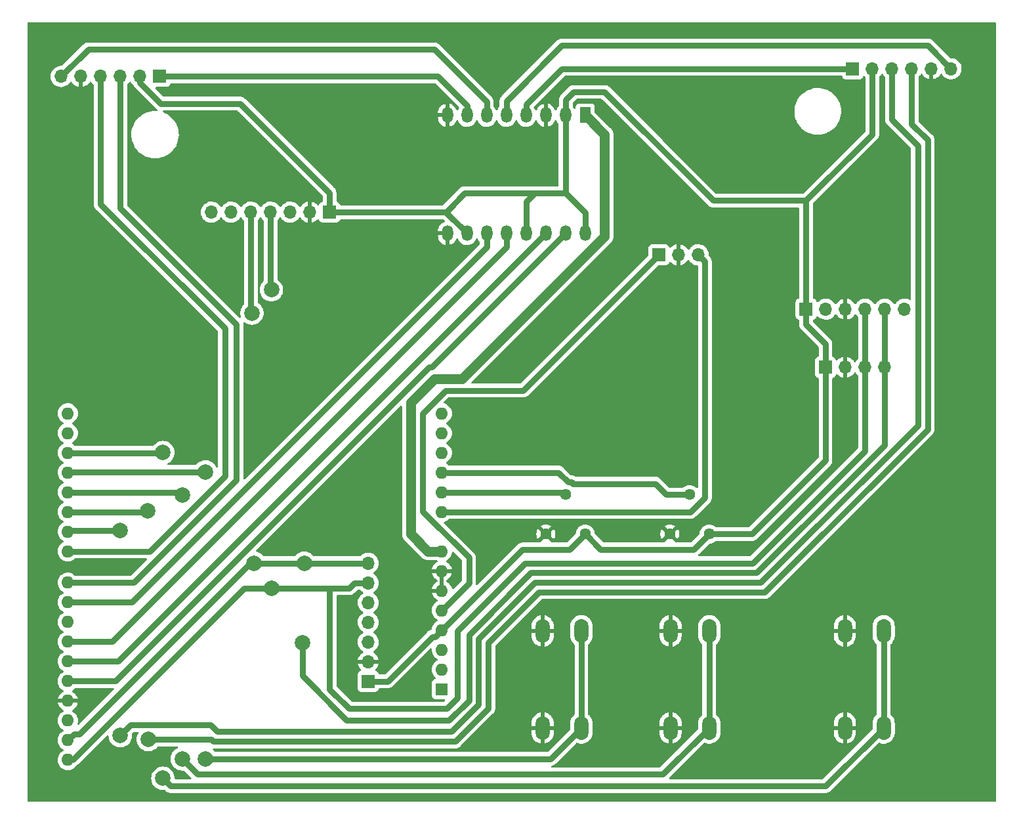
<source format=gbr>
%TF.GenerationSoftware,KiCad,Pcbnew,(6.0.7)*%
%TF.CreationDate,2022-09-15T13:57:49+00:00*%
%TF.ProjectId,Current board,43757272-656e-4742-9062-6f6172642e6b,rev?*%
%TF.SameCoordinates,Original*%
%TF.FileFunction,Copper,L2,Bot*%
%TF.FilePolarity,Positive*%
%FSLAX46Y46*%
G04 Gerber Fmt 4.6, Leading zero omitted, Abs format (unit mm)*
G04 Created by KiCad (PCBNEW (6.0.7)) date 2022-09-15 13:57:49*
%MOMM*%
%LPD*%
G01*
G04 APERTURE LIST*
%TA.AperFunction,ComponentPad*%
%ADD10O,1.440000X2.000000*%
%TD*%
%TA.AperFunction,ComponentPad*%
%ADD11R,1.440000X2.000000*%
%TD*%
%TA.AperFunction,ComponentPad*%
%ADD12O,1.700000X1.700000*%
%TD*%
%TA.AperFunction,ComponentPad*%
%ADD13R,1.700000X1.700000*%
%TD*%
%TA.AperFunction,ComponentPad*%
%ADD14C,1.440000*%
%TD*%
%TA.AperFunction,ComponentPad*%
%ADD15O,1.850000X3.048000*%
%TD*%
%TA.AperFunction,ComponentPad*%
%ADD16O,1.600000X1.600000*%
%TD*%
%TA.AperFunction,ComponentPad*%
%ADD17R,1.600000X1.600000*%
%TD*%
%TA.AperFunction,ViaPad*%
%ADD18C,2.000000*%
%TD*%
%TA.AperFunction,Conductor*%
%ADD19C,0.750000*%
%TD*%
%TA.AperFunction,Conductor*%
%ADD20C,1.250000*%
%TD*%
G04 APERTURE END LIST*
D10*
%TO.P,U5,9,GND*%
%TO.N,GND*%
X168720000Y-58240000D03*
%TO.P,U5,8,GND*%
X168720000Y-43000000D03*
%TO.P,U5,10,PWMB*%
%TO.N,+3V3*%
X171260000Y-58240000D03*
%TO.P,U5,7,BO1*%
%TO.N,Net-(M2-Pad1)*%
X171260000Y-43000000D03*
%TO.P,U5,11,BIN2*%
%TO.N,Net-(U5-Pad11)*%
X173800000Y-58240000D03*
%TO.P,U5,6,AO2*%
%TO.N,Net-(M1-Pad6)*%
X173800000Y-43000000D03*
%TO.P,U5,12,BIN1*%
%TO.N,Net-(A1-Pad26)*%
X176340000Y-58240000D03*
%TO.P,U5,5,AO2*%
%TO.N,Net-(M1-Pad6)*%
X176340000Y-43000000D03*
%TO.P,U5,13,STBY*%
%TO.N,+3V3*%
X178880000Y-58240000D03*
%TO.P,U5,4,AO1*%
%TO.N,Net-(M1-Pad1)*%
X178880000Y-43000000D03*
%TO.P,U5,14,AIN1*%
%TO.N,Net-(A1-Pad27)*%
X181420000Y-58240000D03*
%TO.P,U5,3,GND*%
%TO.N,GND*%
X181420000Y-43000000D03*
%TO.P,U5,15,AIN2*%
%TO.N,Net-(A1-Pad28)*%
X183960000Y-58240000D03*
%TO.P,U5,2,VCC*%
%TO.N,+3V3*%
X183960000Y-43000000D03*
%TO.P,U5,16,PWMA*%
X186500000Y-58240000D03*
D11*
%TO.P,U5,1,VM1*%
%TO.N,+BATT*%
X186500000Y-43000000D03*
%TD*%
D12*
%TO.P,U6,6,RST*%
%TO.N,unconnected-(U6-Pad6)*%
X227700000Y-68000000D03*
%TO.P,U6,5,SDA*%
%TO.N,Net-(A1-Pad31)*%
X225160000Y-68000000D03*
%TO.P,U6,4,SCL*%
%TO.N,Net-(A1-Pad32)*%
X222620000Y-68000000D03*
%TO.P,U6,3,GND*%
%TO.N,GND*%
X220080000Y-68000000D03*
%TO.P,U6,2,3Vo*%
%TO.N,unconnected-(U6-Pad2)*%
X217540000Y-68000000D03*
D13*
%TO.P,U6,1,Vin*%
%TO.N,+3V3*%
X215000000Y-68000000D03*
%TD*%
D14*
%TO.P,RV2,1,1*%
%TO.N,+3V3*%
X202500000Y-97000000D03*
%TO.P,RV2,2,2*%
%TO.N,Net-(A1-Pad11)*%
X199960000Y-91920000D03*
%TO.P,RV2,3,3*%
%TO.N,GND*%
X197420000Y-97000000D03*
%TD*%
%TO.P,RV1,1,1*%
%TO.N,+3V3*%
X186500000Y-97000000D03*
%TO.P,RV1,2,2*%
%TO.N,Net-(A1-Pad10)*%
X183960000Y-91920000D03*
%TO.P,RV1,3,3*%
%TO.N,GND*%
X181420000Y-97000000D03*
%TD*%
D15*
%TO.P,SW3-SELECT1,4,A*%
%TO.N,Net-(A1-Pad19)*%
X202500000Y-122000000D03*
%TO.P,SW3-SELECT1,2,2*%
%TO.N,GND*%
X197500000Y-122000000D03*
%TO.P,SW3-SELECT1,3,K*%
%TO.N,Net-(A1-Pad19)*%
X202500000Y-109500000D03*
%TO.P,SW3-SELECT1,1,1*%
%TO.N,GND*%
X197500000Y-109500000D03*
%TD*%
%TO.P,SW2-MODE1,4,A*%
%TO.N,Net-(A1-Pad18)*%
X186000000Y-122000000D03*
%TO.P,SW2-MODE1,2,2*%
%TO.N,GND*%
X181000000Y-122000000D03*
%TO.P,SW2-MODE1,3,K*%
%TO.N,Net-(A1-Pad18)*%
X186000000Y-109500000D03*
%TO.P,SW2-MODE1,1,1*%
%TO.N,GND*%
X181000000Y-109500000D03*
%TD*%
%TO.P,SW1-EMG1,4,A*%
%TO.N,Net-(A1-Pad17)*%
X225000000Y-122000000D03*
%TO.P,SW1-EMG1,2,2*%
%TO.N,GND*%
X220000000Y-122000000D03*
%TO.P,SW1-EMG1,3,K*%
%TO.N,Net-(A1-Pad17)*%
X225000000Y-109500000D03*
%TO.P,SW1-EMG1,1,1*%
%TO.N,GND*%
X220000000Y-109500000D03*
%TD*%
D12*
%TO.P,M1,6,M2*%
%TO.N,Net-(M1-Pad6)*%
X233700000Y-37000000D03*
%TO.P,M1,5,GND_encoder*%
%TO.N,GND*%
X231160000Y-37000000D03*
%TO.P,M1,4,Phase_B*%
%TO.N,Net-(A1-Pad20)*%
X228620000Y-37000000D03*
%TO.P,M1,3,Phase_A*%
%TO.N,Net-(A1-Pad21)*%
X226080000Y-37000000D03*
%TO.P,M1,2,+3v3_encoder*%
%TO.N,+3V3*%
X223540000Y-37000000D03*
D13*
%TO.P,M1,1,M1*%
%TO.N,Net-(M1-Pad1)*%
X221000000Y-37000000D03*
%TD*%
D12*
%TO.P,U4,3,SIG_out*%
%TO.N,Net-(A1-Pad9)*%
X201080000Y-61000000D03*
%TO.P,U4,2,GND*%
%TO.N,GND*%
X198540000Y-61000000D03*
D13*
%TO.P,U4,1,Vcc*%
%TO.N,+5V*%
X196000000Y-61000000D03*
%TD*%
D12*
%TO.P,U3,7,LED*%
%TO.N,unconnected-(U3-Pad7)*%
X138260000Y-55500000D03*
%TO.P,U3,6,INT*%
%TO.N,unconnected-(U3-Pad6)*%
X140800000Y-55500000D03*
%TO.P,U3,5,SDA*%
%TO.N,Net-(A1-Pad31)*%
X143340000Y-55500000D03*
%TO.P,U3,4,SCL*%
%TO.N,Net-(A1-Pad32)*%
X145880000Y-55500000D03*
%TO.P,U3,3,3v3*%
%TO.N,unconnected-(U3-Pad3)*%
X148420000Y-55500000D03*
%TO.P,U3,2,GND*%
%TO.N,GND*%
X150960000Y-55500000D03*
D13*
%TO.P,U3,1,Vin*%
%TO.N,+3V3*%
X153500000Y-55500000D03*
%TD*%
D12*
%TO.P,U2,4,SDA*%
%TO.N,Net-(A1-Pad31)*%
X225120000Y-75500000D03*
%TO.P,U2,3,SCL*%
%TO.N,Net-(A1-Pad32)*%
X222580000Y-75500000D03*
%TO.P,U2,2,GND*%
%TO.N,GND*%
X220040000Y-75500000D03*
D13*
%TO.P,U2,1,VCC*%
%TO.N,+3V3*%
X217500000Y-75500000D03*
%TD*%
D12*
%TO.P,U1,7,SDA*%
%TO.N,Net-(A1-Pad31)*%
X158500000Y-100760000D03*
%TO.P,U1,6,SCL*%
%TO.N,Net-(A1-Pad32)*%
X158500000Y-103300000D03*
%TO.P,U1,5,INT1*%
%TO.N,unconnected-(U1-Pad5)*%
X158500000Y-105840000D03*
%TO.P,U1,4,INT2*%
%TO.N,unconnected-(U1-Pad4)*%
X158500000Y-108380000D03*
%TO.P,U1,3,3vo*%
%TO.N,unconnected-(U1-Pad3)*%
X158500000Y-110920000D03*
%TO.P,U1,2,GND*%
%TO.N,GND*%
X158500000Y-113460000D03*
D13*
%TO.P,U1,1,Vin*%
%TO.N,+3V3*%
X158500000Y-116000000D03*
%TD*%
D12*
%TO.P,M2,6,M2*%
%TO.N,Net-(M2-Pad6)*%
X118880000Y-38000000D03*
%TO.P,M2,5,GND_encoder*%
%TO.N,GND*%
X121420000Y-38000000D03*
%TO.P,M2,4,Phase_B*%
%TO.N,Net-(M2-Pad4)*%
X123960000Y-38000000D03*
%TO.P,M2,3,Phase_A*%
%TO.N,Net-(M2-Pad3)*%
X126500000Y-38000000D03*
%TO.P,M2,2,+3v3_encoder*%
%TO.N,+3V3*%
X129040000Y-38000000D03*
D13*
%TO.P,M2,1,M1*%
%TO.N,Net-(M2-Pad1)*%
X131580000Y-38000000D03*
%TD*%
D16*
%TO.P,A1,16,D1/TX*%
%TO.N,unconnected-(A1-Pad16)*%
X119740000Y-83980000D03*
%TO.P,A1,15,D0/RX*%
%TO.N,unconnected-(A1-Pad15)*%
X119740000Y-81440000D03*
%TO.P,A1,30,AREF*%
%TO.N,unconnected-(A1-Pad30)*%
X119740000Y-121060000D03*
%TO.P,A1,14,A5*%
%TO.N,unconnected-(A1-Pad14)*%
X168000000Y-81440000D03*
%TO.P,A1,29,GND*%
%TO.N,GND*%
X119740000Y-118520000D03*
%TO.P,A1,13,A4*%
%TO.N,unconnected-(A1-Pad13)*%
X168000000Y-83980000D03*
%TO.P,A1,28,D13*%
%TO.N,Net-(A1-Pad28)*%
X119740000Y-115980000D03*
%TO.P,A1,12,A3*%
%TO.N,unconnected-(A1-Pad12)*%
X168000000Y-86520000D03*
%TO.P,A1,27,D12*%
%TO.N,Net-(A1-Pad27)*%
X119740000Y-113440000D03*
%TO.P,A1,11,A2*%
%TO.N,Net-(A1-Pad11)*%
X168000000Y-89060000D03*
%TO.P,A1,26,D11*%
%TO.N,Net-(A1-Pad26)*%
X119740000Y-110900000D03*
%TO.P,A1,10,A1*%
%TO.N,Net-(A1-Pad10)*%
X168000000Y-91600000D03*
%TO.P,A1,25,D10*%
%TO.N,unconnected-(A1-Pad25)*%
X119740000Y-108360000D03*
%TO.P,A1,9,A0*%
%TO.N,Net-(A1-Pad9)*%
X168000000Y-94140000D03*
%TO.P,A1,24,D9*%
%TO.N,Net-(U5-Pad11)*%
X119740000Y-105820000D03*
%TO.P,A1,8,VIN*%
%TO.N,+BATT*%
X168000000Y-99220000D03*
%TO.P,A1,23,D8*%
%TO.N,Net-(M2-Pad3)*%
X119740000Y-103280000D03*
%TO.P,A1,7,GND*%
%TO.N,GND*%
X168000000Y-101760000D03*
%TO.P,A1,22,D7*%
%TO.N,Net-(M2-Pad4)*%
X119740000Y-99220000D03*
%TO.P,A1,6,GND*%
%TO.N,GND*%
X168000000Y-104300000D03*
%TO.P,A1,21,D6*%
%TO.N,Net-(A1-Pad21)*%
X119740000Y-96680000D03*
%TO.P,A1,5,+5V*%
%TO.N,+5V*%
X168000000Y-106840000D03*
%TO.P,A1,20,D5*%
%TO.N,Net-(A1-Pad20)*%
X119740000Y-94140000D03*
%TO.P,A1,4,3V3*%
%TO.N,+3V3*%
X168000000Y-109380000D03*
%TO.P,A1,19,D4*%
%TO.N,Net-(A1-Pad19)*%
X119740000Y-91600000D03*
%TO.P,A1,3,~{RESET}*%
%TO.N,unconnected-(A1-Pad3)*%
X168000000Y-111920000D03*
%TO.P,A1,18,D3*%
%TO.N,Net-(A1-Pad18)*%
X119740000Y-89060000D03*
%TO.P,A1,2,IOREF*%
%TO.N,unconnected-(A1-Pad2)*%
X168000000Y-114460000D03*
%TO.P,A1,17,D2*%
%TO.N,Net-(A1-Pad17)*%
X119740000Y-86520000D03*
D17*
%TO.P,A1,1,NC*%
%TO.N,unconnected-(A1-Pad1)*%
X168000000Y-117000000D03*
D16*
%TO.P,A1,31,SDA*%
%TO.N,Net-(A1-Pad31)*%
X119740000Y-123600000D03*
%TO.P,A1,32,SCL*%
%TO.N,Net-(A1-Pad32)*%
X119740000Y-126140000D03*
%TD*%
D18*
%TO.N,GND*%
X161500000Y-59500000D03*
X161500000Y-51500000D03*
X211500000Y-62000000D03*
X218500000Y-62000000D03*
X149500000Y-96500000D03*
X149000000Y-80500000D03*
%TO.N,Net-(A1-Pad21)*%
X126500000Y-123000000D03*
X126500000Y-96520000D03*
%TO.N,Net-(A1-Pad20)*%
X130000000Y-93980000D03*
X130124990Y-123500000D03*
%TO.N,Net-(A1-Pad19)*%
X134500000Y-126000000D03*
X134500000Y-92000006D03*
%TO.N,Net-(A1-Pad18)*%
X137499996Y-126000000D03*
X137500000Y-89000000D03*
%TO.N,Net-(A1-Pad17)*%
X132000008Y-128500000D03*
X132000002Y-86500000D03*
%TO.N,Net-(A1-Pad31)*%
X143500000Y-68500000D03*
X143765159Y-100765159D03*
X150000000Y-111000000D03*
X150260000Y-100760000D03*
%TO.N,Net-(A1-Pad32)*%
X146000000Y-65500000D03*
X146000000Y-104000000D03*
%TD*%
D19*
%TO.N,Net-(A1-Pad20)*%
X129840000Y-94140000D02*
X119740000Y-94140000D01*
X130000000Y-93980000D02*
X129840000Y-94140000D01*
%TO.N,Net-(A1-Pad21)*%
X119900000Y-96520000D02*
X119740000Y-96680000D01*
X126500000Y-96520000D02*
X119900000Y-96520000D01*
%TO.N,Net-(M2-Pad4)*%
X130280000Y-99220000D02*
X119740000Y-99220000D01*
X140000000Y-89500000D02*
X130280000Y-99220000D01*
%TO.N,Net-(M2-Pad3)*%
X128220000Y-103280000D02*
X119740000Y-103280000D01*
X141500000Y-90000000D02*
X128220000Y-103280000D01*
%TO.N,Net-(U5-Pad11)*%
X127970000Y-105820000D02*
X119740000Y-105820000D01*
X173800000Y-59990000D02*
X127970000Y-105820000D01*
%TO.N,GND*%
X220040000Y-68040000D02*
X220080000Y-68000000D01*
%TO.N,Net-(A1-Pad28)*%
X125898666Y-115980000D02*
X119740000Y-115980000D01*
X166378675Y-75499991D02*
X125898666Y-115980000D01*
X166700009Y-75499991D02*
X166378675Y-75499991D01*
X183960000Y-58240000D02*
X166700009Y-75499991D01*
%TO.N,Net-(A1-Pad27)*%
X126220000Y-113440000D02*
X119740000Y-113440000D01*
X181420000Y-58240000D02*
X126220000Y-113440000D01*
%TO.N,Net-(A1-Pad11)*%
X183060000Y-89060000D02*
X168000000Y-89060000D01*
X184324999Y-90324999D02*
X183060000Y-89060000D01*
X184725601Y-90324999D02*
X184324999Y-90324999D01*
X195540000Y-90500000D02*
X184900602Y-90500000D01*
X196960000Y-91920000D02*
X195540000Y-90500000D01*
X184900602Y-90500000D02*
X184725601Y-90324999D01*
X199960000Y-91920000D02*
X196960000Y-91920000D01*
%TO.N,Net-(A1-Pad26)*%
X125430000Y-110900000D02*
X119740000Y-110900000D01*
X176340000Y-59990000D02*
X125430000Y-110900000D01*
X176340000Y-58240000D02*
X176340000Y-59990000D01*
%TO.N,Net-(A1-Pad10)*%
X171100000Y-91600000D02*
X168000000Y-91600000D01*
X183640000Y-91600000D02*
X171100000Y-91600000D01*
X183960000Y-91920000D02*
X183640000Y-91600000D01*
%TO.N,Net-(U5-Pad11)*%
X173800000Y-58240000D02*
X173800000Y-59990000D01*
%TO.N,Net-(A1-Pad9)*%
X200100602Y-94140000D02*
X168000000Y-94140000D01*
X201929999Y-92310603D02*
X200100602Y-94140000D01*
X201929999Y-61849999D02*
X201929999Y-92310603D01*
X201080000Y-61000000D02*
X201929999Y-61849999D01*
%TO.N,Net-(M2-Pad3)*%
X126500000Y-55000000D02*
X126500000Y-38000000D01*
X141500000Y-70000000D02*
X126500000Y-55000000D01*
X141500000Y-90000000D02*
X141500000Y-70000000D01*
D20*
%TO.N,+BATT*%
X166220000Y-99220000D02*
X168000000Y-99220000D01*
X164000000Y-97000000D02*
X166220000Y-99220000D01*
X167000000Y-77000000D02*
X164000000Y-80000000D01*
X170629238Y-77000000D02*
X167000000Y-77000000D01*
X164000000Y-80000000D02*
X164000000Y-97000000D01*
X189000000Y-58629238D02*
X170629238Y-77000000D01*
X189000000Y-45500000D02*
X189000000Y-58629238D01*
X186500000Y-43000000D02*
X189000000Y-45500000D01*
D19*
%TO.N,Net-(M2-Pad4)*%
X123960000Y-54460000D02*
X123960000Y-38000000D01*
X140000000Y-70500000D02*
X123960000Y-54460000D01*
X140000000Y-89500000D02*
X140000000Y-70500000D01*
X120020000Y-99500000D02*
X119740000Y-99220000D01*
%TO.N,Net-(A1-Pad21)*%
X180017788Y-103249990D02*
X172750009Y-110517769D01*
X229425000Y-82965962D02*
X209140973Y-103249989D01*
X169210564Y-122499999D02*
X139042785Y-122499999D01*
X226080000Y-37000000D02*
X226080000Y-43580000D01*
X127875001Y-121624999D02*
X126500000Y-123000000D01*
X138167785Y-121624999D02*
X127875001Y-121624999D01*
X172750009Y-110517769D02*
X172750009Y-118960554D01*
X209140973Y-103249989D02*
X180017788Y-103249990D01*
X229425000Y-46925000D02*
X229425000Y-82965962D01*
X226080000Y-43580000D02*
X229425000Y-46925000D01*
X139042785Y-122499999D02*
X138167785Y-121624999D01*
X172750009Y-118960554D02*
X169210564Y-122499999D01*
%TO.N,Net-(A1-Pad20)*%
X138275004Y-123500000D02*
X130124990Y-123500000D01*
X138525014Y-123750010D02*
X138275004Y-123500000D01*
X180535560Y-104500000D02*
X174000020Y-111035540D01*
X209658744Y-104500000D02*
X180535560Y-104500000D01*
X230675011Y-46175011D02*
X230675011Y-83483733D01*
X228620000Y-44120000D02*
X230675011Y-46175011D01*
X230675011Y-83483733D02*
X209658744Y-104500000D01*
X228620000Y-37000000D02*
X228620000Y-44120000D01*
X174000020Y-111035540D02*
X174000020Y-119478325D01*
X169728335Y-123750010D02*
X138525014Y-123750010D01*
X174000020Y-119478325D02*
X169728335Y-123750010D01*
%TO.N,+5V*%
X168460988Y-78500010D02*
X178499990Y-78500010D01*
X165500000Y-81460998D02*
X168460988Y-78500010D01*
X165500000Y-94059501D02*
X165500000Y-81460998D01*
X178499990Y-78500010D02*
X196000000Y-61000000D01*
X171500000Y-100059501D02*
X165500000Y-94059501D01*
X171500000Y-103340000D02*
X171500000Y-100059501D01*
X168000000Y-106840000D02*
X171500000Y-103340000D01*
%TO.N,+3V3*%
X181540000Y-53040000D02*
X183960000Y-53040000D01*
X168720000Y-55280000D02*
X170960000Y-53040000D01*
X217500000Y-75500000D02*
X217500000Y-72500000D01*
X215000000Y-70000000D02*
X215000000Y-68000000D01*
X217500000Y-72500000D02*
X215000000Y-70000000D01*
X215000000Y-68000000D02*
X215000000Y-54000000D01*
X223540000Y-45460000D02*
X223540000Y-37000000D01*
X215000000Y-54000000D02*
X223540000Y-45460000D01*
X168500000Y-55500000D02*
X168720000Y-55280000D01*
X153500000Y-55500000D02*
X168500000Y-55500000D01*
X186500000Y-55580000D02*
X183960000Y-53040000D01*
X186500000Y-58240000D02*
X186500000Y-55580000D01*
X178880000Y-54120000D02*
X179960000Y-53040000D01*
X178880000Y-58240000D02*
X178880000Y-54120000D01*
X179960000Y-53040000D02*
X181540000Y-53040000D01*
X170960000Y-53040000D02*
X179960000Y-53040000D01*
X171255684Y-58240000D02*
X171260000Y-58240000D01*
X168515684Y-55500000D02*
X171255684Y-58240000D01*
X168500000Y-55500000D02*
X168515684Y-55500000D01*
X183960000Y-43000000D02*
X183960000Y-53040000D01*
X153500000Y-55500000D02*
X153500000Y-53000000D01*
X153500000Y-53000000D02*
X142000000Y-41500000D01*
X142000000Y-41500000D02*
X131767782Y-41500000D01*
X131767782Y-41500000D02*
X129040000Y-38772218D01*
X129040000Y-38772218D02*
X129040000Y-38000000D01*
X215000000Y-54000000D02*
X203000000Y-54000000D01*
X203000000Y-54000000D02*
X189000000Y-40000000D01*
X185000000Y-40000000D02*
X184000000Y-41000000D01*
X189000000Y-40000000D02*
X185000000Y-40000000D01*
X184000000Y-42960000D02*
X183960000Y-43000000D01*
X184000000Y-41000000D02*
X184000000Y-42960000D01*
X167135001Y-110244999D02*
X168000000Y-109380000D01*
X166755001Y-110244999D02*
X167135001Y-110244999D01*
X161000000Y-116000000D02*
X166755001Y-110244999D01*
X158500000Y-116000000D02*
X161000000Y-116000000D01*
X208000000Y-97000000D02*
X202500000Y-97000000D01*
X217500000Y-87500000D02*
X208000000Y-97000000D01*
X217500000Y-75500000D02*
X217500000Y-87500000D01*
X188500000Y-99000000D02*
X186500000Y-97000000D01*
X200500000Y-99000000D02*
X188500000Y-99000000D01*
X202500000Y-97000000D02*
X200500000Y-99000000D01*
X178380000Y-99000000D02*
X168000000Y-109380000D01*
X184500000Y-99000000D02*
X178380000Y-99000000D01*
X186500000Y-97000000D02*
X184500000Y-99000000D01*
%TO.N,Net-(A1-Pad19)*%
X202500000Y-122000000D02*
X202500000Y-109500000D01*
X136500000Y-128000000D02*
X134500000Y-126000000D01*
X196500000Y-128000000D02*
X136500000Y-128000000D01*
X202500000Y-122000000D02*
X196500000Y-128000000D01*
X134099994Y-91600000D02*
X134500000Y-92000006D01*
X119740000Y-91600000D02*
X134099994Y-91600000D01*
%TO.N,Net-(A1-Pad18)*%
X186000000Y-122000000D02*
X186000000Y-109500000D01*
X182000000Y-126000000D02*
X137499996Y-126000000D01*
X186000000Y-122000000D02*
X182000000Y-126000000D01*
X119800000Y-89000000D02*
X119740000Y-89060000D01*
X137500000Y-89000000D02*
X119800000Y-89000000D01*
%TO.N,Net-(A1-Pad17)*%
X225000000Y-122000000D02*
X225000000Y-109500000D01*
X217500001Y-129499999D02*
X133000007Y-129499999D01*
X225000000Y-122000000D02*
X217500001Y-129499999D01*
X133000007Y-129499999D02*
X132000008Y-128500000D01*
X119740000Y-86520000D02*
X131980002Y-86520000D01*
X131980002Y-86520000D02*
X132000002Y-86500000D01*
%TO.N,Net-(A1-Pad31)*%
X225120000Y-68040000D02*
X225160000Y-68000000D01*
X225120000Y-75500000D02*
X225120000Y-68040000D01*
X143240000Y-100760000D02*
X121199999Y-122800001D01*
X121199999Y-122800001D02*
X120539999Y-122800001D01*
X120539999Y-122800001D02*
X119740000Y-123600000D01*
X143340000Y-55500000D02*
X143340000Y-68340000D01*
X143340000Y-68340000D02*
X143500000Y-68500000D01*
X150260000Y-100760000D02*
X143240000Y-100760000D01*
X158500000Y-100760000D02*
X150260000Y-100760000D01*
X179500016Y-101999980D02*
X171499998Y-109999998D01*
X171499998Y-109999998D02*
X171499998Y-118442783D01*
X168942781Y-121000000D02*
X155732219Y-121000000D01*
X150000000Y-115267781D02*
X150000000Y-111000000D01*
X225120000Y-85503180D02*
X208623200Y-101999980D01*
X208623200Y-101999980D02*
X179500016Y-101999980D01*
X171499998Y-118442783D02*
X168942781Y-121000000D01*
X225120000Y-75500000D02*
X225120000Y-85503180D01*
X155732219Y-121000000D02*
X150000000Y-115267781D01*
%TO.N,Net-(A1-Pad32)*%
X222580000Y-68040000D02*
X222620000Y-68000000D01*
X222580000Y-75500000D02*
X222580000Y-68040000D01*
X120360000Y-126140000D02*
X119740000Y-126140000D01*
X142500000Y-104000000D02*
X120360000Y-126140000D01*
X156700000Y-103300000D02*
X156000000Y-104000000D01*
X158500000Y-103300000D02*
X156700000Y-103300000D01*
X145500000Y-104000000D02*
X142500000Y-104000000D01*
X145880000Y-65380000D02*
X146000000Y-65500000D01*
X145880000Y-55500000D02*
X145880000Y-65380000D01*
X146000000Y-104000000D02*
X145500000Y-104000000D01*
X153500000Y-104000000D02*
X146000000Y-104000000D01*
X156000000Y-104000000D02*
X153500000Y-104000000D01*
X156000001Y-119500000D02*
X153500000Y-116999999D01*
X168674999Y-119500000D02*
X156000001Y-119500000D01*
X222580000Y-86275398D02*
X208105429Y-100749969D01*
X178750031Y-100749969D02*
X170000000Y-109500000D01*
X170000000Y-118174999D02*
X168674999Y-119500000D01*
X170000000Y-109500000D02*
X170000000Y-118174999D01*
X222580000Y-75500000D02*
X222580000Y-86275398D01*
X153500000Y-116999999D02*
X153500000Y-104000000D01*
X208105429Y-100749969D02*
X178750031Y-100749969D01*
%TO.N,Net-(M1-Pad6)*%
X176340000Y-41160000D02*
X176340000Y-43000000D01*
X183500000Y-34000000D02*
X176340000Y-41160000D01*
X230700000Y-34000000D02*
X183500000Y-34000000D01*
X233700000Y-37000000D02*
X230700000Y-34000000D01*
%TO.N,Net-(M1-Pad1)*%
X178880000Y-41620000D02*
X178880000Y-43000000D01*
X183500000Y-37000000D02*
X178880000Y-41620000D01*
X221000000Y-37000000D02*
X183500000Y-37000000D01*
%TO.N,Net-(M1-Pad6)*%
X167000000Y-34500000D02*
X173800000Y-41300000D01*
X122380000Y-34500000D02*
X167000000Y-34500000D01*
X173800000Y-41300000D02*
X173800000Y-43000000D01*
X118880000Y-38000000D02*
X122380000Y-34500000D01*
%TO.N,Net-(M2-Pad1)*%
X171260000Y-41760000D02*
X171260000Y-43000000D01*
X167500000Y-38000000D02*
X171260000Y-41760000D01*
X131580000Y-38000000D02*
X167500000Y-38000000D01*
%TD*%
%TA.AperFunction,Conductor*%
%TO.N,GND*%
G36*
X239433621Y-31028502D02*
G01*
X239480114Y-31082158D01*
X239491500Y-31134500D01*
X239491500Y-131365500D01*
X239471498Y-131433621D01*
X239417842Y-131480114D01*
X239365500Y-131491500D01*
X114634500Y-131491500D01*
X114566379Y-131471498D01*
X114519886Y-131417842D01*
X114508500Y-131365500D01*
X114508500Y-37966695D01*
X117517251Y-37966695D01*
X117517548Y-37971848D01*
X117517548Y-37971851D01*
X117525896Y-38116632D01*
X117530110Y-38189715D01*
X117531247Y-38194761D01*
X117531248Y-38194767D01*
X117548017Y-38269174D01*
X117579222Y-38407639D01*
X117663266Y-38614616D01*
X117700685Y-38675678D01*
X117777291Y-38800688D01*
X117779987Y-38805088D01*
X117926250Y-38973938D01*
X118021936Y-39053378D01*
X118093571Y-39112850D01*
X118098126Y-39116632D01*
X118291000Y-39229338D01*
X118295825Y-39231180D01*
X118295826Y-39231181D01*
X118350228Y-39251955D01*
X118499692Y-39309030D01*
X118504760Y-39310061D01*
X118504763Y-39310062D01*
X118605741Y-39330606D01*
X118718597Y-39353567D01*
X118723772Y-39353757D01*
X118723774Y-39353757D01*
X118936673Y-39361564D01*
X118936677Y-39361564D01*
X118941837Y-39361753D01*
X118946957Y-39361097D01*
X118946959Y-39361097D01*
X119158288Y-39334025D01*
X119158289Y-39334025D01*
X119163416Y-39333368D01*
X119168366Y-39331883D01*
X119372429Y-39270661D01*
X119372434Y-39270659D01*
X119377384Y-39269174D01*
X119577994Y-39170896D01*
X119759860Y-39041173D01*
X119806722Y-38994475D01*
X119914435Y-38887137D01*
X119918096Y-38883489D01*
X119977594Y-38800689D01*
X120048453Y-38702077D01*
X120049640Y-38702930D01*
X120096960Y-38659362D01*
X120166897Y-38647145D01*
X120232338Y-38674678D01*
X120260166Y-38706511D01*
X120317694Y-38800388D01*
X120323777Y-38808699D01*
X120463213Y-38969667D01*
X120470580Y-38976883D01*
X120634434Y-39112916D01*
X120642881Y-39118831D01*
X120826756Y-39226279D01*
X120836042Y-39230729D01*
X121035001Y-39306703D01*
X121044899Y-39309579D01*
X121148250Y-39330606D01*
X121162299Y-39329410D01*
X121166000Y-39319065D01*
X121166000Y-37872000D01*
X121186002Y-37803879D01*
X121239658Y-37757386D01*
X121292000Y-37746000D01*
X121548000Y-37746000D01*
X121616121Y-37766002D01*
X121662614Y-37819658D01*
X121674000Y-37872000D01*
X121674000Y-39318517D01*
X121678064Y-39332359D01*
X121691478Y-39334393D01*
X121698184Y-39333534D01*
X121708262Y-39331392D01*
X121912255Y-39270191D01*
X121921842Y-39266433D01*
X122113095Y-39172739D01*
X122121945Y-39167464D01*
X122295328Y-39043792D01*
X122303200Y-39037139D01*
X122454052Y-38886812D01*
X122460730Y-38878965D01*
X122588022Y-38701819D01*
X122589279Y-38702722D01*
X122636373Y-38659362D01*
X122706311Y-38647145D01*
X122771751Y-38674678D01*
X122799579Y-38706511D01*
X122859987Y-38805088D01*
X123006250Y-38973938D01*
X123010230Y-38977242D01*
X123030986Y-38994475D01*
X123070621Y-39053378D01*
X123076500Y-39091418D01*
X123076500Y-54380543D01*
X123074949Y-54400255D01*
X123072850Y-54413507D01*
X123073195Y-54420094D01*
X123073195Y-54420098D01*
X123076327Y-54479850D01*
X123076500Y-54486445D01*
X123076500Y-54506306D01*
X123076844Y-54509577D01*
X123078576Y-54526059D01*
X123079093Y-54532628D01*
X123079628Y-54542842D01*
X123082052Y-54589084D01*
X123082570Y-54598971D01*
X123086042Y-54611929D01*
X123089645Y-54631372D01*
X123091046Y-54644702D01*
X123111578Y-54707894D01*
X123113444Y-54714196D01*
X123130638Y-54778363D01*
X123133634Y-54784242D01*
X123133637Y-54784251D01*
X123136728Y-54790317D01*
X123144292Y-54808579D01*
X123146392Y-54815043D01*
X123146395Y-54815051D01*
X123148436Y-54821331D01*
X123151738Y-54827050D01*
X123151740Y-54827055D01*
X123181654Y-54878867D01*
X123184787Y-54884637D01*
X123214953Y-54943839D01*
X123219109Y-54948971D01*
X123223391Y-54954259D01*
X123234589Y-54970552D01*
X123241296Y-54982169D01*
X123245713Y-54987075D01*
X123245717Y-54987080D01*
X123285747Y-55031538D01*
X123290031Y-55036554D01*
X123300441Y-55049409D01*
X123302528Y-55051986D01*
X123316573Y-55066031D01*
X123321114Y-55070816D01*
X123365566Y-55120185D01*
X123376426Y-55128075D01*
X123391454Y-55140912D01*
X139079595Y-70829052D01*
X139113621Y-70891364D01*
X139116500Y-70918147D01*
X139116500Y-88327229D01*
X139096498Y-88395350D01*
X139042842Y-88441843D01*
X138972568Y-88451947D01*
X138907988Y-88422453D01*
X138874091Y-88375447D01*
X138850135Y-88317611D01*
X138850133Y-88317607D01*
X138848240Y-88313037D01*
X138845654Y-88308817D01*
X138726759Y-88114798D01*
X138726755Y-88114792D01*
X138724176Y-88110584D01*
X138569969Y-87930031D01*
X138389416Y-87775824D01*
X138385208Y-87773245D01*
X138385202Y-87773241D01*
X138191183Y-87654346D01*
X138186963Y-87651760D01*
X138182393Y-87649867D01*
X138182389Y-87649865D01*
X137972167Y-87562789D01*
X137972165Y-87562788D01*
X137967594Y-87560895D01*
X137836229Y-87529357D01*
X137741524Y-87506620D01*
X137741518Y-87506619D01*
X137736711Y-87505465D01*
X137500000Y-87486835D01*
X137263289Y-87505465D01*
X137258482Y-87506619D01*
X137258476Y-87506620D01*
X137163771Y-87529357D01*
X137032406Y-87560895D01*
X137027835Y-87562788D01*
X137027833Y-87562789D01*
X136817611Y-87649865D01*
X136817607Y-87649867D01*
X136813037Y-87651760D01*
X136808817Y-87654346D01*
X136614798Y-87773241D01*
X136614792Y-87773245D01*
X136610584Y-87775824D01*
X136430031Y-87930031D01*
X136426823Y-87933787D01*
X136308495Y-88072331D01*
X136249044Y-88111140D01*
X136212684Y-88116500D01*
X132672773Y-88116500D01*
X132604652Y-88096498D01*
X132558159Y-88042842D01*
X132548055Y-87972568D01*
X132577549Y-87907988D01*
X132624555Y-87874091D01*
X132682391Y-87850135D01*
X132682395Y-87850133D01*
X132686965Y-87848240D01*
X132723721Y-87825716D01*
X132885204Y-87726759D01*
X132885210Y-87726755D01*
X132889418Y-87724176D01*
X133069971Y-87569969D01*
X133073311Y-87566059D01*
X133174424Y-87447670D01*
X133224178Y-87389416D01*
X133226757Y-87385208D01*
X133226761Y-87385202D01*
X133345656Y-87191183D01*
X133348242Y-87186963D01*
X133350606Y-87181257D01*
X133437213Y-86972167D01*
X133437214Y-86972165D01*
X133439107Y-86967594D01*
X133491806Y-86748087D01*
X133493382Y-86741524D01*
X133493383Y-86741518D01*
X133494537Y-86736711D01*
X133513167Y-86500000D01*
X133494537Y-86263289D01*
X133439107Y-86032406D01*
X133403460Y-85946346D01*
X133350137Y-85817611D01*
X133350135Y-85817607D01*
X133348242Y-85813037D01*
X133293734Y-85724088D01*
X133226761Y-85614798D01*
X133226757Y-85614792D01*
X133224178Y-85610584D01*
X133069971Y-85430031D01*
X132889418Y-85275824D01*
X132885210Y-85273245D01*
X132885204Y-85273241D01*
X132691185Y-85154346D01*
X132686965Y-85151760D01*
X132682395Y-85149867D01*
X132682391Y-85149865D01*
X132472169Y-85062789D01*
X132472167Y-85062788D01*
X132467596Y-85060895D01*
X132387393Y-85041640D01*
X132241526Y-85006620D01*
X132241520Y-85006619D01*
X132236713Y-85005465D01*
X132000002Y-84986835D01*
X131763291Y-85005465D01*
X131758484Y-85006619D01*
X131758478Y-85006620D01*
X131612611Y-85041640D01*
X131532408Y-85060895D01*
X131527837Y-85062788D01*
X131527835Y-85062789D01*
X131317613Y-85149865D01*
X131317609Y-85149867D01*
X131313039Y-85151760D01*
X131308819Y-85154346D01*
X131114800Y-85273241D01*
X131114794Y-85273245D01*
X131110586Y-85275824D01*
X130930033Y-85430031D01*
X130926825Y-85433787D01*
X130926820Y-85433792D01*
X130791416Y-85592330D01*
X130731966Y-85631140D01*
X130695605Y-85636500D01*
X120759188Y-85636500D01*
X120691067Y-85616498D01*
X120670093Y-85599595D01*
X120584300Y-85513802D01*
X120579792Y-85510645D01*
X120579789Y-85510643D01*
X120460081Y-85426823D01*
X120396749Y-85382477D01*
X120391767Y-85380154D01*
X120391762Y-85380151D01*
X120357543Y-85364195D01*
X120304258Y-85317278D01*
X120284797Y-85249001D01*
X120305339Y-85181041D01*
X120357543Y-85135805D01*
X120391762Y-85119849D01*
X120391767Y-85119846D01*
X120396749Y-85117523D01*
X120501611Y-85044098D01*
X120579789Y-84989357D01*
X120579792Y-84989355D01*
X120584300Y-84986198D01*
X120746198Y-84824300D01*
X120877523Y-84636749D01*
X120879846Y-84631767D01*
X120879849Y-84631762D01*
X120971961Y-84434225D01*
X120971961Y-84434224D01*
X120974284Y-84429243D01*
X121033543Y-84208087D01*
X121053498Y-83980000D01*
X121033543Y-83751913D01*
X120998921Y-83622704D01*
X120975707Y-83536067D01*
X120975706Y-83536065D01*
X120974284Y-83530757D01*
X120915306Y-83404277D01*
X120879849Y-83328238D01*
X120879846Y-83328233D01*
X120877523Y-83323251D01*
X120746198Y-83135700D01*
X120584300Y-82973802D01*
X120579792Y-82970645D01*
X120579789Y-82970643D01*
X120501611Y-82915902D01*
X120396749Y-82842477D01*
X120391767Y-82840154D01*
X120391762Y-82840151D01*
X120357543Y-82824195D01*
X120304258Y-82777278D01*
X120284797Y-82709001D01*
X120305339Y-82641041D01*
X120357543Y-82595805D01*
X120391762Y-82579849D01*
X120391767Y-82579846D01*
X120396749Y-82577523D01*
X120501611Y-82504098D01*
X120579789Y-82449357D01*
X120579792Y-82449355D01*
X120584300Y-82446198D01*
X120746198Y-82284300D01*
X120877523Y-82096749D01*
X120879846Y-82091767D01*
X120879849Y-82091762D01*
X120971961Y-81894225D01*
X120971961Y-81894224D01*
X120974284Y-81889243D01*
X121026870Y-81692993D01*
X121032119Y-81673402D01*
X121032119Y-81673400D01*
X121033543Y-81668087D01*
X121053498Y-81440000D01*
X121033543Y-81211913D01*
X120974284Y-80990757D01*
X120971961Y-80985775D01*
X120879849Y-80788238D01*
X120879846Y-80788233D01*
X120877523Y-80783251D01*
X120746198Y-80595700D01*
X120584300Y-80433802D01*
X120579792Y-80430645D01*
X120579789Y-80430643D01*
X120501611Y-80375902D01*
X120396749Y-80302477D01*
X120391767Y-80300154D01*
X120391762Y-80300151D01*
X120194225Y-80208039D01*
X120194224Y-80208039D01*
X120189243Y-80205716D01*
X120183935Y-80204294D01*
X120183933Y-80204293D01*
X119973402Y-80147881D01*
X119973400Y-80147881D01*
X119968087Y-80146457D01*
X119740000Y-80126502D01*
X119511913Y-80146457D01*
X119506600Y-80147881D01*
X119506598Y-80147881D01*
X119296067Y-80204293D01*
X119296065Y-80204294D01*
X119290757Y-80205716D01*
X119285776Y-80208039D01*
X119285775Y-80208039D01*
X119088238Y-80300151D01*
X119088233Y-80300154D01*
X119083251Y-80302477D01*
X118978389Y-80375902D01*
X118900211Y-80430643D01*
X118900208Y-80430645D01*
X118895700Y-80433802D01*
X118733802Y-80595700D01*
X118602477Y-80783251D01*
X118600154Y-80788233D01*
X118600151Y-80788238D01*
X118508039Y-80985775D01*
X118505716Y-80990757D01*
X118446457Y-81211913D01*
X118426502Y-81440000D01*
X118446457Y-81668087D01*
X118447881Y-81673400D01*
X118447881Y-81673402D01*
X118453131Y-81692993D01*
X118505716Y-81889243D01*
X118508039Y-81894224D01*
X118508039Y-81894225D01*
X118600151Y-82091762D01*
X118600154Y-82091767D01*
X118602477Y-82096749D01*
X118733802Y-82284300D01*
X118895700Y-82446198D01*
X118900208Y-82449355D01*
X118900211Y-82449357D01*
X118978389Y-82504098D01*
X119083251Y-82577523D01*
X119088233Y-82579846D01*
X119088238Y-82579849D01*
X119122457Y-82595805D01*
X119175742Y-82642722D01*
X119195203Y-82710999D01*
X119174661Y-82778959D01*
X119122457Y-82824195D01*
X119088238Y-82840151D01*
X119088233Y-82840154D01*
X119083251Y-82842477D01*
X118978389Y-82915902D01*
X118900211Y-82970643D01*
X118900208Y-82970645D01*
X118895700Y-82973802D01*
X118733802Y-83135700D01*
X118602477Y-83323251D01*
X118600154Y-83328233D01*
X118600151Y-83328238D01*
X118564694Y-83404277D01*
X118505716Y-83530757D01*
X118504294Y-83536065D01*
X118504293Y-83536067D01*
X118481079Y-83622704D01*
X118446457Y-83751913D01*
X118426502Y-83980000D01*
X118446457Y-84208087D01*
X118505716Y-84429243D01*
X118508039Y-84434224D01*
X118508039Y-84434225D01*
X118600151Y-84631762D01*
X118600154Y-84631767D01*
X118602477Y-84636749D01*
X118733802Y-84824300D01*
X118895700Y-84986198D01*
X118900208Y-84989355D01*
X118900211Y-84989357D01*
X118978389Y-85044098D01*
X119083251Y-85117523D01*
X119088233Y-85119846D01*
X119088238Y-85119849D01*
X119122457Y-85135805D01*
X119175742Y-85182722D01*
X119195203Y-85250999D01*
X119174661Y-85318959D01*
X119122457Y-85364195D01*
X119088238Y-85380151D01*
X119088233Y-85380154D01*
X119083251Y-85382477D01*
X119019919Y-85426823D01*
X118900211Y-85510643D01*
X118900208Y-85510645D01*
X118895700Y-85513802D01*
X118733802Y-85675700D01*
X118602477Y-85863251D01*
X118600154Y-85868233D01*
X118600151Y-85868238D01*
X118523599Y-86032406D01*
X118505716Y-86070757D01*
X118446457Y-86291913D01*
X118426502Y-86520000D01*
X118446457Y-86748087D01*
X118505716Y-86969243D01*
X118508039Y-86974224D01*
X118508039Y-86974225D01*
X118600151Y-87171762D01*
X118600154Y-87171767D01*
X118602477Y-87176749D01*
X118733802Y-87364300D01*
X118895700Y-87526198D01*
X118900208Y-87529355D01*
X118900211Y-87529357D01*
X118943603Y-87559740D01*
X119083251Y-87657523D01*
X119088233Y-87659846D01*
X119088238Y-87659849D01*
X119122457Y-87675805D01*
X119175742Y-87722722D01*
X119195203Y-87790999D01*
X119174661Y-87858959D01*
X119122457Y-87904195D01*
X119088238Y-87920151D01*
X119088233Y-87920154D01*
X119083251Y-87922477D01*
X118995617Y-87983839D01*
X118900211Y-88050643D01*
X118900208Y-88050645D01*
X118895700Y-88053802D01*
X118733802Y-88215700D01*
X118730645Y-88220208D01*
X118730643Y-88220211D01*
X118712311Y-88246392D01*
X118602477Y-88403251D01*
X118600154Y-88408233D01*
X118600151Y-88408238D01*
X118542251Y-88532406D01*
X118505716Y-88610757D01*
X118446457Y-88831913D01*
X118426502Y-89060000D01*
X118446457Y-89288087D01*
X118447881Y-89293400D01*
X118447881Y-89293402D01*
X118497235Y-89477590D01*
X118505716Y-89509243D01*
X118508039Y-89514224D01*
X118508039Y-89514225D01*
X118600151Y-89711762D01*
X118600154Y-89711767D01*
X118602477Y-89716749D01*
X118650769Y-89785717D01*
X118721254Y-89886379D01*
X118733802Y-89904300D01*
X118895700Y-90066198D01*
X118900208Y-90069355D01*
X118900211Y-90069357D01*
X118905667Y-90073177D01*
X119083251Y-90197523D01*
X119088233Y-90199846D01*
X119088238Y-90199849D01*
X119122457Y-90215805D01*
X119175742Y-90262722D01*
X119195203Y-90330999D01*
X119174661Y-90398959D01*
X119122457Y-90444195D01*
X119088238Y-90460151D01*
X119088233Y-90460154D01*
X119083251Y-90462477D01*
X119010861Y-90513165D01*
X118900211Y-90590643D01*
X118900208Y-90590645D01*
X118895700Y-90593802D01*
X118733802Y-90755700D01*
X118730645Y-90760208D01*
X118730643Y-90760211D01*
X118717458Y-90779041D01*
X118602477Y-90943251D01*
X118600154Y-90948233D01*
X118600151Y-90948238D01*
X118538915Y-91079561D01*
X118505716Y-91150757D01*
X118446457Y-91371913D01*
X118426502Y-91600000D01*
X118446457Y-91828087D01*
X118447881Y-91833400D01*
X118447881Y-91833402D01*
X118499702Y-92026797D01*
X118505716Y-92049243D01*
X118508039Y-92054224D01*
X118508039Y-92054225D01*
X118600151Y-92251762D01*
X118600154Y-92251767D01*
X118602477Y-92256749D01*
X118733802Y-92444300D01*
X118895700Y-92606198D01*
X118900208Y-92609355D01*
X118900211Y-92609357D01*
X118958781Y-92650368D01*
X119083251Y-92737523D01*
X119088233Y-92739846D01*
X119088238Y-92739849D01*
X119122457Y-92755805D01*
X119175742Y-92802722D01*
X119195203Y-92870999D01*
X119174661Y-92938959D01*
X119122457Y-92984195D01*
X119088238Y-93000151D01*
X119088233Y-93000154D01*
X119083251Y-93002477D01*
X118992218Y-93066219D01*
X118900211Y-93130643D01*
X118900208Y-93130645D01*
X118895700Y-93133802D01*
X118733802Y-93295700D01*
X118730645Y-93300208D01*
X118730643Y-93300211D01*
X118697009Y-93348246D01*
X118602477Y-93483251D01*
X118600154Y-93488233D01*
X118600151Y-93488238D01*
X118552015Y-93591468D01*
X118505716Y-93690757D01*
X118504294Y-93696065D01*
X118504293Y-93696067D01*
X118456283Y-93875241D01*
X118446457Y-93911913D01*
X118426502Y-94140000D01*
X118446457Y-94368087D01*
X118447881Y-94373400D01*
X118447881Y-94373402D01*
X118466472Y-94442782D01*
X118505716Y-94589243D01*
X118508039Y-94594224D01*
X118508039Y-94594225D01*
X118600151Y-94791762D01*
X118600154Y-94791767D01*
X118602477Y-94796749D01*
X118650555Y-94865411D01*
X118713782Y-94955708D01*
X118733802Y-94984300D01*
X118895700Y-95146198D01*
X118900208Y-95149355D01*
X118900211Y-95149357D01*
X118911918Y-95157554D01*
X119083251Y-95277523D01*
X119088233Y-95279846D01*
X119088238Y-95279849D01*
X119122457Y-95295805D01*
X119175742Y-95342722D01*
X119195203Y-95410999D01*
X119174661Y-95478959D01*
X119122457Y-95524195D01*
X119088238Y-95540151D01*
X119088233Y-95540154D01*
X119083251Y-95542477D01*
X118986873Y-95609962D01*
X118900211Y-95670643D01*
X118900208Y-95670645D01*
X118895700Y-95673802D01*
X118733802Y-95835700D01*
X118730645Y-95840208D01*
X118730643Y-95840211D01*
X118728010Y-95843972D01*
X118602477Y-96023251D01*
X118600154Y-96028233D01*
X118600151Y-96028238D01*
X118516645Y-96207319D01*
X118505716Y-96230757D01*
X118504294Y-96236065D01*
X118504293Y-96236067D01*
X118491640Y-96283289D01*
X118446457Y-96451913D01*
X118426502Y-96680000D01*
X118446457Y-96908087D01*
X118447881Y-96913400D01*
X118447881Y-96913402D01*
X118490085Y-97070906D01*
X118505716Y-97129243D01*
X118508039Y-97134224D01*
X118508039Y-97134225D01*
X118600151Y-97331762D01*
X118600154Y-97331767D01*
X118602477Y-97336749D01*
X118733802Y-97524300D01*
X118895700Y-97686198D01*
X118900208Y-97689355D01*
X118900211Y-97689357D01*
X118926249Y-97707589D01*
X119083251Y-97817523D01*
X119088233Y-97819846D01*
X119088238Y-97819849D01*
X119122457Y-97835805D01*
X119175742Y-97882722D01*
X119195203Y-97950999D01*
X119174661Y-98018959D01*
X119122457Y-98064195D01*
X119088238Y-98080151D01*
X119088233Y-98080154D01*
X119083251Y-98082477D01*
X118984573Y-98151572D01*
X118900211Y-98210643D01*
X118900208Y-98210645D01*
X118895700Y-98213802D01*
X118733802Y-98375700D01*
X118730645Y-98380208D01*
X118730643Y-98380211D01*
X118709145Y-98410914D01*
X118602477Y-98563251D01*
X118600154Y-98568233D01*
X118600151Y-98568238D01*
X118508039Y-98765775D01*
X118505716Y-98770757D01*
X118446457Y-98991913D01*
X118426502Y-99220000D01*
X118446457Y-99448087D01*
X118447881Y-99453400D01*
X118447881Y-99453402D01*
X118498799Y-99643427D01*
X118505716Y-99669243D01*
X118508039Y-99674224D01*
X118508039Y-99674225D01*
X118600151Y-99871762D01*
X118600154Y-99871767D01*
X118602477Y-99876749D01*
X118657112Y-99954776D01*
X118730594Y-100059718D01*
X118733802Y-100064300D01*
X118895700Y-100226198D01*
X118900208Y-100229355D01*
X118900211Y-100229357D01*
X118953370Y-100266579D01*
X119083251Y-100357523D01*
X119088233Y-100359846D01*
X119088238Y-100359849D01*
X119228941Y-100425459D01*
X119290757Y-100454284D01*
X119296065Y-100455706D01*
X119296067Y-100455707D01*
X119506598Y-100512119D01*
X119506600Y-100512119D01*
X119511913Y-100513543D01*
X119740000Y-100533498D01*
X119968087Y-100513543D01*
X119973400Y-100512119D01*
X119973402Y-100512119D01*
X120183933Y-100455707D01*
X120183935Y-100455706D01*
X120189243Y-100454284D01*
X120251059Y-100425459D01*
X120391762Y-100359849D01*
X120391767Y-100359846D01*
X120396749Y-100357523D01*
X120526630Y-100266579D01*
X120579789Y-100229357D01*
X120579792Y-100229355D01*
X120584300Y-100226198D01*
X120670093Y-100140405D01*
X120732405Y-100106379D01*
X120759188Y-100103500D01*
X129842852Y-100103500D01*
X129910973Y-100123502D01*
X129957466Y-100177158D01*
X129967570Y-100247432D01*
X129938076Y-100312012D01*
X129931947Y-100318595D01*
X127890947Y-102359595D01*
X127828635Y-102393621D01*
X127801852Y-102396500D01*
X120759188Y-102396500D01*
X120691067Y-102376498D01*
X120670093Y-102359595D01*
X120584300Y-102273802D01*
X120579792Y-102270645D01*
X120579789Y-102270643D01*
X120464446Y-102189879D01*
X120396749Y-102142477D01*
X120391767Y-102140154D01*
X120391762Y-102140151D01*
X120194225Y-102048039D01*
X120194224Y-102048039D01*
X120189243Y-102045716D01*
X120183935Y-102044294D01*
X120183933Y-102044293D01*
X119973402Y-101987881D01*
X119973400Y-101987881D01*
X119968087Y-101986457D01*
X119740000Y-101966502D01*
X119511913Y-101986457D01*
X119506600Y-101987881D01*
X119506598Y-101987881D01*
X119296067Y-102044293D01*
X119296065Y-102044294D01*
X119290757Y-102045716D01*
X119285776Y-102048039D01*
X119285775Y-102048039D01*
X119088238Y-102140151D01*
X119088233Y-102140154D01*
X119083251Y-102142477D01*
X119015554Y-102189879D01*
X118900211Y-102270643D01*
X118900208Y-102270645D01*
X118895700Y-102273802D01*
X118733802Y-102435700D01*
X118730645Y-102440208D01*
X118730643Y-102440211D01*
X118713666Y-102464457D01*
X118602477Y-102623251D01*
X118600154Y-102628233D01*
X118600151Y-102628238D01*
X118529834Y-102779035D01*
X118505716Y-102830757D01*
X118504294Y-102836065D01*
X118504293Y-102836067D01*
X118463882Y-102986882D01*
X118446457Y-103051913D01*
X118426502Y-103280000D01*
X118446457Y-103508087D01*
X118447881Y-103513400D01*
X118447881Y-103513402D01*
X118486724Y-103658363D01*
X118505716Y-103729243D01*
X118508039Y-103734224D01*
X118508039Y-103734225D01*
X118600151Y-103931762D01*
X118600154Y-103931767D01*
X118602477Y-103936749D01*
X118733802Y-104124300D01*
X118895700Y-104286198D01*
X118900208Y-104289355D01*
X118900211Y-104289357D01*
X118926025Y-104307432D01*
X119083251Y-104417523D01*
X119088233Y-104419846D01*
X119088238Y-104419849D01*
X119122457Y-104435805D01*
X119175742Y-104482722D01*
X119195203Y-104550999D01*
X119174661Y-104618959D01*
X119122457Y-104664195D01*
X119088238Y-104680151D01*
X119088233Y-104680154D01*
X119083251Y-104682477D01*
X118995729Y-104743761D01*
X118900211Y-104810643D01*
X118900208Y-104810645D01*
X118895700Y-104813802D01*
X118733802Y-104975700D01*
X118602477Y-105163251D01*
X118600154Y-105168233D01*
X118600151Y-105168238D01*
X118517001Y-105346556D01*
X118505716Y-105370757D01*
X118504294Y-105376065D01*
X118504293Y-105376067D01*
X118447881Y-105586598D01*
X118446457Y-105591913D01*
X118426502Y-105820000D01*
X118446457Y-106048087D01*
X118447881Y-106053400D01*
X118447881Y-106053402D01*
X118501210Y-106252425D01*
X118505716Y-106269243D01*
X118508039Y-106274224D01*
X118508039Y-106274225D01*
X118600151Y-106471762D01*
X118600154Y-106471767D01*
X118602477Y-106476749D01*
X118648220Y-106542077D01*
X118723082Y-106648990D01*
X118733802Y-106664300D01*
X118895700Y-106826198D01*
X118900208Y-106829355D01*
X118900211Y-106829357D01*
X118915411Y-106840000D01*
X119083251Y-106957523D01*
X119088233Y-106959846D01*
X119088238Y-106959849D01*
X119122457Y-106975805D01*
X119175742Y-107022722D01*
X119195203Y-107090999D01*
X119174661Y-107158959D01*
X119122457Y-107204195D01*
X119088238Y-107220151D01*
X119088233Y-107220154D01*
X119083251Y-107222477D01*
X118995483Y-107283933D01*
X118900211Y-107350643D01*
X118900208Y-107350645D01*
X118895700Y-107353802D01*
X118733802Y-107515700D01*
X118730645Y-107520208D01*
X118730643Y-107520211D01*
X118690620Y-107577370D01*
X118602477Y-107703251D01*
X118600154Y-107708233D01*
X118600151Y-107708238D01*
X118546986Y-107822253D01*
X118505716Y-107910757D01*
X118504294Y-107916065D01*
X118504293Y-107916067D01*
X118447881Y-108126598D01*
X118446457Y-108131913D01*
X118426502Y-108360000D01*
X118446457Y-108588087D01*
X118447881Y-108593400D01*
X118447881Y-108593402D01*
X118501210Y-108792425D01*
X118505716Y-108809243D01*
X118508039Y-108814224D01*
X118508039Y-108814225D01*
X118600151Y-109011762D01*
X118600154Y-109011767D01*
X118602477Y-109016749D01*
X118605634Y-109021257D01*
X118723082Y-109188990D01*
X118733802Y-109204300D01*
X118895700Y-109366198D01*
X118900208Y-109369355D01*
X118900211Y-109369357D01*
X118940535Y-109397592D01*
X119083251Y-109497523D01*
X119088233Y-109499846D01*
X119088238Y-109499849D01*
X119122457Y-109515805D01*
X119175742Y-109562722D01*
X119195203Y-109630999D01*
X119174661Y-109698959D01*
X119122457Y-109744195D01*
X119088238Y-109760151D01*
X119088233Y-109760154D01*
X119083251Y-109762477D01*
X118978389Y-109835902D01*
X118900211Y-109890643D01*
X118900208Y-109890645D01*
X118895700Y-109893802D01*
X118733802Y-110055700D01*
X118730645Y-110060208D01*
X118730643Y-110060211D01*
X118713666Y-110084457D01*
X118602477Y-110243251D01*
X118600154Y-110248233D01*
X118600151Y-110248238D01*
X118520903Y-110418188D01*
X118505716Y-110450757D01*
X118504294Y-110456065D01*
X118504293Y-110456067D01*
X118447881Y-110666598D01*
X118446457Y-110671913D01*
X118426502Y-110900000D01*
X118446457Y-111128087D01*
X118447881Y-111133400D01*
X118447881Y-111133402D01*
X118501210Y-111332425D01*
X118505716Y-111349243D01*
X118508039Y-111354224D01*
X118508039Y-111354225D01*
X118600151Y-111551762D01*
X118600154Y-111551767D01*
X118602477Y-111556749D01*
X118648169Y-111622004D01*
X118723082Y-111728990D01*
X118733802Y-111744300D01*
X118895700Y-111906198D01*
X118900208Y-111909355D01*
X118900211Y-111909357D01*
X118915411Y-111920000D01*
X119083251Y-112037523D01*
X119088233Y-112039846D01*
X119088238Y-112039849D01*
X119122457Y-112055805D01*
X119175742Y-112102722D01*
X119195203Y-112170999D01*
X119174661Y-112238959D01*
X119122457Y-112284195D01*
X119088238Y-112300151D01*
X119088233Y-112300154D01*
X119083251Y-112302477D01*
X118995483Y-112363933D01*
X118900211Y-112430643D01*
X118900208Y-112430645D01*
X118895700Y-112433802D01*
X118733802Y-112595700D01*
X118730645Y-112600208D01*
X118730643Y-112600211D01*
X118713456Y-112624757D01*
X118602477Y-112783251D01*
X118600154Y-112788233D01*
X118600151Y-112788238D01*
X118520903Y-112958188D01*
X118505716Y-112990757D01*
X118504294Y-112996065D01*
X118504293Y-112996067D01*
X118448041Y-113206000D01*
X118446457Y-113211913D01*
X118426502Y-113440000D01*
X118446457Y-113668087D01*
X118447881Y-113673400D01*
X118447881Y-113673402D01*
X118484011Y-113808238D01*
X118505716Y-113889243D01*
X118508039Y-113894224D01*
X118508039Y-113894225D01*
X118600151Y-114091762D01*
X118600154Y-114091767D01*
X118602477Y-114096749D01*
X118650981Y-114166020D01*
X118717059Y-114260388D01*
X118733802Y-114284300D01*
X118895700Y-114446198D01*
X118900208Y-114449355D01*
X118900211Y-114449357D01*
X118972378Y-114499889D01*
X119083251Y-114577523D01*
X119088233Y-114579846D01*
X119088238Y-114579849D01*
X119122457Y-114595805D01*
X119175742Y-114642722D01*
X119195203Y-114710999D01*
X119174661Y-114778959D01*
X119122457Y-114824195D01*
X119088238Y-114840151D01*
X119088233Y-114840154D01*
X119083251Y-114842477D01*
X118996394Y-114903295D01*
X118900211Y-114970643D01*
X118900208Y-114970645D01*
X118895700Y-114973802D01*
X118733802Y-115135700D01*
X118730645Y-115140208D01*
X118730643Y-115140211D01*
X118696954Y-115188324D01*
X118602477Y-115323251D01*
X118600154Y-115328233D01*
X118600151Y-115328238D01*
X118532170Y-115474026D01*
X118505716Y-115530757D01*
X118504294Y-115536065D01*
X118504293Y-115536067D01*
X118447979Y-115746233D01*
X118446457Y-115751913D01*
X118426502Y-115980000D01*
X118446457Y-116208087D01*
X118505716Y-116429243D01*
X118508039Y-116434224D01*
X118508039Y-116434225D01*
X118600151Y-116631762D01*
X118600154Y-116631767D01*
X118602477Y-116636749D01*
X118628738Y-116674253D01*
X118727786Y-116815708D01*
X118733802Y-116824300D01*
X118895700Y-116986198D01*
X118900208Y-116989355D01*
X118900211Y-116989357D01*
X118926025Y-117007432D01*
X119083251Y-117117523D01*
X119088233Y-117119846D01*
X119088238Y-117119849D01*
X119123049Y-117136081D01*
X119176334Y-117182998D01*
X119195795Y-117251275D01*
X119175253Y-117319235D01*
X119123049Y-117364471D01*
X119088489Y-117380586D01*
X119078993Y-117386069D01*
X118900533Y-117511028D01*
X118892125Y-117518084D01*
X118738084Y-117672125D01*
X118731028Y-117680533D01*
X118606069Y-117858993D01*
X118600586Y-117868489D01*
X118508510Y-118065947D01*
X118504764Y-118076239D01*
X118458606Y-118248503D01*
X118458942Y-118262599D01*
X118466884Y-118266000D01*
X121007967Y-118266000D01*
X121021498Y-118262027D01*
X121022727Y-118253478D01*
X120975236Y-118076239D01*
X120971490Y-118065947D01*
X120879414Y-117868489D01*
X120873931Y-117858993D01*
X120748972Y-117680533D01*
X120741916Y-117672125D01*
X120587875Y-117518084D01*
X120579467Y-117511028D01*
X120401007Y-117386069D01*
X120391511Y-117380586D01*
X120356951Y-117364471D01*
X120303666Y-117317554D01*
X120284205Y-117249277D01*
X120304747Y-117181317D01*
X120356951Y-117136081D01*
X120391762Y-117119849D01*
X120391767Y-117119846D01*
X120396749Y-117117523D01*
X120553975Y-117007432D01*
X120579789Y-116989357D01*
X120579792Y-116989355D01*
X120584300Y-116986198D01*
X120670093Y-116900405D01*
X120732405Y-116866379D01*
X120759188Y-116863500D01*
X125582852Y-116863500D01*
X125650973Y-116883502D01*
X125697466Y-116937158D01*
X125707570Y-117007432D01*
X125678076Y-117072012D01*
X125671947Y-117078595D01*
X121209058Y-121541484D01*
X121146746Y-121575510D01*
X121075931Y-121570445D01*
X121019095Y-121527898D01*
X120994284Y-121461378D01*
X120998256Y-121419780D01*
X121033543Y-121288087D01*
X121053498Y-121060000D01*
X121033543Y-120831913D01*
X121028044Y-120811391D01*
X120975707Y-120616067D01*
X120975706Y-120616065D01*
X120974284Y-120610757D01*
X120931746Y-120519533D01*
X120879849Y-120408238D01*
X120879846Y-120408233D01*
X120877523Y-120403251D01*
X120785392Y-120271674D01*
X120749357Y-120220211D01*
X120749355Y-120220208D01*
X120746198Y-120215700D01*
X120584300Y-120053802D01*
X120579792Y-120050645D01*
X120579789Y-120050643D01*
X120479314Y-119980290D01*
X120396749Y-119922477D01*
X120391767Y-119920154D01*
X120391762Y-119920151D01*
X120356951Y-119903919D01*
X120303666Y-119857002D01*
X120284205Y-119788725D01*
X120304747Y-119720765D01*
X120356951Y-119675529D01*
X120391511Y-119659414D01*
X120401007Y-119653931D01*
X120579467Y-119528972D01*
X120587875Y-119521916D01*
X120741916Y-119367875D01*
X120748972Y-119359467D01*
X120873931Y-119181007D01*
X120879414Y-119171511D01*
X120971490Y-118974053D01*
X120975236Y-118963761D01*
X121021394Y-118791497D01*
X121021058Y-118777401D01*
X121013116Y-118774000D01*
X118472033Y-118774000D01*
X118458502Y-118777973D01*
X118457273Y-118786522D01*
X118504764Y-118963761D01*
X118508510Y-118974053D01*
X118600586Y-119171511D01*
X118606069Y-119181007D01*
X118731028Y-119359467D01*
X118738084Y-119367875D01*
X118892125Y-119521916D01*
X118900533Y-119528972D01*
X119078993Y-119653931D01*
X119088489Y-119659414D01*
X119123049Y-119675529D01*
X119176334Y-119722446D01*
X119195795Y-119790723D01*
X119175253Y-119858683D01*
X119123049Y-119903919D01*
X119088238Y-119920151D01*
X119088233Y-119920154D01*
X119083251Y-119922477D01*
X119000686Y-119980290D01*
X118900211Y-120050643D01*
X118900208Y-120050645D01*
X118895700Y-120053802D01*
X118733802Y-120215700D01*
X118730645Y-120220208D01*
X118730643Y-120220211D01*
X118694608Y-120271674D01*
X118602477Y-120403251D01*
X118600154Y-120408233D01*
X118600151Y-120408238D01*
X118548254Y-120519533D01*
X118505716Y-120610757D01*
X118504294Y-120616065D01*
X118504293Y-120616067D01*
X118451956Y-120811391D01*
X118446457Y-120831913D01*
X118426502Y-121060000D01*
X118446457Y-121288087D01*
X118447880Y-121293399D01*
X118447881Y-121293402D01*
X118502979Y-121499027D01*
X118505716Y-121509243D01*
X118508039Y-121514224D01*
X118508039Y-121514225D01*
X118600151Y-121711762D01*
X118600154Y-121711767D01*
X118602477Y-121716749D01*
X118733802Y-121904300D01*
X118895700Y-122066198D01*
X118900208Y-122069355D01*
X118900211Y-122069357D01*
X118978389Y-122124098D01*
X119083251Y-122197523D01*
X119088233Y-122199846D01*
X119088238Y-122199849D01*
X119122457Y-122215805D01*
X119175742Y-122262722D01*
X119195203Y-122330999D01*
X119174661Y-122398959D01*
X119122457Y-122444195D01*
X119088238Y-122460151D01*
X119088233Y-122460154D01*
X119083251Y-122462477D01*
X118988959Y-122528501D01*
X118900211Y-122590643D01*
X118900208Y-122590645D01*
X118895700Y-122593802D01*
X118733802Y-122755700D01*
X118602477Y-122943251D01*
X118600154Y-122948233D01*
X118600151Y-122948238D01*
X118533802Y-123090525D01*
X118505716Y-123150757D01*
X118504294Y-123156065D01*
X118504293Y-123156067D01*
X118463183Y-123309492D01*
X118446457Y-123371913D01*
X118426502Y-123600000D01*
X118446457Y-123828087D01*
X118447881Y-123833400D01*
X118447881Y-123833402D01*
X118500836Y-124031029D01*
X118505716Y-124049243D01*
X118508039Y-124054224D01*
X118508039Y-124054225D01*
X118600151Y-124251762D01*
X118600154Y-124251767D01*
X118602477Y-124256749D01*
X118605634Y-124261257D01*
X118718229Y-124422059D01*
X118733802Y-124444300D01*
X118895700Y-124606198D01*
X118900208Y-124609355D01*
X118900211Y-124609357D01*
X118938443Y-124636127D01*
X119083251Y-124737523D01*
X119088233Y-124739846D01*
X119088238Y-124739849D01*
X119122457Y-124755805D01*
X119175742Y-124802722D01*
X119195203Y-124870999D01*
X119174661Y-124938959D01*
X119122457Y-124984195D01*
X119088238Y-125000151D01*
X119088233Y-125000154D01*
X119083251Y-125002477D01*
X118983489Y-125072331D01*
X118900211Y-125130643D01*
X118900208Y-125130645D01*
X118895700Y-125133802D01*
X118733802Y-125295700D01*
X118730645Y-125300208D01*
X118730643Y-125300211D01*
X118675902Y-125378389D01*
X118602477Y-125483251D01*
X118600154Y-125488233D01*
X118600151Y-125488238D01*
X118577312Y-125537218D01*
X118505716Y-125690757D01*
X118504294Y-125696065D01*
X118504293Y-125696067D01*
X118486281Y-125763289D01*
X118446457Y-125911913D01*
X118426502Y-126140000D01*
X118446457Y-126368087D01*
X118447881Y-126373400D01*
X118447881Y-126373402D01*
X118471831Y-126462782D01*
X118505716Y-126589243D01*
X118508039Y-126594224D01*
X118508039Y-126594225D01*
X118600151Y-126791762D01*
X118600154Y-126791767D01*
X118602477Y-126796749D01*
X118733802Y-126984300D01*
X118895700Y-127146198D01*
X118900208Y-127149355D01*
X118900211Y-127149357D01*
X118978389Y-127204098D01*
X119083251Y-127277523D01*
X119088233Y-127279846D01*
X119088238Y-127279849D01*
X119285775Y-127371961D01*
X119290757Y-127374284D01*
X119296065Y-127375706D01*
X119296067Y-127375707D01*
X119506598Y-127432119D01*
X119506600Y-127432119D01*
X119511913Y-127433543D01*
X119740000Y-127453498D01*
X119968087Y-127433543D01*
X119973400Y-127432119D01*
X119973402Y-127432119D01*
X120183933Y-127375707D01*
X120183935Y-127375706D01*
X120189243Y-127374284D01*
X120194225Y-127371961D01*
X120391762Y-127279849D01*
X120391767Y-127279846D01*
X120396749Y-127277523D01*
X120501611Y-127204098D01*
X120579789Y-127149357D01*
X120579792Y-127149355D01*
X120584300Y-127146198D01*
X120746198Y-126984300D01*
X120754413Y-126972568D01*
X120782069Y-126933073D01*
X120828073Y-126893081D01*
X120837952Y-126888047D01*
X120837954Y-126888045D01*
X120843839Y-126885047D01*
X120854259Y-126876609D01*
X120870552Y-126865411D01*
X120870903Y-126865209D01*
X120882169Y-126858704D01*
X120887075Y-126854287D01*
X120887080Y-126854283D01*
X120931538Y-126814253D01*
X120936554Y-126809969D01*
X120949409Y-126799559D01*
X120949412Y-126799556D01*
X120951986Y-126797472D01*
X120966031Y-126783427D01*
X120970816Y-126778886D01*
X121015274Y-126738856D01*
X121015275Y-126738855D01*
X121020185Y-126734434D01*
X121028075Y-126723574D01*
X121040912Y-126708546D01*
X124776253Y-122973205D01*
X124838565Y-122939179D01*
X124909380Y-122944244D01*
X124966216Y-122986791D01*
X124990960Y-123052414D01*
X125005465Y-123236711D01*
X125006619Y-123241518D01*
X125006620Y-123241524D01*
X125021753Y-123304556D01*
X125060895Y-123467594D01*
X125062788Y-123472165D01*
X125062789Y-123472167D01*
X125149324Y-123681081D01*
X125151760Y-123686963D01*
X125154346Y-123691183D01*
X125273241Y-123885202D01*
X125273245Y-123885208D01*
X125275824Y-123889416D01*
X125430031Y-124069969D01*
X125610584Y-124224176D01*
X125614792Y-124226755D01*
X125614798Y-124226759D01*
X125808817Y-124345654D01*
X125813037Y-124348240D01*
X125817607Y-124350133D01*
X125817611Y-124350135D01*
X126027833Y-124437211D01*
X126032406Y-124439105D01*
X126107602Y-124457158D01*
X126258476Y-124493380D01*
X126258482Y-124493381D01*
X126263289Y-124494535D01*
X126500000Y-124513165D01*
X126736711Y-124494535D01*
X126741518Y-124493381D01*
X126741524Y-124493380D01*
X126892398Y-124457158D01*
X126967594Y-124439105D01*
X126972167Y-124437211D01*
X127182389Y-124350135D01*
X127182393Y-124350133D01*
X127186963Y-124348240D01*
X127191183Y-124345654D01*
X127385202Y-124226759D01*
X127385208Y-124226755D01*
X127389416Y-124224176D01*
X127569969Y-124069969D01*
X127724176Y-123889416D01*
X127726755Y-123885208D01*
X127726759Y-123885202D01*
X127845654Y-123691183D01*
X127848240Y-123686963D01*
X127850677Y-123681081D01*
X127937211Y-123472167D01*
X127937212Y-123472165D01*
X127939105Y-123467594D01*
X127978247Y-123304556D01*
X127993380Y-123241524D01*
X127993381Y-123241518D01*
X127994535Y-123236711D01*
X128013165Y-123000000D01*
X127998482Y-122813440D01*
X128013078Y-122743960D01*
X128034999Y-122714459D01*
X128204054Y-122545404D01*
X128266366Y-122511378D01*
X128293149Y-122508499D01*
X128738382Y-122508499D01*
X128806503Y-122528501D01*
X128852996Y-122582157D01*
X128863100Y-122652431D01*
X128845814Y-122700334D01*
X128779341Y-122808807D01*
X128779335Y-122808818D01*
X128776750Y-122813037D01*
X128774857Y-122817607D01*
X128774855Y-122817611D01*
X128704779Y-122986791D01*
X128685885Y-123032406D01*
X128684730Y-123037218D01*
X128636836Y-123236711D01*
X128630455Y-123263289D01*
X128611825Y-123500000D01*
X128630455Y-123736711D01*
X128631609Y-123741518D01*
X128631610Y-123741524D01*
X128651077Y-123822607D01*
X128685885Y-123967594D01*
X128687778Y-123972165D01*
X128687779Y-123972167D01*
X128729619Y-124073177D01*
X128776750Y-124186963D01*
X128779336Y-124191183D01*
X128898231Y-124385202D01*
X128898235Y-124385208D01*
X128900814Y-124389416D01*
X129055021Y-124569969D01*
X129235574Y-124724176D01*
X129239782Y-124726755D01*
X129239788Y-124726759D01*
X129415253Y-124834284D01*
X129438027Y-124848240D01*
X129442597Y-124850133D01*
X129442601Y-124850135D01*
X129492972Y-124870999D01*
X129657396Y-124939105D01*
X129737599Y-124958360D01*
X129883466Y-124993380D01*
X129883472Y-124993381D01*
X129888279Y-124994535D01*
X130124990Y-125013165D01*
X130361701Y-124994535D01*
X130366508Y-124993381D01*
X130366514Y-124993380D01*
X130512381Y-124958360D01*
X130592584Y-124939105D01*
X130757008Y-124870999D01*
X130807379Y-124850135D01*
X130807383Y-124850133D01*
X130811953Y-124848240D01*
X130834727Y-124834284D01*
X131010192Y-124726759D01*
X131010198Y-124726755D01*
X131014406Y-124724176D01*
X131194959Y-124569969D01*
X131258940Y-124495057D01*
X131316495Y-124427669D01*
X131375946Y-124388860D01*
X131412306Y-124383500D01*
X133827229Y-124383500D01*
X133895350Y-124403502D01*
X133941843Y-124457158D01*
X133951947Y-124527432D01*
X133922453Y-124592012D01*
X133875447Y-124625909D01*
X133817611Y-124649865D01*
X133817607Y-124649867D01*
X133813037Y-124651760D01*
X133808817Y-124654346D01*
X133614798Y-124773241D01*
X133614792Y-124773245D01*
X133610584Y-124775824D01*
X133430031Y-124930031D01*
X133275824Y-125110584D01*
X133273245Y-125114792D01*
X133273241Y-125114798D01*
X133164772Y-125291803D01*
X133151760Y-125313037D01*
X133149867Y-125317607D01*
X133149865Y-125317611D01*
X133079190Y-125488238D01*
X133060895Y-125532406D01*
X133059740Y-125537218D01*
X133021604Y-125696067D01*
X133005465Y-125763289D01*
X132986835Y-126000000D01*
X133005465Y-126236711D01*
X133006619Y-126241518D01*
X133006620Y-126241524D01*
X133041640Y-126387391D01*
X133060895Y-126467594D01*
X133062788Y-126472165D01*
X133062789Y-126472167D01*
X133139545Y-126657472D01*
X133151760Y-126686963D01*
X133154346Y-126691183D01*
X133273241Y-126885202D01*
X133273245Y-126885208D01*
X133275824Y-126889416D01*
X133430031Y-127069969D01*
X133610584Y-127224176D01*
X133614792Y-127226755D01*
X133614798Y-127226759D01*
X133808817Y-127345654D01*
X133813037Y-127348240D01*
X133817607Y-127350133D01*
X133817611Y-127350135D01*
X134002754Y-127426823D01*
X134032406Y-127439105D01*
X134112609Y-127458360D01*
X134258476Y-127493380D01*
X134258482Y-127493381D01*
X134263289Y-127494535D01*
X134500000Y-127513165D01*
X134686560Y-127498482D01*
X134756040Y-127513078D01*
X134785541Y-127534999D01*
X135651946Y-128401404D01*
X135685972Y-128463716D01*
X135680907Y-128534531D01*
X135638360Y-128591367D01*
X135571840Y-128616178D01*
X135562851Y-128616499D01*
X133638785Y-128616499D01*
X133570664Y-128596497D01*
X133524171Y-128542841D01*
X133514824Y-128499870D01*
X133513173Y-128500000D01*
X133494931Y-128268223D01*
X133494543Y-128263289D01*
X133439113Y-128032406D01*
X133348248Y-127813037D01*
X133345662Y-127808817D01*
X133226767Y-127614798D01*
X133226763Y-127614792D01*
X133224184Y-127610584D01*
X133069977Y-127430031D01*
X132889424Y-127275824D01*
X132885216Y-127273245D01*
X132885210Y-127273241D01*
X132691191Y-127154346D01*
X132686971Y-127151760D01*
X132682401Y-127149867D01*
X132682397Y-127149865D01*
X132472175Y-127062789D01*
X132472173Y-127062788D01*
X132467602Y-127060895D01*
X132387399Y-127041640D01*
X132241532Y-127006620D01*
X132241526Y-127006619D01*
X132236719Y-127005465D01*
X132000008Y-126986835D01*
X131763297Y-127005465D01*
X131758490Y-127006619D01*
X131758484Y-127006620D01*
X131612617Y-127041640D01*
X131532414Y-127060895D01*
X131527843Y-127062788D01*
X131527841Y-127062789D01*
X131317619Y-127149865D01*
X131317615Y-127149867D01*
X131313045Y-127151760D01*
X131308825Y-127154346D01*
X131114806Y-127273241D01*
X131114800Y-127273245D01*
X131110592Y-127275824D01*
X130930039Y-127430031D01*
X130775832Y-127610584D01*
X130773253Y-127614792D01*
X130773249Y-127614798D01*
X130654354Y-127808817D01*
X130651768Y-127813037D01*
X130560903Y-128032406D01*
X130505473Y-128263289D01*
X130486843Y-128500000D01*
X130505473Y-128736711D01*
X130560903Y-128967594D01*
X130651768Y-129186963D01*
X130654354Y-129191183D01*
X130773249Y-129385202D01*
X130773253Y-129385208D01*
X130775832Y-129389416D01*
X130930039Y-129569969D01*
X131110592Y-129724176D01*
X131114800Y-129726755D01*
X131114806Y-129726759D01*
X131308825Y-129845654D01*
X131313045Y-129848240D01*
X131317615Y-129850133D01*
X131317619Y-129850135D01*
X131527841Y-129937211D01*
X131532414Y-129939105D01*
X131612617Y-129958360D01*
X131758484Y-129993380D01*
X131758490Y-129993381D01*
X131763297Y-129994535D01*
X132000008Y-130013165D01*
X132186568Y-129998482D01*
X132256048Y-130013078D01*
X132285549Y-130034999D01*
X132319095Y-130068545D01*
X132331932Y-130083573D01*
X132339822Y-130094433D01*
X132344732Y-130098854D01*
X132344733Y-130098855D01*
X132389191Y-130138885D01*
X132393976Y-130143426D01*
X132408021Y-130157471D01*
X132410595Y-130159555D01*
X132410598Y-130159558D01*
X132423453Y-130169968D01*
X132428469Y-130174252D01*
X132472927Y-130214282D01*
X132472932Y-130214286D01*
X132477838Y-130218703D01*
X132489104Y-130225208D01*
X132489455Y-130225410D01*
X132505748Y-130236608D01*
X132516168Y-130245046D01*
X132575370Y-130275212D01*
X132581140Y-130278345D01*
X132632952Y-130308259D01*
X132632957Y-130308261D01*
X132638676Y-130311563D01*
X132644956Y-130313604D01*
X132644964Y-130313607D01*
X132651428Y-130315707D01*
X132669690Y-130323271D01*
X132675756Y-130326362D01*
X132675765Y-130326365D01*
X132681644Y-130329361D01*
X132688022Y-130331070D01*
X132745811Y-130346555D01*
X132752113Y-130348421D01*
X132815305Y-130368953D01*
X132828212Y-130370310D01*
X132828635Y-130370354D01*
X132848078Y-130373957D01*
X132861036Y-130377429D01*
X132867627Y-130377774D01*
X132867631Y-130377775D01*
X132927361Y-130380905D01*
X132933936Y-130381422D01*
X132949133Y-130383019D01*
X132953701Y-130383499D01*
X132973575Y-130383499D01*
X132980169Y-130383672D01*
X133039908Y-130386803D01*
X133039912Y-130386803D01*
X133046500Y-130387148D01*
X133053015Y-130386116D01*
X133053018Y-130386116D01*
X133059747Y-130385050D01*
X133079457Y-130383499D01*
X217420544Y-130383499D01*
X217440256Y-130385050D01*
X217453508Y-130387149D01*
X217460095Y-130386804D01*
X217460099Y-130386804D01*
X217519851Y-130383672D01*
X217526446Y-130383499D01*
X217546307Y-130383499D01*
X217566070Y-130381422D01*
X217572629Y-130380906D01*
X217588428Y-130380078D01*
X217632378Y-130377775D01*
X217632382Y-130377774D01*
X217638972Y-130377429D01*
X217651930Y-130373957D01*
X217671373Y-130370354D01*
X217671796Y-130370310D01*
X217684703Y-130368953D01*
X217747895Y-130348421D01*
X217754197Y-130346555D01*
X217811986Y-130331070D01*
X217818364Y-130329361D01*
X217824243Y-130326365D01*
X217824252Y-130326362D01*
X217830318Y-130323271D01*
X217848580Y-130315707D01*
X217855044Y-130313607D01*
X217855052Y-130313604D01*
X217861332Y-130311563D01*
X217867051Y-130308261D01*
X217867056Y-130308259D01*
X217918868Y-130278345D01*
X217924638Y-130275212D01*
X217983840Y-130245046D01*
X217994260Y-130236608D01*
X218010553Y-130225410D01*
X218010904Y-130225208D01*
X218022170Y-130218703D01*
X218027076Y-130214286D01*
X218027081Y-130214282D01*
X218071539Y-130174252D01*
X218076555Y-130169968D01*
X218089410Y-130159558D01*
X218089413Y-130159555D01*
X218091987Y-130157471D01*
X218106032Y-130143426D01*
X218110817Y-130138885D01*
X218155275Y-130098855D01*
X218155276Y-130098854D01*
X218160186Y-130094433D01*
X218168076Y-130083573D01*
X218180913Y-130068545D01*
X224301042Y-123948416D01*
X224363354Y-123914390D01*
X224432196Y-123918738D01*
X224627685Y-123987964D01*
X224627693Y-123987966D01*
X224632564Y-123989691D01*
X224637657Y-123990598D01*
X224637660Y-123990599D01*
X224859544Y-124030123D01*
X224859550Y-124030124D01*
X224864633Y-124031029D01*
X224955477Y-124032139D01*
X225095170Y-124033846D01*
X225095172Y-124033846D01*
X225100339Y-124033909D01*
X225333349Y-123998253D01*
X225557407Y-123925020D01*
X225766496Y-123816175D01*
X225770629Y-123813072D01*
X225770632Y-123813070D01*
X225950865Y-123677747D01*
X225950868Y-123677745D01*
X225955000Y-123674642D01*
X226117857Y-123504223D01*
X226250693Y-123309492D01*
X226252869Y-123304805D01*
X226347764Y-123100372D01*
X226347766Y-123100367D01*
X226349941Y-123095681D01*
X226412935Y-122868532D01*
X226419318Y-122808807D01*
X226433144Y-122679437D01*
X226433144Y-122679429D01*
X226433500Y-122676102D01*
X226433500Y-121341243D01*
X226432074Y-121323898D01*
X226419522Y-121171221D01*
X226419521Y-121171215D01*
X226419098Y-121166070D01*
X226361673Y-120937449D01*
X226267678Y-120721277D01*
X226139640Y-120523359D01*
X226118715Y-120500362D01*
X225984473Y-120352833D01*
X225984471Y-120352832D01*
X225980995Y-120349011D01*
X225931407Y-120309849D01*
X225890345Y-120251934D01*
X225883500Y-120210968D01*
X225883500Y-111291284D01*
X225903502Y-111223163D01*
X225933843Y-111190527D01*
X225955000Y-111174642D01*
X226117857Y-111004223D01*
X226250693Y-110809492D01*
X226252869Y-110804805D01*
X226347764Y-110600372D01*
X226347766Y-110600367D01*
X226349941Y-110595681D01*
X226412935Y-110368532D01*
X226420786Y-110295067D01*
X226433144Y-110179437D01*
X226433144Y-110179429D01*
X226433500Y-110176102D01*
X226433500Y-108841243D01*
X226432074Y-108823898D01*
X226419522Y-108671221D01*
X226419521Y-108671215D01*
X226419098Y-108666070D01*
X226361673Y-108437449D01*
X226267678Y-108221277D01*
X226139640Y-108023359D01*
X226118715Y-108000362D01*
X225984473Y-107852833D01*
X225984471Y-107852832D01*
X225980995Y-107849011D01*
X225976944Y-107845812D01*
X225976940Y-107845808D01*
X225800061Y-107706117D01*
X225800057Y-107706115D01*
X225796006Y-107702915D01*
X225788449Y-107698743D01*
X225740312Y-107672171D01*
X225589639Y-107588995D01*
X225584770Y-107587271D01*
X225584766Y-107587269D01*
X225372311Y-107512035D01*
X225372307Y-107512034D01*
X225367436Y-107510309D01*
X225362343Y-107509402D01*
X225362340Y-107509401D01*
X225140456Y-107469877D01*
X225140450Y-107469876D01*
X225135367Y-107468971D01*
X225044523Y-107467861D01*
X224904830Y-107466154D01*
X224904828Y-107466154D01*
X224899661Y-107466091D01*
X224666651Y-107501747D01*
X224442593Y-107574980D01*
X224233504Y-107683825D01*
X224229371Y-107686928D01*
X224229368Y-107686930D01*
X224157900Y-107740590D01*
X224045000Y-107825358D01*
X223882143Y-107995777D01*
X223749307Y-108190508D01*
X223747133Y-108195192D01*
X223747131Y-108195195D01*
X223659786Y-108383365D01*
X223650059Y-108404319D01*
X223587065Y-108631468D01*
X223586516Y-108636605D01*
X223567534Y-108814225D01*
X223566500Y-108823898D01*
X223566500Y-110158757D01*
X223566711Y-110161318D01*
X223566712Y-110161341D01*
X223580478Y-110328779D01*
X223580479Y-110328785D01*
X223580902Y-110333930D01*
X223638327Y-110562551D01*
X223732322Y-110778723D01*
X223860360Y-110976641D01*
X223863839Y-110980464D01*
X223863841Y-110980467D01*
X224003002Y-111133402D01*
X224019005Y-111150989D01*
X224068593Y-111190151D01*
X224109655Y-111248066D01*
X224116500Y-111289032D01*
X224116500Y-120208716D01*
X224096498Y-120276837D01*
X224066157Y-120309473D01*
X224045000Y-120325358D01*
X223882143Y-120495777D01*
X223749307Y-120690508D01*
X223747133Y-120695192D01*
X223747131Y-120695195D01*
X223659441Y-120884108D01*
X223650059Y-120904319D01*
X223587065Y-121131468D01*
X223586516Y-121136605D01*
X223570913Y-121282607D01*
X223566500Y-121323898D01*
X223566500Y-122131852D01*
X223546498Y-122199973D01*
X223529595Y-122220947D01*
X217170948Y-128579594D01*
X217108636Y-128613620D01*
X217081853Y-128616499D01*
X197437149Y-128616499D01*
X197369028Y-128596497D01*
X197322535Y-128542841D01*
X197312431Y-128472567D01*
X197341925Y-128407987D01*
X197348054Y-128401404D01*
X201801042Y-123948416D01*
X201863354Y-123914390D01*
X201932196Y-123918738D01*
X202127685Y-123987964D01*
X202127693Y-123987966D01*
X202132564Y-123989691D01*
X202137657Y-123990598D01*
X202137660Y-123990599D01*
X202359544Y-124030123D01*
X202359550Y-124030124D01*
X202364633Y-124031029D01*
X202455477Y-124032139D01*
X202595170Y-124033846D01*
X202595172Y-124033846D01*
X202600339Y-124033909D01*
X202833349Y-123998253D01*
X203057407Y-123925020D01*
X203266496Y-123816175D01*
X203270629Y-123813072D01*
X203270632Y-123813070D01*
X203450865Y-123677747D01*
X203450868Y-123677745D01*
X203455000Y-123674642D01*
X203617857Y-123504223D01*
X203750693Y-123309492D01*
X203752869Y-123304805D01*
X203847764Y-123100372D01*
X203847766Y-123100367D01*
X203849941Y-123095681D01*
X203912935Y-122868532D01*
X203919318Y-122808807D01*
X203933144Y-122679437D01*
X203933144Y-122679429D01*
X203933500Y-122676102D01*
X203933500Y-122656145D01*
X218567000Y-122656145D01*
X218567212Y-122661318D01*
X218580973Y-122828687D01*
X218582658Y-122838867D01*
X218637544Y-123057377D01*
X218640864Y-123067128D01*
X218730704Y-123273749D01*
X218735570Y-123282824D01*
X218857948Y-123471990D01*
X218864240Y-123480161D01*
X219015869Y-123646800D01*
X219023402Y-123653825D01*
X219200218Y-123793466D01*
X219208791Y-123799162D01*
X219406045Y-123908052D01*
X219415440Y-123912273D01*
X219627820Y-123987481D01*
X219637783Y-123990113D01*
X219728163Y-124006212D01*
X219741460Y-124004752D01*
X219745508Y-123991774D01*
X220254000Y-123991774D01*
X220257918Y-124005118D01*
X220272194Y-124007105D01*
X220328121Y-123998547D01*
X220338146Y-123996159D01*
X220552295Y-123926164D01*
X220561804Y-123922167D01*
X220761640Y-123818139D01*
X220770365Y-123812645D01*
X220950532Y-123677372D01*
X220958239Y-123670529D01*
X221113896Y-123507644D01*
X221120379Y-123499638D01*
X221247343Y-123313515D01*
X221252432Y-123304556D01*
X221347294Y-123100193D01*
X221350851Y-123090525D01*
X221411060Y-122873420D01*
X221412991Y-122863301D01*
X221432644Y-122679405D01*
X221433000Y-122672713D01*
X221433000Y-122272115D01*
X221428525Y-122256876D01*
X221427135Y-122255671D01*
X221419452Y-122254000D01*
X220272115Y-122254000D01*
X220256876Y-122258475D01*
X220255671Y-122259865D01*
X220254000Y-122267548D01*
X220254000Y-123991774D01*
X219745508Y-123991774D01*
X219746000Y-123990197D01*
X219746000Y-122272115D01*
X219741525Y-122256876D01*
X219740135Y-122255671D01*
X219732452Y-122254000D01*
X218585115Y-122254000D01*
X218569876Y-122258475D01*
X218568671Y-122259865D01*
X218567000Y-122267548D01*
X218567000Y-122656145D01*
X203933500Y-122656145D01*
X203933500Y-121727885D01*
X218567000Y-121727885D01*
X218571475Y-121743124D01*
X218572865Y-121744329D01*
X218580548Y-121746000D01*
X219727885Y-121746000D01*
X219743124Y-121741525D01*
X219744329Y-121740135D01*
X219746000Y-121732452D01*
X219746000Y-121727885D01*
X220254000Y-121727885D01*
X220258475Y-121743124D01*
X220259865Y-121744329D01*
X220267548Y-121746000D01*
X221414885Y-121746000D01*
X221430124Y-121741525D01*
X221431329Y-121740135D01*
X221433000Y-121732452D01*
X221433000Y-121343855D01*
X221432788Y-121338682D01*
X221419027Y-121171313D01*
X221417342Y-121161133D01*
X221362456Y-120942623D01*
X221359136Y-120932872D01*
X221269296Y-120726251D01*
X221264430Y-120717176D01*
X221142052Y-120528010D01*
X221135760Y-120519839D01*
X220984131Y-120353200D01*
X220976598Y-120346175D01*
X220799782Y-120206534D01*
X220791209Y-120200838D01*
X220593955Y-120091948D01*
X220584560Y-120087727D01*
X220372180Y-120012519D01*
X220362217Y-120009887D01*
X220271837Y-119993788D01*
X220258540Y-119995248D01*
X220254000Y-120009803D01*
X220254000Y-121727885D01*
X219746000Y-121727885D01*
X219746000Y-120008226D01*
X219742082Y-119994882D01*
X219727806Y-119992895D01*
X219671879Y-120001453D01*
X219661854Y-120003841D01*
X219447705Y-120073836D01*
X219438196Y-120077833D01*
X219238360Y-120181861D01*
X219229635Y-120187355D01*
X219049468Y-120322628D01*
X219041761Y-120329471D01*
X218886104Y-120492356D01*
X218879621Y-120500362D01*
X218752657Y-120686485D01*
X218747568Y-120695444D01*
X218652706Y-120899807D01*
X218649149Y-120909475D01*
X218588940Y-121126580D01*
X218587009Y-121136699D01*
X218567356Y-121320595D01*
X218567000Y-121327287D01*
X218567000Y-121727885D01*
X203933500Y-121727885D01*
X203933500Y-121341243D01*
X203932074Y-121323898D01*
X203919522Y-121171221D01*
X203919521Y-121171215D01*
X203919098Y-121166070D01*
X203861673Y-120937449D01*
X203767678Y-120721277D01*
X203639640Y-120523359D01*
X203618715Y-120500362D01*
X203484473Y-120352833D01*
X203484471Y-120352832D01*
X203480995Y-120349011D01*
X203431407Y-120309849D01*
X203390345Y-120251934D01*
X203383500Y-120210968D01*
X203383500Y-111291284D01*
X203403502Y-111223163D01*
X203433843Y-111190527D01*
X203455000Y-111174642D01*
X203617857Y-111004223D01*
X203750693Y-110809492D01*
X203752869Y-110804805D01*
X203847764Y-110600372D01*
X203847766Y-110600367D01*
X203849941Y-110595681D01*
X203912935Y-110368532D01*
X203920786Y-110295067D01*
X203933144Y-110179437D01*
X203933144Y-110179429D01*
X203933500Y-110176102D01*
X203933500Y-110156145D01*
X218567000Y-110156145D01*
X218567212Y-110161318D01*
X218580973Y-110328687D01*
X218582658Y-110338867D01*
X218637544Y-110557377D01*
X218640864Y-110567128D01*
X218730704Y-110773749D01*
X218735570Y-110782824D01*
X218857948Y-110971990D01*
X218864240Y-110980161D01*
X219015869Y-111146800D01*
X219023402Y-111153825D01*
X219200218Y-111293466D01*
X219208791Y-111299162D01*
X219406045Y-111408052D01*
X219415440Y-111412273D01*
X219627820Y-111487481D01*
X219637783Y-111490113D01*
X219728163Y-111506212D01*
X219741460Y-111504752D01*
X219745508Y-111491774D01*
X220254000Y-111491774D01*
X220257918Y-111505118D01*
X220272194Y-111507105D01*
X220328121Y-111498547D01*
X220338146Y-111496159D01*
X220552295Y-111426164D01*
X220561804Y-111422167D01*
X220761640Y-111318139D01*
X220770365Y-111312645D01*
X220950532Y-111177372D01*
X220958239Y-111170529D01*
X221113896Y-111007644D01*
X221120379Y-110999638D01*
X221247343Y-110813515D01*
X221252432Y-110804556D01*
X221347294Y-110600193D01*
X221350851Y-110590525D01*
X221411060Y-110373420D01*
X221412991Y-110363301D01*
X221432644Y-110179405D01*
X221433000Y-110172713D01*
X221433000Y-109772115D01*
X221428525Y-109756876D01*
X221427135Y-109755671D01*
X221419452Y-109754000D01*
X220272115Y-109754000D01*
X220256876Y-109758475D01*
X220255671Y-109759865D01*
X220254000Y-109767548D01*
X220254000Y-111491774D01*
X219745508Y-111491774D01*
X219746000Y-111490197D01*
X219746000Y-109772115D01*
X219741525Y-109756876D01*
X219740135Y-109755671D01*
X219732452Y-109754000D01*
X218585115Y-109754000D01*
X218569876Y-109758475D01*
X218568671Y-109759865D01*
X218567000Y-109767548D01*
X218567000Y-110156145D01*
X203933500Y-110156145D01*
X203933500Y-109227885D01*
X218567000Y-109227885D01*
X218571475Y-109243124D01*
X218572865Y-109244329D01*
X218580548Y-109246000D01*
X219727885Y-109246000D01*
X219743124Y-109241525D01*
X219744329Y-109240135D01*
X219746000Y-109232452D01*
X219746000Y-109227885D01*
X220254000Y-109227885D01*
X220258475Y-109243124D01*
X220259865Y-109244329D01*
X220267548Y-109246000D01*
X221414885Y-109246000D01*
X221430124Y-109241525D01*
X221431329Y-109240135D01*
X221433000Y-109232452D01*
X221433000Y-108843855D01*
X221432788Y-108838682D01*
X221419027Y-108671313D01*
X221417342Y-108661133D01*
X221362456Y-108442623D01*
X221359136Y-108432872D01*
X221269296Y-108226251D01*
X221264430Y-108217176D01*
X221142052Y-108028010D01*
X221135760Y-108019839D01*
X220984131Y-107853200D01*
X220976598Y-107846175D01*
X220799782Y-107706534D01*
X220791209Y-107700838D01*
X220593955Y-107591948D01*
X220584560Y-107587727D01*
X220372180Y-107512519D01*
X220362217Y-107509887D01*
X220271837Y-107493788D01*
X220258540Y-107495248D01*
X220254000Y-107509803D01*
X220254000Y-109227885D01*
X219746000Y-109227885D01*
X219746000Y-107508226D01*
X219742082Y-107494882D01*
X219727806Y-107492895D01*
X219671879Y-107501453D01*
X219661854Y-107503841D01*
X219447705Y-107573836D01*
X219438196Y-107577833D01*
X219238360Y-107681861D01*
X219229635Y-107687355D01*
X219049468Y-107822628D01*
X219041761Y-107829471D01*
X218886104Y-107992356D01*
X218879621Y-108000362D01*
X218752657Y-108186485D01*
X218747568Y-108195444D01*
X218652706Y-108399807D01*
X218649149Y-108409475D01*
X218588940Y-108626580D01*
X218587009Y-108636699D01*
X218567356Y-108820595D01*
X218567000Y-108827287D01*
X218567000Y-109227885D01*
X203933500Y-109227885D01*
X203933500Y-108841243D01*
X203932074Y-108823898D01*
X203919522Y-108671221D01*
X203919521Y-108671215D01*
X203919098Y-108666070D01*
X203861673Y-108437449D01*
X203767678Y-108221277D01*
X203639640Y-108023359D01*
X203618715Y-108000362D01*
X203484473Y-107852833D01*
X203484471Y-107852832D01*
X203480995Y-107849011D01*
X203476944Y-107845812D01*
X203476940Y-107845808D01*
X203300061Y-107706117D01*
X203300057Y-107706115D01*
X203296006Y-107702915D01*
X203288449Y-107698743D01*
X203240312Y-107672171D01*
X203089639Y-107588995D01*
X203084770Y-107587271D01*
X203084766Y-107587269D01*
X202872311Y-107512035D01*
X202872307Y-107512034D01*
X202867436Y-107510309D01*
X202862343Y-107509402D01*
X202862340Y-107509401D01*
X202640456Y-107469877D01*
X202640450Y-107469876D01*
X202635367Y-107468971D01*
X202544523Y-107467861D01*
X202404830Y-107466154D01*
X202404828Y-107466154D01*
X202399661Y-107466091D01*
X202166651Y-107501747D01*
X201942593Y-107574980D01*
X201733504Y-107683825D01*
X201729371Y-107686928D01*
X201729368Y-107686930D01*
X201657900Y-107740590D01*
X201545000Y-107825358D01*
X201382143Y-107995777D01*
X201249307Y-108190508D01*
X201247133Y-108195192D01*
X201247131Y-108195195D01*
X201159786Y-108383365D01*
X201150059Y-108404319D01*
X201087065Y-108631468D01*
X201086516Y-108636605D01*
X201067534Y-108814225D01*
X201066500Y-108823898D01*
X201066500Y-110158757D01*
X201066711Y-110161318D01*
X201066712Y-110161341D01*
X201080478Y-110328779D01*
X201080479Y-110328785D01*
X201080902Y-110333930D01*
X201138327Y-110562551D01*
X201232322Y-110778723D01*
X201360360Y-110976641D01*
X201363839Y-110980464D01*
X201363841Y-110980467D01*
X201503002Y-111133402D01*
X201519005Y-111150989D01*
X201568593Y-111190151D01*
X201609655Y-111248066D01*
X201616500Y-111289032D01*
X201616500Y-120208716D01*
X201596498Y-120276837D01*
X201566157Y-120309473D01*
X201545000Y-120325358D01*
X201382143Y-120495777D01*
X201249307Y-120690508D01*
X201247133Y-120695192D01*
X201247131Y-120695195D01*
X201159441Y-120884108D01*
X201150059Y-120904319D01*
X201087065Y-121131468D01*
X201086516Y-121136605D01*
X201070913Y-121282607D01*
X201066500Y-121323898D01*
X201066500Y-122131852D01*
X201046498Y-122199973D01*
X201029595Y-122220947D01*
X196170947Y-127079595D01*
X196108635Y-127113621D01*
X196081852Y-127116500D01*
X182215579Y-127116500D01*
X182147458Y-127096498D01*
X182100965Y-127042842D01*
X182090861Y-126972568D01*
X182120355Y-126907988D01*
X182180081Y-126869604D01*
X182181194Y-126869323D01*
X182184702Y-126868954D01*
X182247894Y-126848422D01*
X182254196Y-126846556D01*
X182311985Y-126831071D01*
X182318363Y-126829362D01*
X182324242Y-126826366D01*
X182324251Y-126826363D01*
X182330317Y-126823272D01*
X182348579Y-126815708D01*
X182355043Y-126813608D01*
X182355051Y-126813605D01*
X182361331Y-126811564D01*
X182367050Y-126808262D01*
X182367055Y-126808260D01*
X182418867Y-126778346D01*
X182424637Y-126775213D01*
X182483839Y-126745047D01*
X182494259Y-126736609D01*
X182510552Y-126725411D01*
X182513725Y-126723579D01*
X182522169Y-126718704D01*
X182527075Y-126714287D01*
X182527080Y-126714283D01*
X182571538Y-126674253D01*
X182576554Y-126669969D01*
X182589409Y-126659559D01*
X182589412Y-126659556D01*
X182591986Y-126657472D01*
X182606031Y-126643427D01*
X182610816Y-126638886D01*
X182655274Y-126598856D01*
X182655275Y-126598855D01*
X182660185Y-126594434D01*
X182668075Y-126583574D01*
X182680912Y-126568546D01*
X185301042Y-123948416D01*
X185363354Y-123914390D01*
X185432196Y-123918738D01*
X185627685Y-123987964D01*
X185627693Y-123987966D01*
X185632564Y-123989691D01*
X185637657Y-123990598D01*
X185637660Y-123990599D01*
X185859544Y-124030123D01*
X185859550Y-124030124D01*
X185864633Y-124031029D01*
X185955477Y-124032139D01*
X186095170Y-124033846D01*
X186095172Y-124033846D01*
X186100339Y-124033909D01*
X186333349Y-123998253D01*
X186557407Y-123925020D01*
X186766496Y-123816175D01*
X186770629Y-123813072D01*
X186770632Y-123813070D01*
X186950865Y-123677747D01*
X186950868Y-123677745D01*
X186955000Y-123674642D01*
X187117857Y-123504223D01*
X187250693Y-123309492D01*
X187252869Y-123304805D01*
X187347764Y-123100372D01*
X187347766Y-123100367D01*
X187349941Y-123095681D01*
X187412935Y-122868532D01*
X187419318Y-122808807D01*
X187433144Y-122679437D01*
X187433144Y-122679429D01*
X187433500Y-122676102D01*
X187433500Y-122656145D01*
X196067000Y-122656145D01*
X196067212Y-122661318D01*
X196080973Y-122828687D01*
X196082658Y-122838867D01*
X196137544Y-123057377D01*
X196140864Y-123067128D01*
X196230704Y-123273749D01*
X196235570Y-123282824D01*
X196357948Y-123471990D01*
X196364240Y-123480161D01*
X196515869Y-123646800D01*
X196523402Y-123653825D01*
X196700218Y-123793466D01*
X196708791Y-123799162D01*
X196906045Y-123908052D01*
X196915440Y-123912273D01*
X197127820Y-123987481D01*
X197137783Y-123990113D01*
X197228163Y-124006212D01*
X197241460Y-124004752D01*
X197245508Y-123991774D01*
X197754000Y-123991774D01*
X197757918Y-124005118D01*
X197772194Y-124007105D01*
X197828121Y-123998547D01*
X197838146Y-123996159D01*
X198052295Y-123926164D01*
X198061804Y-123922167D01*
X198261640Y-123818139D01*
X198270365Y-123812645D01*
X198450532Y-123677372D01*
X198458239Y-123670529D01*
X198613896Y-123507644D01*
X198620379Y-123499638D01*
X198747343Y-123313515D01*
X198752432Y-123304556D01*
X198847294Y-123100193D01*
X198850851Y-123090525D01*
X198911060Y-122873420D01*
X198912991Y-122863301D01*
X198932644Y-122679405D01*
X198933000Y-122672713D01*
X198933000Y-122272115D01*
X198928525Y-122256876D01*
X198927135Y-122255671D01*
X198919452Y-122254000D01*
X197772115Y-122254000D01*
X197756876Y-122258475D01*
X197755671Y-122259865D01*
X197754000Y-122267548D01*
X197754000Y-123991774D01*
X197245508Y-123991774D01*
X197246000Y-123990197D01*
X197246000Y-122272115D01*
X197241525Y-122256876D01*
X197240135Y-122255671D01*
X197232452Y-122254000D01*
X196085115Y-122254000D01*
X196069876Y-122258475D01*
X196068671Y-122259865D01*
X196067000Y-122267548D01*
X196067000Y-122656145D01*
X187433500Y-122656145D01*
X187433500Y-121727885D01*
X196067000Y-121727885D01*
X196071475Y-121743124D01*
X196072865Y-121744329D01*
X196080548Y-121746000D01*
X197227885Y-121746000D01*
X197243124Y-121741525D01*
X197244329Y-121740135D01*
X197246000Y-121732452D01*
X197246000Y-121727885D01*
X197754000Y-121727885D01*
X197758475Y-121743124D01*
X197759865Y-121744329D01*
X197767548Y-121746000D01*
X198914885Y-121746000D01*
X198930124Y-121741525D01*
X198931329Y-121740135D01*
X198933000Y-121732452D01*
X198933000Y-121343855D01*
X198932788Y-121338682D01*
X198919027Y-121171313D01*
X198917342Y-121161133D01*
X198862456Y-120942623D01*
X198859136Y-120932872D01*
X198769296Y-120726251D01*
X198764430Y-120717176D01*
X198642052Y-120528010D01*
X198635760Y-120519839D01*
X198484131Y-120353200D01*
X198476598Y-120346175D01*
X198299782Y-120206534D01*
X198291209Y-120200838D01*
X198093955Y-120091948D01*
X198084560Y-120087727D01*
X197872180Y-120012519D01*
X197862217Y-120009887D01*
X197771837Y-119993788D01*
X197758540Y-119995248D01*
X197754000Y-120009803D01*
X197754000Y-121727885D01*
X197246000Y-121727885D01*
X197246000Y-120008226D01*
X197242082Y-119994882D01*
X197227806Y-119992895D01*
X197171879Y-120001453D01*
X197161854Y-120003841D01*
X196947705Y-120073836D01*
X196938196Y-120077833D01*
X196738360Y-120181861D01*
X196729635Y-120187355D01*
X196549468Y-120322628D01*
X196541761Y-120329471D01*
X196386104Y-120492356D01*
X196379621Y-120500362D01*
X196252657Y-120686485D01*
X196247568Y-120695444D01*
X196152706Y-120899807D01*
X196149149Y-120909475D01*
X196088940Y-121126580D01*
X196087009Y-121136699D01*
X196067356Y-121320595D01*
X196067000Y-121327287D01*
X196067000Y-121727885D01*
X187433500Y-121727885D01*
X187433500Y-121341243D01*
X187432074Y-121323898D01*
X187419522Y-121171221D01*
X187419521Y-121171215D01*
X187419098Y-121166070D01*
X187361673Y-120937449D01*
X187267678Y-120721277D01*
X187139640Y-120523359D01*
X187118715Y-120500362D01*
X186984473Y-120352833D01*
X186984471Y-120352832D01*
X186980995Y-120349011D01*
X186931407Y-120309849D01*
X186890345Y-120251934D01*
X186883500Y-120210968D01*
X186883500Y-111291284D01*
X186903502Y-111223163D01*
X186933843Y-111190527D01*
X186955000Y-111174642D01*
X187117857Y-111004223D01*
X187250693Y-110809492D01*
X187252869Y-110804805D01*
X187347764Y-110600372D01*
X187347766Y-110600367D01*
X187349941Y-110595681D01*
X187412935Y-110368532D01*
X187420786Y-110295067D01*
X187433144Y-110179437D01*
X187433144Y-110179429D01*
X187433500Y-110176102D01*
X187433500Y-110156145D01*
X196067000Y-110156145D01*
X196067212Y-110161318D01*
X196080973Y-110328687D01*
X196082658Y-110338867D01*
X196137544Y-110557377D01*
X196140864Y-110567128D01*
X196230704Y-110773749D01*
X196235570Y-110782824D01*
X196357948Y-110971990D01*
X196364240Y-110980161D01*
X196515869Y-111146800D01*
X196523402Y-111153825D01*
X196700218Y-111293466D01*
X196708791Y-111299162D01*
X196906045Y-111408052D01*
X196915440Y-111412273D01*
X197127820Y-111487481D01*
X197137783Y-111490113D01*
X197228163Y-111506212D01*
X197241460Y-111504752D01*
X197245508Y-111491774D01*
X197754000Y-111491774D01*
X197757918Y-111505118D01*
X197772194Y-111507105D01*
X197828121Y-111498547D01*
X197838146Y-111496159D01*
X198052295Y-111426164D01*
X198061804Y-111422167D01*
X198261640Y-111318139D01*
X198270365Y-111312645D01*
X198450532Y-111177372D01*
X198458239Y-111170529D01*
X198613896Y-111007644D01*
X198620379Y-110999638D01*
X198747343Y-110813515D01*
X198752432Y-110804556D01*
X198847294Y-110600193D01*
X198850851Y-110590525D01*
X198911060Y-110373420D01*
X198912991Y-110363301D01*
X198932644Y-110179405D01*
X198933000Y-110172713D01*
X198933000Y-109772115D01*
X198928525Y-109756876D01*
X198927135Y-109755671D01*
X198919452Y-109754000D01*
X197772115Y-109754000D01*
X197756876Y-109758475D01*
X197755671Y-109759865D01*
X197754000Y-109767548D01*
X197754000Y-111491774D01*
X197245508Y-111491774D01*
X197246000Y-111490197D01*
X197246000Y-109772115D01*
X197241525Y-109756876D01*
X197240135Y-109755671D01*
X197232452Y-109754000D01*
X196085115Y-109754000D01*
X196069876Y-109758475D01*
X196068671Y-109759865D01*
X196067000Y-109767548D01*
X196067000Y-110156145D01*
X187433500Y-110156145D01*
X187433500Y-109227885D01*
X196067000Y-109227885D01*
X196071475Y-109243124D01*
X196072865Y-109244329D01*
X196080548Y-109246000D01*
X197227885Y-109246000D01*
X197243124Y-109241525D01*
X197244329Y-109240135D01*
X197246000Y-109232452D01*
X197246000Y-109227885D01*
X197754000Y-109227885D01*
X197758475Y-109243124D01*
X197759865Y-109244329D01*
X197767548Y-109246000D01*
X198914885Y-109246000D01*
X198930124Y-109241525D01*
X198931329Y-109240135D01*
X198933000Y-109232452D01*
X198933000Y-108843855D01*
X198932788Y-108838682D01*
X198919027Y-108671313D01*
X198917342Y-108661133D01*
X198862456Y-108442623D01*
X198859136Y-108432872D01*
X198769296Y-108226251D01*
X198764430Y-108217176D01*
X198642052Y-108028010D01*
X198635760Y-108019839D01*
X198484131Y-107853200D01*
X198476598Y-107846175D01*
X198299782Y-107706534D01*
X198291209Y-107700838D01*
X198093955Y-107591948D01*
X198084560Y-107587727D01*
X197872180Y-107512519D01*
X197862217Y-107509887D01*
X197771837Y-107493788D01*
X197758540Y-107495248D01*
X197754000Y-107509803D01*
X197754000Y-109227885D01*
X197246000Y-109227885D01*
X197246000Y-107508226D01*
X197242082Y-107494882D01*
X197227806Y-107492895D01*
X197171879Y-107501453D01*
X197161854Y-107503841D01*
X196947705Y-107573836D01*
X196938196Y-107577833D01*
X196738360Y-107681861D01*
X196729635Y-107687355D01*
X196549468Y-107822628D01*
X196541761Y-107829471D01*
X196386104Y-107992356D01*
X196379621Y-108000362D01*
X196252657Y-108186485D01*
X196247568Y-108195444D01*
X196152706Y-108399807D01*
X196149149Y-108409475D01*
X196088940Y-108626580D01*
X196087009Y-108636699D01*
X196067356Y-108820595D01*
X196067000Y-108827287D01*
X196067000Y-109227885D01*
X187433500Y-109227885D01*
X187433500Y-108841243D01*
X187432074Y-108823898D01*
X187419522Y-108671221D01*
X187419521Y-108671215D01*
X187419098Y-108666070D01*
X187361673Y-108437449D01*
X187267678Y-108221277D01*
X187139640Y-108023359D01*
X187118715Y-108000362D01*
X186984473Y-107852833D01*
X186984471Y-107852832D01*
X186980995Y-107849011D01*
X186976944Y-107845812D01*
X186976940Y-107845808D01*
X186800061Y-107706117D01*
X186800057Y-107706115D01*
X186796006Y-107702915D01*
X186788449Y-107698743D01*
X186740312Y-107672171D01*
X186589639Y-107588995D01*
X186584770Y-107587271D01*
X186584766Y-107587269D01*
X186372311Y-107512035D01*
X186372307Y-107512034D01*
X186367436Y-107510309D01*
X186362343Y-107509402D01*
X186362340Y-107509401D01*
X186140456Y-107469877D01*
X186140450Y-107469876D01*
X186135367Y-107468971D01*
X186044523Y-107467861D01*
X185904830Y-107466154D01*
X185904828Y-107466154D01*
X185899661Y-107466091D01*
X185666651Y-107501747D01*
X185442593Y-107574980D01*
X185233504Y-107683825D01*
X185229371Y-107686928D01*
X185229368Y-107686930D01*
X185157900Y-107740590D01*
X185045000Y-107825358D01*
X184882143Y-107995777D01*
X184749307Y-108190508D01*
X184747133Y-108195192D01*
X184747131Y-108195195D01*
X184659786Y-108383365D01*
X184650059Y-108404319D01*
X184587065Y-108631468D01*
X184586516Y-108636605D01*
X184567534Y-108814225D01*
X184566500Y-108823898D01*
X184566500Y-110158757D01*
X184566711Y-110161318D01*
X184566712Y-110161341D01*
X184580478Y-110328779D01*
X184580479Y-110328785D01*
X184580902Y-110333930D01*
X184638327Y-110562551D01*
X184732322Y-110778723D01*
X184860360Y-110976641D01*
X184863839Y-110980464D01*
X184863841Y-110980467D01*
X185003002Y-111133402D01*
X185019005Y-111150989D01*
X185068593Y-111190151D01*
X185109655Y-111248066D01*
X185116500Y-111289032D01*
X185116500Y-120208716D01*
X185096498Y-120276837D01*
X185066157Y-120309473D01*
X185045000Y-120325358D01*
X184882143Y-120495777D01*
X184749307Y-120690508D01*
X184747133Y-120695192D01*
X184747131Y-120695195D01*
X184659441Y-120884108D01*
X184650059Y-120904319D01*
X184587065Y-121131468D01*
X184586516Y-121136605D01*
X184570913Y-121282607D01*
X184566500Y-121323898D01*
X184566500Y-122131852D01*
X184546498Y-122199973D01*
X184529595Y-122220947D01*
X181670947Y-125079595D01*
X181608635Y-125113621D01*
X181581852Y-125116500D01*
X138787312Y-125116500D01*
X138719191Y-125096498D01*
X138691501Y-125072331D01*
X138573173Y-124933787D01*
X138569965Y-124930031D01*
X138541496Y-124905716D01*
X138486361Y-124858626D01*
X138447552Y-124799175D01*
X138447046Y-124728180D01*
X138485002Y-124668182D01*
X138549371Y-124638229D01*
X138561602Y-124636987D01*
X138564906Y-124636814D01*
X138571507Y-124637160D01*
X138578028Y-124636127D01*
X138578031Y-124636127D01*
X138581885Y-124635516D01*
X138584761Y-124635061D01*
X138604470Y-124633510D01*
X169648878Y-124633510D01*
X169668590Y-124635061D01*
X169681842Y-124637160D01*
X169688429Y-124636815D01*
X169688433Y-124636815D01*
X169748185Y-124633683D01*
X169754780Y-124633510D01*
X169774641Y-124633510D01*
X169794404Y-124631433D01*
X169800963Y-124630917D01*
X169816762Y-124630089D01*
X169860712Y-124627786D01*
X169860716Y-124627785D01*
X169867306Y-124627440D01*
X169880264Y-124623968D01*
X169899707Y-124620365D01*
X169900130Y-124620321D01*
X169913037Y-124618964D01*
X169976229Y-124598432D01*
X169982531Y-124596566D01*
X170040320Y-124581081D01*
X170046698Y-124579372D01*
X170052577Y-124576376D01*
X170052586Y-124576373D01*
X170058652Y-124573282D01*
X170076914Y-124565718D01*
X170083378Y-124563618D01*
X170083386Y-124563615D01*
X170089666Y-124561574D01*
X170095385Y-124558272D01*
X170095390Y-124558270D01*
X170147202Y-124528356D01*
X170152972Y-124525223D01*
X170212174Y-124495057D01*
X170222594Y-124486619D01*
X170238887Y-124475421D01*
X170239238Y-124475219D01*
X170250504Y-124468714D01*
X170255410Y-124464297D01*
X170255415Y-124464293D01*
X170299873Y-124424263D01*
X170304889Y-124419979D01*
X170317744Y-124409569D01*
X170317747Y-124409566D01*
X170320321Y-124407482D01*
X170334366Y-124393437D01*
X170339151Y-124388896D01*
X170383609Y-124348866D01*
X170383610Y-124348865D01*
X170388520Y-124344444D01*
X170396410Y-124333584D01*
X170409247Y-124318556D01*
X172071657Y-122656145D01*
X179567000Y-122656145D01*
X179567212Y-122661318D01*
X179580973Y-122828687D01*
X179582658Y-122838867D01*
X179637544Y-123057377D01*
X179640864Y-123067128D01*
X179730704Y-123273749D01*
X179735570Y-123282824D01*
X179857948Y-123471990D01*
X179864240Y-123480161D01*
X180015869Y-123646800D01*
X180023402Y-123653825D01*
X180200218Y-123793466D01*
X180208791Y-123799162D01*
X180406045Y-123908052D01*
X180415440Y-123912273D01*
X180627820Y-123987481D01*
X180637783Y-123990113D01*
X180728163Y-124006212D01*
X180741460Y-124004752D01*
X180745508Y-123991774D01*
X181254000Y-123991774D01*
X181257918Y-124005118D01*
X181272194Y-124007105D01*
X181328121Y-123998547D01*
X181338146Y-123996159D01*
X181552295Y-123926164D01*
X181561804Y-123922167D01*
X181761640Y-123818139D01*
X181770365Y-123812645D01*
X181950532Y-123677372D01*
X181958239Y-123670529D01*
X182113896Y-123507644D01*
X182120379Y-123499638D01*
X182247343Y-123313515D01*
X182252432Y-123304556D01*
X182347294Y-123100193D01*
X182350851Y-123090525D01*
X182411060Y-122873420D01*
X182412991Y-122863301D01*
X182432644Y-122679405D01*
X182433000Y-122672713D01*
X182433000Y-122272115D01*
X182428525Y-122256876D01*
X182427135Y-122255671D01*
X182419452Y-122254000D01*
X181272115Y-122254000D01*
X181256876Y-122258475D01*
X181255671Y-122259865D01*
X181254000Y-122267548D01*
X181254000Y-123991774D01*
X180745508Y-123991774D01*
X180746000Y-123990197D01*
X180746000Y-122272115D01*
X180741525Y-122256876D01*
X180740135Y-122255671D01*
X180732452Y-122254000D01*
X179585115Y-122254000D01*
X179569876Y-122258475D01*
X179568671Y-122259865D01*
X179567000Y-122267548D01*
X179567000Y-122656145D01*
X172071657Y-122656145D01*
X172999917Y-121727885D01*
X179567000Y-121727885D01*
X179571475Y-121743124D01*
X179572865Y-121744329D01*
X179580548Y-121746000D01*
X180727885Y-121746000D01*
X180743124Y-121741525D01*
X180744329Y-121740135D01*
X180746000Y-121732452D01*
X180746000Y-121727885D01*
X181254000Y-121727885D01*
X181258475Y-121743124D01*
X181259865Y-121744329D01*
X181267548Y-121746000D01*
X182414885Y-121746000D01*
X182430124Y-121741525D01*
X182431329Y-121740135D01*
X182433000Y-121732452D01*
X182433000Y-121343855D01*
X182432788Y-121338682D01*
X182419027Y-121171313D01*
X182417342Y-121161133D01*
X182362456Y-120942623D01*
X182359136Y-120932872D01*
X182269296Y-120726251D01*
X182264430Y-120717176D01*
X182142052Y-120528010D01*
X182135760Y-120519839D01*
X181984131Y-120353200D01*
X181976598Y-120346175D01*
X181799782Y-120206534D01*
X181791209Y-120200838D01*
X181593955Y-120091948D01*
X181584560Y-120087727D01*
X181372180Y-120012519D01*
X181362217Y-120009887D01*
X181271837Y-119993788D01*
X181258540Y-119995248D01*
X181254000Y-120009803D01*
X181254000Y-121727885D01*
X180746000Y-121727885D01*
X180746000Y-120008226D01*
X180742082Y-119994882D01*
X180727806Y-119992895D01*
X180671879Y-120001453D01*
X180661854Y-120003841D01*
X180447705Y-120073836D01*
X180438196Y-120077833D01*
X180238360Y-120181861D01*
X180229635Y-120187355D01*
X180049468Y-120322628D01*
X180041761Y-120329471D01*
X179886104Y-120492356D01*
X179879621Y-120500362D01*
X179752657Y-120686485D01*
X179747568Y-120695444D01*
X179652706Y-120899807D01*
X179649149Y-120909475D01*
X179588940Y-121126580D01*
X179587009Y-121136699D01*
X179567356Y-121320595D01*
X179567000Y-121327287D01*
X179567000Y-121727885D01*
X172999917Y-121727885D01*
X174568562Y-120159240D01*
X174583597Y-120146399D01*
X174589104Y-120142398D01*
X174589110Y-120142393D01*
X174594454Y-120138510D01*
X174638915Y-120089131D01*
X174643456Y-120084346D01*
X174657492Y-120070310D01*
X174669986Y-120054882D01*
X174674266Y-120049872D01*
X174714304Y-120005404D01*
X174714308Y-120005399D01*
X174718724Y-120000494D01*
X174723112Y-119992895D01*
X174725430Y-119988879D01*
X174736630Y-119972583D01*
X174740914Y-119967292D01*
X174745067Y-119962164D01*
X174775233Y-119902962D01*
X174778366Y-119897192D01*
X174808280Y-119845380D01*
X174808282Y-119845375D01*
X174811584Y-119839656D01*
X174813625Y-119833376D01*
X174813628Y-119833368D01*
X174815728Y-119826904D01*
X174823292Y-119808642D01*
X174826383Y-119802576D01*
X174826386Y-119802567D01*
X174829382Y-119796688D01*
X174846576Y-119732521D01*
X174848442Y-119726219D01*
X174868974Y-119663027D01*
X174870375Y-119649697D01*
X174873978Y-119630254D01*
X174877450Y-119617296D01*
X174880927Y-119550953D01*
X174881444Y-119544384D01*
X174883176Y-119527902D01*
X174883520Y-119524631D01*
X174883520Y-119504770D01*
X174883693Y-119498175D01*
X174886825Y-119438423D01*
X174886825Y-119438419D01*
X174887170Y-119431832D01*
X174885071Y-119418578D01*
X174883520Y-119398869D01*
X174883520Y-111453688D01*
X174903522Y-111385567D01*
X174920425Y-111364593D01*
X176128873Y-110156145D01*
X179567000Y-110156145D01*
X179567212Y-110161318D01*
X179580973Y-110328687D01*
X179582658Y-110338867D01*
X179637544Y-110557377D01*
X179640864Y-110567128D01*
X179730704Y-110773749D01*
X179735570Y-110782824D01*
X179857948Y-110971990D01*
X179864240Y-110980161D01*
X180015869Y-111146800D01*
X180023402Y-111153825D01*
X180200218Y-111293466D01*
X180208791Y-111299162D01*
X180406045Y-111408052D01*
X180415440Y-111412273D01*
X180627820Y-111487481D01*
X180637783Y-111490113D01*
X180728163Y-111506212D01*
X180741460Y-111504752D01*
X180745508Y-111491774D01*
X181254000Y-111491774D01*
X181257918Y-111505118D01*
X181272194Y-111507105D01*
X181328121Y-111498547D01*
X181338146Y-111496159D01*
X181552295Y-111426164D01*
X181561804Y-111422167D01*
X181761640Y-111318139D01*
X181770365Y-111312645D01*
X181950532Y-111177372D01*
X181958239Y-111170529D01*
X182113896Y-111007644D01*
X182120379Y-110999638D01*
X182247343Y-110813515D01*
X182252432Y-110804556D01*
X182347294Y-110600193D01*
X182350851Y-110590525D01*
X182411060Y-110373420D01*
X182412991Y-110363301D01*
X182432644Y-110179405D01*
X182433000Y-110172713D01*
X182433000Y-109772115D01*
X182428525Y-109756876D01*
X182427135Y-109755671D01*
X182419452Y-109754000D01*
X181272115Y-109754000D01*
X181256876Y-109758475D01*
X181255671Y-109759865D01*
X181254000Y-109767548D01*
X181254000Y-111491774D01*
X180745508Y-111491774D01*
X180746000Y-111490197D01*
X180746000Y-109772115D01*
X180741525Y-109756876D01*
X180740135Y-109755671D01*
X180732452Y-109754000D01*
X179585115Y-109754000D01*
X179569876Y-109758475D01*
X179568671Y-109759865D01*
X179567000Y-109767548D01*
X179567000Y-110156145D01*
X176128873Y-110156145D01*
X177057133Y-109227885D01*
X179567000Y-109227885D01*
X179571475Y-109243124D01*
X179572865Y-109244329D01*
X179580548Y-109246000D01*
X180727885Y-109246000D01*
X180743124Y-109241525D01*
X180744329Y-109240135D01*
X180746000Y-109232452D01*
X180746000Y-109227885D01*
X181254000Y-109227885D01*
X181258475Y-109243124D01*
X181259865Y-109244329D01*
X181267548Y-109246000D01*
X182414885Y-109246000D01*
X182430124Y-109241525D01*
X182431329Y-109240135D01*
X182433000Y-109232452D01*
X182433000Y-108843855D01*
X182432788Y-108838682D01*
X182419027Y-108671313D01*
X182417342Y-108661133D01*
X182362456Y-108442623D01*
X182359136Y-108432872D01*
X182269296Y-108226251D01*
X182264430Y-108217176D01*
X182142052Y-108028010D01*
X182135760Y-108019839D01*
X181984131Y-107853200D01*
X181976598Y-107846175D01*
X181799782Y-107706534D01*
X181791209Y-107700838D01*
X181593955Y-107591948D01*
X181584560Y-107587727D01*
X181372180Y-107512519D01*
X181362217Y-107509887D01*
X181271837Y-107493788D01*
X181258540Y-107495248D01*
X181254000Y-107509803D01*
X181254000Y-109227885D01*
X180746000Y-109227885D01*
X180746000Y-107508226D01*
X180742082Y-107494882D01*
X180727806Y-107492895D01*
X180671879Y-107501453D01*
X180661854Y-107503841D01*
X180447705Y-107573836D01*
X180438196Y-107577833D01*
X180238360Y-107681861D01*
X180229635Y-107687355D01*
X180049468Y-107822628D01*
X180041761Y-107829471D01*
X179886104Y-107992356D01*
X179879621Y-108000362D01*
X179752657Y-108186485D01*
X179747568Y-108195444D01*
X179652706Y-108399807D01*
X179649149Y-108409475D01*
X179588940Y-108626580D01*
X179587009Y-108636699D01*
X179567356Y-108820595D01*
X179567000Y-108827287D01*
X179567000Y-109227885D01*
X177057133Y-109227885D01*
X180864613Y-105420405D01*
X180926925Y-105386379D01*
X180953708Y-105383500D01*
X209579287Y-105383500D01*
X209598999Y-105385051D01*
X209612251Y-105387150D01*
X209618838Y-105386805D01*
X209618842Y-105386805D01*
X209678594Y-105383673D01*
X209685189Y-105383500D01*
X209705050Y-105383500D01*
X209724813Y-105381423D01*
X209731372Y-105380907D01*
X209747171Y-105380079D01*
X209791121Y-105377776D01*
X209791125Y-105377775D01*
X209797715Y-105377430D01*
X209810673Y-105373958D01*
X209830116Y-105370355D01*
X209830539Y-105370311D01*
X209843446Y-105368954D01*
X209906638Y-105348422D01*
X209912940Y-105346556D01*
X209970729Y-105331071D01*
X209977107Y-105329362D01*
X209982986Y-105326366D01*
X209982995Y-105326363D01*
X209989061Y-105323272D01*
X210007323Y-105315708D01*
X210013787Y-105313608D01*
X210013795Y-105313605D01*
X210020075Y-105311564D01*
X210025794Y-105308262D01*
X210025799Y-105308260D01*
X210077611Y-105278346D01*
X210083381Y-105275213D01*
X210142583Y-105245047D01*
X210153003Y-105236609D01*
X210169296Y-105225411D01*
X210171435Y-105224176D01*
X210180913Y-105218704D01*
X210185819Y-105214287D01*
X210185824Y-105214283D01*
X210230282Y-105174253D01*
X210235298Y-105169969D01*
X210248153Y-105159559D01*
X210248156Y-105159556D01*
X210250730Y-105157472D01*
X210264775Y-105143427D01*
X210269560Y-105138886D01*
X210314018Y-105098856D01*
X210314019Y-105098855D01*
X210318929Y-105094434D01*
X210326819Y-105083574D01*
X210339656Y-105068546D01*
X231243553Y-84164648D01*
X231258588Y-84151807D01*
X231264095Y-84147806D01*
X231264101Y-84147801D01*
X231269445Y-84143918D01*
X231313906Y-84094539D01*
X231318447Y-84089754D01*
X231332483Y-84075718D01*
X231344977Y-84060290D01*
X231349257Y-84055280D01*
X231389295Y-84010812D01*
X231389299Y-84010807D01*
X231393715Y-84005902D01*
X231400421Y-83994287D01*
X231411621Y-83977991D01*
X231412080Y-83977424D01*
X231420058Y-83967572D01*
X231450224Y-83908370D01*
X231453357Y-83902600D01*
X231483271Y-83850788D01*
X231483273Y-83850783D01*
X231486575Y-83845064D01*
X231488616Y-83838784D01*
X231488619Y-83838776D01*
X231490719Y-83832312D01*
X231498283Y-83814050D01*
X231501374Y-83807984D01*
X231501377Y-83807975D01*
X231504373Y-83802096D01*
X231521567Y-83737929D01*
X231523433Y-83731627D01*
X231543965Y-83668435D01*
X231545366Y-83655105D01*
X231548969Y-83635662D01*
X231552441Y-83622704D01*
X231555918Y-83556361D01*
X231556435Y-83549792D01*
X231558511Y-83530039D01*
X231558511Y-83510178D01*
X231558684Y-83503583D01*
X231561816Y-83443831D01*
X231561816Y-83443827D01*
X231562161Y-83437240D01*
X231560062Y-83423986D01*
X231558511Y-83404277D01*
X231558511Y-46254461D01*
X231560062Y-46234750D01*
X231561128Y-46228020D01*
X231562160Y-46221504D01*
X231558684Y-46155179D01*
X231558511Y-46148585D01*
X231558511Y-46128705D01*
X231556433Y-46108931D01*
X231555916Y-46102357D01*
X231552786Y-46042638D01*
X231552786Y-46042637D01*
X231552440Y-46036039D01*
X231550730Y-46029657D01*
X231550729Y-46029650D01*
X231548969Y-46023080D01*
X231545367Y-46003646D01*
X231544656Y-45996881D01*
X231544656Y-45996880D01*
X231543965Y-45990309D01*
X231523438Y-45927133D01*
X231521566Y-45920814D01*
X231506082Y-45863024D01*
X231506080Y-45863019D01*
X231504373Y-45856648D01*
X231501377Y-45850767D01*
X231501375Y-45850763D01*
X231498283Y-45844694D01*
X231490719Y-45826432D01*
X231488616Y-45819960D01*
X231488614Y-45819956D01*
X231486575Y-45813680D01*
X231483274Y-45807962D01*
X231453358Y-45756146D01*
X231450210Y-45750349D01*
X231428569Y-45707874D01*
X231420058Y-45691171D01*
X231411618Y-45680748D01*
X231400424Y-45664462D01*
X231393715Y-45652842D01*
X231389296Y-45647934D01*
X231389293Y-45647930D01*
X231349266Y-45603475D01*
X231344982Y-45598460D01*
X231334558Y-45585587D01*
X231334555Y-45585584D01*
X231332483Y-45583025D01*
X231318438Y-45568980D01*
X231313897Y-45564195D01*
X231273867Y-45519737D01*
X231273866Y-45519736D01*
X231269445Y-45514826D01*
X231258585Y-45506936D01*
X231243557Y-45494099D01*
X229540405Y-43790947D01*
X229506379Y-43728635D01*
X229503500Y-43701852D01*
X229503500Y-38089866D01*
X229523502Y-38021745D01*
X229540560Y-38000615D01*
X229541177Y-38000000D01*
X229658096Y-37883489D01*
X229742519Y-37766002D01*
X229788453Y-37702077D01*
X229789640Y-37702930D01*
X229836960Y-37659362D01*
X229906897Y-37647145D01*
X229972338Y-37674678D01*
X230000166Y-37706511D01*
X230057694Y-37800388D01*
X230063777Y-37808699D01*
X230203213Y-37969667D01*
X230210580Y-37976883D01*
X230374434Y-38112916D01*
X230382881Y-38118831D01*
X230566756Y-38226279D01*
X230576042Y-38230729D01*
X230775001Y-38306703D01*
X230784899Y-38309579D01*
X230888250Y-38330606D01*
X230902299Y-38329410D01*
X230906000Y-38319065D01*
X230906000Y-36872000D01*
X230926002Y-36803879D01*
X230979658Y-36757386D01*
X231032000Y-36746000D01*
X231288000Y-36746000D01*
X231356121Y-36766002D01*
X231402614Y-36819658D01*
X231414000Y-36872000D01*
X231414000Y-38318517D01*
X231418064Y-38332359D01*
X231431478Y-38334393D01*
X231438184Y-38333534D01*
X231448262Y-38331392D01*
X231652255Y-38270191D01*
X231661842Y-38266433D01*
X231853095Y-38172739D01*
X231861945Y-38167464D01*
X232035328Y-38043792D01*
X232043200Y-38037139D01*
X232194052Y-37886812D01*
X232200730Y-37878965D01*
X232328022Y-37701819D01*
X232329279Y-37702722D01*
X232376373Y-37659362D01*
X232446311Y-37647145D01*
X232511751Y-37674678D01*
X232539579Y-37706511D01*
X232599987Y-37805088D01*
X232746250Y-37973938D01*
X232918126Y-38116632D01*
X233111000Y-38229338D01*
X233319692Y-38309030D01*
X233324760Y-38310061D01*
X233324763Y-38310062D01*
X233419862Y-38329410D01*
X233538597Y-38353567D01*
X233543772Y-38353757D01*
X233543774Y-38353757D01*
X233756673Y-38361564D01*
X233756677Y-38361564D01*
X233761837Y-38361753D01*
X233766957Y-38361097D01*
X233766959Y-38361097D01*
X233978288Y-38334025D01*
X233978289Y-38334025D01*
X233983416Y-38333368D01*
X233988366Y-38331883D01*
X234192429Y-38270661D01*
X234192434Y-38270659D01*
X234197384Y-38269174D01*
X234397994Y-38170896D01*
X234579860Y-38041173D01*
X234626722Y-37994475D01*
X234734435Y-37887137D01*
X234738096Y-37883489D01*
X234822519Y-37766002D01*
X234865435Y-37706277D01*
X234868453Y-37702077D01*
X234881995Y-37674678D01*
X234965136Y-37506453D01*
X234965137Y-37506451D01*
X234967430Y-37501811D01*
X235011780Y-37355840D01*
X235030865Y-37293023D01*
X235030865Y-37293021D01*
X235032370Y-37288069D01*
X235061529Y-37066590D01*
X235062109Y-37042842D01*
X235063074Y-37003365D01*
X235063074Y-37003361D01*
X235063156Y-37000000D01*
X235044852Y-36777361D01*
X234990431Y-36560702D01*
X234901354Y-36355840D01*
X234836087Y-36254952D01*
X234782822Y-36172617D01*
X234782820Y-36172614D01*
X234780014Y-36168277D01*
X234629670Y-36003051D01*
X234625619Y-35999852D01*
X234625615Y-35999848D01*
X234458414Y-35867800D01*
X234458410Y-35867798D01*
X234454359Y-35864598D01*
X234418028Y-35844542D01*
X234402136Y-35835769D01*
X234258789Y-35756638D01*
X234253920Y-35754914D01*
X234253916Y-35754912D01*
X234053087Y-35683795D01*
X234053083Y-35683794D01*
X234048212Y-35682069D01*
X234043119Y-35681162D01*
X234043116Y-35681161D01*
X233833373Y-35643800D01*
X233833367Y-35643799D01*
X233828284Y-35642894D01*
X233796920Y-35642511D01*
X233640718Y-35640602D01*
X233572847Y-35619769D01*
X233553163Y-35603706D01*
X231380912Y-33431454D01*
X231368075Y-33416426D01*
X231360185Y-33405566D01*
X231310816Y-33361114D01*
X231306031Y-33356573D01*
X231291986Y-33342528D01*
X231289409Y-33340441D01*
X231276554Y-33330031D01*
X231271538Y-33325747D01*
X231227080Y-33285717D01*
X231227075Y-33285713D01*
X231222169Y-33281296D01*
X231210552Y-33274589D01*
X231194259Y-33263391D01*
X231188971Y-33259109D01*
X231183839Y-33254953D01*
X231124637Y-33224787D01*
X231118867Y-33221654D01*
X231067055Y-33191740D01*
X231067050Y-33191738D01*
X231061331Y-33188436D01*
X231055051Y-33186395D01*
X231055043Y-33186392D01*
X231048579Y-33184292D01*
X231030317Y-33176728D01*
X231024251Y-33173637D01*
X231024242Y-33173634D01*
X231018363Y-33170638D01*
X231007672Y-33167773D01*
X230954196Y-33153444D01*
X230947894Y-33151578D01*
X230884702Y-33131046D01*
X230871372Y-33129645D01*
X230851929Y-33126042D01*
X230838971Y-33122570D01*
X230832381Y-33122225D01*
X230832377Y-33122224D01*
X230788427Y-33119921D01*
X230772628Y-33119093D01*
X230766069Y-33118577D01*
X230746306Y-33116500D01*
X230726445Y-33116500D01*
X230719850Y-33116327D01*
X230660098Y-33113195D01*
X230660094Y-33113195D01*
X230653507Y-33112850D01*
X230640253Y-33114949D01*
X230620544Y-33116500D01*
X183579457Y-33116500D01*
X183559745Y-33114949D01*
X183553008Y-33113882D01*
X183553009Y-33113882D01*
X183546493Y-33112850D01*
X183539906Y-33113195D01*
X183539902Y-33113195D01*
X183480150Y-33116327D01*
X183473555Y-33116500D01*
X183453694Y-33116500D01*
X183433931Y-33118577D01*
X183427372Y-33119093D01*
X183411573Y-33119921D01*
X183367623Y-33122224D01*
X183367619Y-33122225D01*
X183361029Y-33122570D01*
X183348071Y-33126042D01*
X183328628Y-33129645D01*
X183315298Y-33131046D01*
X183252106Y-33151578D01*
X183245804Y-33153444D01*
X183192328Y-33167773D01*
X183181637Y-33170638D01*
X183175758Y-33173634D01*
X183175749Y-33173637D01*
X183169683Y-33176728D01*
X183151421Y-33184292D01*
X183144957Y-33186392D01*
X183144949Y-33186395D01*
X183138669Y-33188436D01*
X183132950Y-33191738D01*
X183132945Y-33191740D01*
X183081133Y-33221654D01*
X183075363Y-33224787D01*
X183016161Y-33254953D01*
X183011029Y-33259109D01*
X183005741Y-33263391D01*
X182989448Y-33274589D01*
X182977831Y-33281296D01*
X182972925Y-33285713D01*
X182972920Y-33285717D01*
X182928462Y-33325747D01*
X182923446Y-33330031D01*
X182910591Y-33340441D01*
X182908014Y-33342528D01*
X182893969Y-33356573D01*
X182889184Y-33361114D01*
X182839815Y-33405566D01*
X182831925Y-33416426D01*
X182819088Y-33431454D01*
X175771454Y-40479088D01*
X175756426Y-40491925D01*
X175745566Y-40499815D01*
X175741145Y-40504725D01*
X175741144Y-40504726D01*
X175701114Y-40549184D01*
X175696573Y-40553969D01*
X175682528Y-40568014D01*
X175680444Y-40570588D01*
X175680441Y-40570591D01*
X175670031Y-40583446D01*
X175665747Y-40588462D01*
X175625717Y-40632920D01*
X175625713Y-40632925D01*
X175621296Y-40637831D01*
X175617182Y-40644957D01*
X175614589Y-40649448D01*
X175603391Y-40665741D01*
X175594953Y-40676161D01*
X175564787Y-40735363D01*
X175561654Y-40741133D01*
X175531740Y-40792945D01*
X175531738Y-40792950D01*
X175528436Y-40798669D01*
X175526395Y-40804949D01*
X175526392Y-40804957D01*
X175524292Y-40811421D01*
X175516728Y-40829683D01*
X175513637Y-40835749D01*
X175513634Y-40835758D01*
X175510638Y-40841637D01*
X175508929Y-40848015D01*
X175493444Y-40905804D01*
X175491578Y-40912106D01*
X175471046Y-40975298D01*
X175470356Y-40981866D01*
X175469645Y-40988628D01*
X175466042Y-41008071D01*
X175462570Y-41021029D01*
X175462225Y-41027619D01*
X175462224Y-41027623D01*
X175459093Y-41087367D01*
X175458577Y-41093931D01*
X175456500Y-41113694D01*
X175456500Y-41133555D01*
X175456327Y-41140150D01*
X175453435Y-41195336D01*
X175452850Y-41206493D01*
X175453882Y-41213007D01*
X175454949Y-41219744D01*
X175456500Y-41239456D01*
X175456500Y-41816709D01*
X175436498Y-41884830D01*
X175423694Y-41901508D01*
X175361284Y-41970096D01*
X175361279Y-41970103D01*
X175357507Y-41974248D01*
X175240974Y-42160018D01*
X175238881Y-42165225D01*
X175238877Y-42165233D01*
X175189082Y-42289103D01*
X175145116Y-42344848D01*
X175077991Y-42367973D01*
X175009019Y-42351136D01*
X174960099Y-42299684D01*
X174956521Y-42291570D01*
X174956105Y-42290048D01*
X174861696Y-42092115D01*
X174733728Y-41914028D01*
X174721816Y-41902485D01*
X174686816Y-41840716D01*
X174683500Y-41812000D01*
X174683500Y-41379450D01*
X174685051Y-41359739D01*
X174686117Y-41353009D01*
X174687149Y-41346493D01*
X174686565Y-41335336D01*
X174683673Y-41280162D01*
X174683500Y-41273568D01*
X174683500Y-41253694D01*
X174681423Y-41233929D01*
X174680906Y-41227354D01*
X174677776Y-41167624D01*
X174677775Y-41167620D01*
X174677430Y-41161029D01*
X174673958Y-41148071D01*
X174670355Y-41128628D01*
X174670311Y-41128205D01*
X174668954Y-41115298D01*
X174648422Y-41052106D01*
X174646556Y-41045804D01*
X174631071Y-40988015D01*
X174629362Y-40981637D01*
X174626366Y-40975758D01*
X174626363Y-40975749D01*
X174623272Y-40969683D01*
X174615708Y-40951421D01*
X174613608Y-40944957D01*
X174613605Y-40944949D01*
X174611564Y-40938669D01*
X174608262Y-40932950D01*
X174608260Y-40932945D01*
X174578346Y-40881133D01*
X174575213Y-40875363D01*
X174545047Y-40816161D01*
X174536609Y-40805741D01*
X174525411Y-40789448D01*
X174523257Y-40785717D01*
X174518704Y-40777831D01*
X174514287Y-40772925D01*
X174514283Y-40772920D01*
X174474253Y-40728462D01*
X174469969Y-40723446D01*
X174459559Y-40710591D01*
X174459556Y-40710588D01*
X174457472Y-40708014D01*
X174443427Y-40693969D01*
X174438886Y-40689184D01*
X174398856Y-40644726D01*
X174398855Y-40644725D01*
X174394434Y-40639815D01*
X174383574Y-40631925D01*
X174368546Y-40619088D01*
X167680912Y-33931454D01*
X167668075Y-33916426D01*
X167660185Y-33905566D01*
X167610816Y-33861114D01*
X167606031Y-33856573D01*
X167591986Y-33842528D01*
X167589409Y-33840441D01*
X167576554Y-33830031D01*
X167571538Y-33825747D01*
X167527080Y-33785717D01*
X167527075Y-33785713D01*
X167522169Y-33781296D01*
X167510552Y-33774589D01*
X167494259Y-33763391D01*
X167488971Y-33759109D01*
X167483839Y-33754953D01*
X167424637Y-33724787D01*
X167418867Y-33721654D01*
X167367055Y-33691740D01*
X167367050Y-33691738D01*
X167361331Y-33688436D01*
X167355051Y-33686395D01*
X167355043Y-33686392D01*
X167348579Y-33684292D01*
X167330317Y-33676728D01*
X167324251Y-33673637D01*
X167324242Y-33673634D01*
X167318363Y-33670638D01*
X167307672Y-33667773D01*
X167254196Y-33653444D01*
X167247894Y-33651578D01*
X167184702Y-33631046D01*
X167171372Y-33629645D01*
X167151929Y-33626042D01*
X167138971Y-33622570D01*
X167132381Y-33622225D01*
X167132377Y-33622224D01*
X167088427Y-33619921D01*
X167072628Y-33619093D01*
X167066069Y-33618577D01*
X167046306Y-33616500D01*
X167026445Y-33616500D01*
X167019850Y-33616327D01*
X166960098Y-33613195D01*
X166960094Y-33613195D01*
X166953507Y-33612850D01*
X166940253Y-33614949D01*
X166920544Y-33616500D01*
X122459450Y-33616500D01*
X122439739Y-33614949D01*
X122433009Y-33613883D01*
X122426493Y-33612851D01*
X122419906Y-33613196D01*
X122419901Y-33613196D01*
X122360168Y-33616327D01*
X122353574Y-33616500D01*
X122333694Y-33616500D01*
X122330420Y-33616844D01*
X122330421Y-33616844D01*
X122313920Y-33618578D01*
X122307346Y-33619095D01*
X122247627Y-33622225D01*
X122247626Y-33622225D01*
X122241028Y-33622571D01*
X122234646Y-33624281D01*
X122234639Y-33624282D01*
X122228069Y-33626042D01*
X122208635Y-33629644D01*
X122201870Y-33630355D01*
X122201869Y-33630355D01*
X122195298Y-33631046D01*
X122132122Y-33651573D01*
X122125803Y-33653445D01*
X122068013Y-33668929D01*
X122068008Y-33668931D01*
X122061637Y-33670638D01*
X122055756Y-33673634D01*
X122055752Y-33673636D01*
X122049683Y-33676728D01*
X122031421Y-33684292D01*
X122024949Y-33686395D01*
X122024945Y-33686397D01*
X122018669Y-33688436D01*
X122012953Y-33691736D01*
X122012951Y-33691737D01*
X121961135Y-33721653D01*
X121955351Y-33724794D01*
X121896160Y-33754953D01*
X121891029Y-33759108D01*
X121885737Y-33763393D01*
X121869451Y-33774587D01*
X121857831Y-33781296D01*
X121852923Y-33785715D01*
X121852919Y-33785718D01*
X121808464Y-33825745D01*
X121803458Y-33830021D01*
X121788014Y-33842528D01*
X121773969Y-33856573D01*
X121769184Y-33861114D01*
X121719815Y-33905566D01*
X121711925Y-33916426D01*
X121699088Y-33931454D01*
X119025442Y-36605100D01*
X118963130Y-36639126D01*
X118934808Y-36641996D01*
X118790081Y-36640228D01*
X118790079Y-36640228D01*
X118784911Y-36640165D01*
X118564091Y-36673955D01*
X118351756Y-36743357D01*
X118153607Y-36846507D01*
X118149474Y-36849610D01*
X118149471Y-36849612D01*
X117993531Y-36966695D01*
X117974965Y-36980635D01*
X117949541Y-37007240D01*
X117832568Y-37129645D01*
X117820629Y-37142138D01*
X117817720Y-37146403D01*
X117817714Y-37146411D01*
X117732556Y-37271249D01*
X117694743Y-37326680D01*
X117657163Y-37407639D01*
X117611296Y-37506453D01*
X117600688Y-37529305D01*
X117540989Y-37744570D01*
X117517251Y-37966695D01*
X114508500Y-37966695D01*
X114508500Y-31134500D01*
X114528502Y-31066379D01*
X114582158Y-31019886D01*
X114634500Y-31008500D01*
X239365500Y-31008500D01*
X239433621Y-31028502D01*
G37*
%TD.AperFunction*%
%TA.AperFunction,Conductor*%
G36*
X162784532Y-80447757D02*
G01*
X162841368Y-80490304D01*
X162866179Y-80556824D01*
X162866500Y-80565813D01*
X162866500Y-96893633D01*
X162865567Y-96904694D01*
X162865847Y-96904715D01*
X162865408Y-96910688D01*
X162864402Y-96916607D01*
X162864533Y-96922608D01*
X162866470Y-97011370D01*
X162866500Y-97014119D01*
X162866500Y-97054041D01*
X162867231Y-97061705D01*
X162867769Y-97070901D01*
X162869121Y-97132848D01*
X162870383Y-97138708D01*
X162876365Y-97166494D01*
X162878617Y-97181044D01*
X162881887Y-97215315D01*
X162883577Y-97221075D01*
X162883577Y-97221076D01*
X162899329Y-97274768D01*
X162901603Y-97283717D01*
X162914644Y-97344295D01*
X162916992Y-97349814D01*
X162916993Y-97349816D01*
X162928120Y-97375966D01*
X162933083Y-97389827D01*
X162942774Y-97422860D01*
X162945518Y-97428187D01*
X162945518Y-97428188D01*
X162971139Y-97477934D01*
X162975061Y-97486286D01*
X162999329Y-97543320D01*
X163002680Y-97548297D01*
X163018556Y-97571879D01*
X163026052Y-97584554D01*
X163028390Y-97589093D01*
X163041809Y-97615148D01*
X163080083Y-97663874D01*
X163085506Y-97671324D01*
X163109922Y-97707589D01*
X163120122Y-97722740D01*
X163123945Y-97726956D01*
X163145138Y-97748149D01*
X163155128Y-97759410D01*
X163175417Y-97785239D01*
X163179947Y-97789170D01*
X163179948Y-97789171D01*
X163223564Y-97827019D01*
X163230078Y-97833089D01*
X165343280Y-99946291D01*
X165350444Y-99954776D01*
X165350657Y-99954592D01*
X165354572Y-99959128D01*
X165358043Y-99964021D01*
X165362374Y-99968167D01*
X165426553Y-100029605D01*
X165428517Y-100031528D01*
X165456707Y-100059718D01*
X165459019Y-100061627D01*
X165459022Y-100061630D01*
X165462624Y-100064604D01*
X165469521Y-100070739D01*
X165509946Y-100109437D01*
X165509950Y-100109440D01*
X165514285Y-100113590D01*
X165519324Y-100116843D01*
X165519327Y-100116846D01*
X165543200Y-100132260D01*
X165555083Y-100140958D01*
X165581625Y-100162876D01*
X165636019Y-100192594D01*
X165643939Y-100197307D01*
X165690946Y-100227659D01*
X165690950Y-100227661D01*
X165695991Y-100230916D01*
X165727920Y-100243784D01*
X165741223Y-100250072D01*
X165771435Y-100266579D01*
X165777140Y-100268405D01*
X165777142Y-100268406D01*
X165800982Y-100276037D01*
X165830455Y-100285471D01*
X165839135Y-100288605D01*
X165896604Y-100311766D01*
X165902490Y-100312916D01*
X165902492Y-100312916D01*
X165930385Y-100318363D01*
X165944649Y-100322025D01*
X165971727Y-100330693D01*
X165971729Y-100330693D01*
X165977432Y-100332519D01*
X165983381Y-100333234D01*
X165983387Y-100333235D01*
X166038955Y-100339911D01*
X166048075Y-100341347D01*
X166091435Y-100349814D01*
X166108887Y-100353222D01*
X166114571Y-100353500D01*
X166144545Y-100353500D01*
X166159573Y-100354399D01*
X166186233Y-100357602D01*
X166186237Y-100357602D01*
X166192180Y-100358316D01*
X166198156Y-100357893D01*
X166198159Y-100357893D01*
X166255751Y-100353815D01*
X166264650Y-100353500D01*
X167306690Y-100353500D01*
X167359940Y-100365305D01*
X167383049Y-100376081D01*
X167436334Y-100422999D01*
X167455795Y-100491276D01*
X167435253Y-100559236D01*
X167383049Y-100604471D01*
X167348489Y-100620586D01*
X167338993Y-100626069D01*
X167160533Y-100751028D01*
X167152125Y-100758084D01*
X166998084Y-100912125D01*
X166991028Y-100920533D01*
X166866069Y-101098993D01*
X166860586Y-101108489D01*
X166768510Y-101305947D01*
X166764764Y-101316239D01*
X166718606Y-101488503D01*
X166718942Y-101502599D01*
X166726884Y-101506000D01*
X169267967Y-101506000D01*
X169281498Y-101502027D01*
X169282727Y-101493478D01*
X169235236Y-101316239D01*
X169231490Y-101305947D01*
X169139414Y-101108489D01*
X169133931Y-101098993D01*
X169008972Y-100920533D01*
X169001916Y-100912125D01*
X168847875Y-100758084D01*
X168839467Y-100751028D01*
X168661007Y-100626069D01*
X168651511Y-100620586D01*
X168616951Y-100604471D01*
X168563666Y-100557554D01*
X168544205Y-100489277D01*
X168564747Y-100421317D01*
X168616951Y-100376081D01*
X168651762Y-100359849D01*
X168651767Y-100359846D01*
X168656749Y-100357523D01*
X168786630Y-100266579D01*
X168839789Y-100229357D01*
X168839792Y-100229355D01*
X168844300Y-100226198D01*
X169006198Y-100064300D01*
X169009407Y-100059718D01*
X169082888Y-99954776D01*
X169137523Y-99876749D01*
X169139846Y-99871767D01*
X169139849Y-99871762D01*
X169231961Y-99674225D01*
X169231961Y-99674224D01*
X169234284Y-99669243D01*
X169241202Y-99643427D01*
X169292119Y-99453402D01*
X169292119Y-99453400D01*
X169293543Y-99448087D01*
X169294022Y-99442611D01*
X169294023Y-99442606D01*
X169297380Y-99404227D01*
X169297795Y-99399483D01*
X169323658Y-99333366D01*
X169381161Y-99291726D01*
X169452049Y-99287785D01*
X169512411Y-99321370D01*
X170579595Y-100388554D01*
X170613621Y-100450866D01*
X170616500Y-100477649D01*
X170616500Y-102921852D01*
X170596498Y-102989973D01*
X170579595Y-103010947D01*
X169495019Y-104095523D01*
X169432707Y-104129549D01*
X169361892Y-104124484D01*
X169305056Y-104081937D01*
X169284217Y-104039039D01*
X169235236Y-103856239D01*
X169231490Y-103845947D01*
X169139414Y-103648489D01*
X169133931Y-103638993D01*
X169008972Y-103460533D01*
X169001916Y-103452125D01*
X168847875Y-103298084D01*
X168839467Y-103291028D01*
X168661007Y-103166069D01*
X168651511Y-103160586D01*
X168616359Y-103144195D01*
X168563074Y-103097278D01*
X168543613Y-103029001D01*
X168564155Y-102961041D01*
X168616359Y-102915805D01*
X168651511Y-102899414D01*
X168661007Y-102893931D01*
X168839467Y-102768972D01*
X168847875Y-102761916D01*
X169001916Y-102607875D01*
X169008972Y-102599467D01*
X169133931Y-102421007D01*
X169139414Y-102411511D01*
X169231490Y-102214053D01*
X169235236Y-102203761D01*
X169281394Y-102031497D01*
X169281058Y-102017401D01*
X169273116Y-102014000D01*
X168272115Y-102014000D01*
X168256876Y-102018475D01*
X168255671Y-102019865D01*
X168254000Y-102027548D01*
X168254000Y-104428000D01*
X168233998Y-104496121D01*
X168180342Y-104542614D01*
X168128000Y-104554000D01*
X166732033Y-104554000D01*
X166718502Y-104557973D01*
X166717273Y-104566522D01*
X166764764Y-104743761D01*
X166768510Y-104754053D01*
X166860586Y-104951511D01*
X166866069Y-104961007D01*
X166991028Y-105139467D01*
X166998084Y-105147875D01*
X167152125Y-105301916D01*
X167160533Y-105308972D01*
X167338993Y-105433931D01*
X167348489Y-105439414D01*
X167383049Y-105455529D01*
X167436334Y-105502446D01*
X167455795Y-105570723D01*
X167435253Y-105638683D01*
X167383049Y-105683919D01*
X167348238Y-105700151D01*
X167348233Y-105700154D01*
X167343251Y-105702477D01*
X167238389Y-105775902D01*
X167160211Y-105830643D01*
X167160208Y-105830645D01*
X167155700Y-105833802D01*
X166993802Y-105995700D01*
X166990645Y-106000208D01*
X166990643Y-106000211D01*
X166935902Y-106078389D01*
X166862477Y-106183251D01*
X166860154Y-106188233D01*
X166860151Y-106188238D01*
X166820055Y-106274225D01*
X166765716Y-106390757D01*
X166764294Y-106396065D01*
X166764293Y-106396067D01*
X166724044Y-106546277D01*
X166706457Y-106611913D01*
X166686502Y-106840000D01*
X166706457Y-107068087D01*
X166707881Y-107073400D01*
X166707881Y-107073402D01*
X166721267Y-107123357D01*
X166765716Y-107289243D01*
X166768039Y-107294224D01*
X166768039Y-107294225D01*
X166860151Y-107491762D01*
X166860154Y-107491767D01*
X166862477Y-107496749D01*
X166993802Y-107684300D01*
X167155700Y-107846198D01*
X167160208Y-107849355D01*
X167160211Y-107849357D01*
X167238389Y-107904098D01*
X167343251Y-107977523D01*
X167348233Y-107979846D01*
X167348238Y-107979849D01*
X167382457Y-107995805D01*
X167435742Y-108042722D01*
X167455203Y-108110999D01*
X167434661Y-108178959D01*
X167382457Y-108224195D01*
X167348238Y-108240151D01*
X167348233Y-108240154D01*
X167343251Y-108242477D01*
X167238389Y-108315902D01*
X167160211Y-108370643D01*
X167160208Y-108370645D01*
X167155700Y-108373802D01*
X166993802Y-108535700D01*
X166990645Y-108540208D01*
X166990643Y-108540211D01*
X166935902Y-108618389D01*
X166862477Y-108723251D01*
X166860154Y-108728233D01*
X166860151Y-108728238D01*
X166806239Y-108843855D01*
X166765716Y-108930757D01*
X166706457Y-109151913D01*
X166699411Y-109232452D01*
X166696997Y-109260043D01*
X166671134Y-109326162D01*
X166613630Y-109367801D01*
X166604121Y-109370760D01*
X166603107Y-109371032D01*
X166583636Y-109374643D01*
X166576871Y-109375354D01*
X166576870Y-109375354D01*
X166570299Y-109376045D01*
X166507123Y-109396572D01*
X166500804Y-109398444D01*
X166443014Y-109413928D01*
X166443009Y-109413930D01*
X166436638Y-109415637D01*
X166430757Y-109418633D01*
X166430753Y-109418635D01*
X166424684Y-109421727D01*
X166406422Y-109429291D01*
X166399950Y-109431394D01*
X166399946Y-109431396D01*
X166393670Y-109433435D01*
X166387954Y-109436735D01*
X166387952Y-109436736D01*
X166336136Y-109466652D01*
X166330352Y-109469793D01*
X166271161Y-109499952D01*
X166266030Y-109504107D01*
X166260738Y-109508392D01*
X166244452Y-109519586D01*
X166232832Y-109526295D01*
X166227924Y-109530714D01*
X166227920Y-109530717D01*
X166183465Y-109570744D01*
X166178459Y-109575020D01*
X166163015Y-109587527D01*
X166148970Y-109601572D01*
X166144185Y-109606113D01*
X166094816Y-109650565D01*
X166086926Y-109661425D01*
X166074089Y-109676453D01*
X160670947Y-115079595D01*
X160608635Y-115113621D01*
X160581852Y-115116500D01*
X159967870Y-115116500D01*
X159899749Y-115096498D01*
X159853256Y-115042842D01*
X159849888Y-115034730D01*
X159803767Y-114911703D01*
X159800615Y-114903295D01*
X159713261Y-114786739D01*
X159596705Y-114699385D01*
X159477687Y-114654767D01*
X159420923Y-114612125D01*
X159396223Y-114545564D01*
X159411430Y-114476215D01*
X159432977Y-114447535D01*
X159534052Y-114346812D01*
X159540730Y-114338965D01*
X159665003Y-114166020D01*
X159670313Y-114157183D01*
X159764670Y-113966267D01*
X159768469Y-113956672D01*
X159830377Y-113752910D01*
X159832555Y-113742837D01*
X159833986Y-113731962D01*
X159831775Y-113717778D01*
X159818617Y-113714000D01*
X157183225Y-113714000D01*
X157169694Y-113717973D01*
X157168257Y-113727966D01*
X157198565Y-113862446D01*
X157201645Y-113872275D01*
X157281770Y-114069603D01*
X157286413Y-114078794D01*
X157397694Y-114260388D01*
X157403777Y-114268699D01*
X157543213Y-114429667D01*
X157550577Y-114436879D01*
X157555522Y-114440985D01*
X157595156Y-114499889D01*
X157596653Y-114570870D01*
X157559537Y-114631392D01*
X157519264Y-114655910D01*
X157411705Y-114696232D01*
X157411704Y-114696233D01*
X157403295Y-114699385D01*
X157286739Y-114786739D01*
X157199385Y-114903295D01*
X157148255Y-115039684D01*
X157141500Y-115101866D01*
X157141500Y-116898134D01*
X157148255Y-116960316D01*
X157199385Y-117096705D01*
X157286739Y-117213261D01*
X157403295Y-117300615D01*
X157539684Y-117351745D01*
X157601866Y-117358500D01*
X159398134Y-117358500D01*
X159460316Y-117351745D01*
X159596705Y-117300615D01*
X159713261Y-117213261D01*
X159800615Y-117096705D01*
X159849888Y-116965270D01*
X159892530Y-116908506D01*
X159959091Y-116883806D01*
X159967870Y-116883500D01*
X160920543Y-116883500D01*
X160940255Y-116885051D01*
X160953507Y-116887150D01*
X160960094Y-116886805D01*
X160960098Y-116886805D01*
X161019850Y-116883673D01*
X161026445Y-116883500D01*
X161046306Y-116883500D01*
X161066069Y-116881423D01*
X161072628Y-116880907D01*
X161088427Y-116880079D01*
X161132377Y-116877776D01*
X161132381Y-116877775D01*
X161138971Y-116877430D01*
X161151929Y-116873958D01*
X161171372Y-116870355D01*
X161171795Y-116870311D01*
X161184702Y-116868954D01*
X161247894Y-116848422D01*
X161254196Y-116846556D01*
X161311985Y-116831071D01*
X161318363Y-116829362D01*
X161324242Y-116826366D01*
X161324251Y-116826363D01*
X161330317Y-116823272D01*
X161348579Y-116815708D01*
X161355043Y-116813608D01*
X161355051Y-116813605D01*
X161361331Y-116811564D01*
X161367050Y-116808262D01*
X161367055Y-116808260D01*
X161418867Y-116778346D01*
X161424637Y-116775213D01*
X161483839Y-116745047D01*
X161494259Y-116736609D01*
X161510552Y-116725411D01*
X161510903Y-116725209D01*
X161522169Y-116718704D01*
X161527075Y-116714287D01*
X161527080Y-116714283D01*
X161571538Y-116674253D01*
X161576554Y-116669969D01*
X161589409Y-116659559D01*
X161589412Y-116659556D01*
X161591986Y-116657472D01*
X161606031Y-116643427D01*
X161610816Y-116638886D01*
X161655274Y-116598856D01*
X161655275Y-116598855D01*
X161660185Y-116594434D01*
X161668075Y-116583574D01*
X161680912Y-116568546D01*
X166475946Y-111773512D01*
X166538258Y-111739486D01*
X166609073Y-111744551D01*
X166665909Y-111787098D01*
X166690720Y-111853618D01*
X166690562Y-111873587D01*
X166687433Y-111909357D01*
X166686502Y-111920000D01*
X166706457Y-112148087D01*
X166707881Y-112153400D01*
X166707881Y-112153402D01*
X166753197Y-112322520D01*
X166765716Y-112369243D01*
X166768039Y-112374224D01*
X166768039Y-112374225D01*
X166860151Y-112571762D01*
X166860154Y-112571767D01*
X166862477Y-112576749D01*
X166993802Y-112764300D01*
X167155700Y-112926198D01*
X167160208Y-112929355D01*
X167160211Y-112929357D01*
X167201386Y-112958188D01*
X167343251Y-113057523D01*
X167348233Y-113059846D01*
X167348238Y-113059849D01*
X167382457Y-113075805D01*
X167435742Y-113122722D01*
X167455203Y-113190999D01*
X167434661Y-113258959D01*
X167382457Y-113304195D01*
X167348238Y-113320151D01*
X167348233Y-113320154D01*
X167343251Y-113322477D01*
X167238389Y-113395902D01*
X167160211Y-113450643D01*
X167160208Y-113450645D01*
X167155700Y-113453802D01*
X166993802Y-113615700D01*
X166990645Y-113620208D01*
X166990643Y-113620211D01*
X166935902Y-113698389D01*
X166862477Y-113803251D01*
X166860154Y-113808233D01*
X166860151Y-113808238D01*
X166820055Y-113894225D01*
X166765716Y-114010757D01*
X166764294Y-114016065D01*
X166764293Y-114016067D01*
X166742674Y-114096749D01*
X166706457Y-114231913D01*
X166686502Y-114460000D01*
X166706457Y-114688087D01*
X166707881Y-114693400D01*
X166707881Y-114693402D01*
X166712329Y-114710000D01*
X166765716Y-114909243D01*
X166768039Y-114914224D01*
X166768039Y-114914225D01*
X166860151Y-115111762D01*
X166860154Y-115111767D01*
X166862477Y-115116749D01*
X166919541Y-115198244D01*
X166984442Y-115290932D01*
X166993802Y-115304300D01*
X167155700Y-115466198D01*
X167160211Y-115469357D01*
X167164424Y-115472892D01*
X167163473Y-115474026D01*
X167203471Y-115524071D01*
X167210776Y-115594690D01*
X167178742Y-115658049D01*
X167117538Y-115694030D01*
X167100483Y-115697082D01*
X167089684Y-115698255D01*
X166953295Y-115749385D01*
X166836739Y-115836739D01*
X166749385Y-115953295D01*
X166698255Y-116089684D01*
X166691500Y-116151866D01*
X166691500Y-117848134D01*
X166698255Y-117910316D01*
X166749385Y-118046705D01*
X166836739Y-118163261D01*
X166953295Y-118250615D01*
X167089684Y-118301745D01*
X167151866Y-118308500D01*
X168312851Y-118308500D01*
X168380972Y-118328502D01*
X168427465Y-118382158D01*
X168437569Y-118452432D01*
X168408075Y-118517012D01*
X168401946Y-118523595D01*
X168345946Y-118579595D01*
X168283634Y-118613621D01*
X168256851Y-118616500D01*
X156418149Y-118616500D01*
X156350028Y-118596498D01*
X156329054Y-118579595D01*
X154420405Y-116670946D01*
X154386379Y-116608634D01*
X154383500Y-116581851D01*
X154383500Y-105009500D01*
X154403502Y-104941379D01*
X154457158Y-104894886D01*
X154509500Y-104883500D01*
X155920543Y-104883500D01*
X155940255Y-104885051D01*
X155953507Y-104887150D01*
X155960094Y-104886805D01*
X155960098Y-104886805D01*
X156019850Y-104883673D01*
X156026445Y-104883500D01*
X156046306Y-104883500D01*
X156066069Y-104881423D01*
X156072628Y-104880907D01*
X156088427Y-104880079D01*
X156132377Y-104877776D01*
X156132381Y-104877775D01*
X156138971Y-104877430D01*
X156151929Y-104873958D01*
X156171372Y-104870355D01*
X156171795Y-104870311D01*
X156184702Y-104868954D01*
X156247894Y-104848422D01*
X156254196Y-104846556D01*
X156311985Y-104831071D01*
X156318363Y-104829362D01*
X156324242Y-104826366D01*
X156324251Y-104826363D01*
X156330317Y-104823272D01*
X156348579Y-104815708D01*
X156355043Y-104813608D01*
X156355051Y-104813605D01*
X156361331Y-104811564D01*
X156367050Y-104808262D01*
X156367055Y-104808260D01*
X156418867Y-104778346D01*
X156424637Y-104775213D01*
X156483839Y-104745047D01*
X156494259Y-104736609D01*
X156510552Y-104725411D01*
X156510903Y-104725209D01*
X156522169Y-104718704D01*
X156527075Y-104714287D01*
X156527080Y-104714283D01*
X156571538Y-104674253D01*
X156576554Y-104669969D01*
X156589409Y-104659559D01*
X156589412Y-104659556D01*
X156591986Y-104657472D01*
X156606031Y-104643427D01*
X156610816Y-104638886D01*
X156655274Y-104598856D01*
X156655275Y-104598855D01*
X156660185Y-104594434D01*
X156668075Y-104583574D01*
X156680912Y-104568546D01*
X157029053Y-104220405D01*
X157091365Y-104186379D01*
X157118148Y-104183500D01*
X157410357Y-104183500D01*
X157478478Y-104203502D01*
X157505589Y-104226998D01*
X157546250Y-104273938D01*
X157718126Y-104416632D01*
X157737580Y-104428000D01*
X157791445Y-104459476D01*
X157840169Y-104511114D01*
X157853240Y-104580897D01*
X157826509Y-104646669D01*
X157786055Y-104680027D01*
X157781349Y-104682477D01*
X157773607Y-104686507D01*
X157769474Y-104689610D01*
X157769471Y-104689612D01*
X157601527Y-104815708D01*
X157594965Y-104820635D01*
X157440629Y-104982138D01*
X157314743Y-105166680D01*
X157285180Y-105230368D01*
X157230379Y-105348428D01*
X157220688Y-105369305D01*
X157160989Y-105584570D01*
X157137251Y-105806695D01*
X157137548Y-105811848D01*
X157137548Y-105811851D01*
X157143011Y-105906590D01*
X157150110Y-106029715D01*
X157151247Y-106034761D01*
X157151248Y-106034767D01*
X157153015Y-106042607D01*
X157199222Y-106247639D01*
X157283266Y-106454616D01*
X157293773Y-106471762D01*
X157396117Y-106638772D01*
X157399987Y-106645088D01*
X157546250Y-106813938D01*
X157718126Y-106956632D01*
X157750937Y-106975805D01*
X157791445Y-106999476D01*
X157840169Y-107051114D01*
X157853240Y-107120897D01*
X157826509Y-107186669D01*
X157786055Y-107220027D01*
X157781349Y-107222477D01*
X157773607Y-107226507D01*
X157769474Y-107229610D01*
X157769471Y-107229612D01*
X157599100Y-107357530D01*
X157594965Y-107360635D01*
X157591393Y-107364373D01*
X157452417Y-107509803D01*
X157440629Y-107522138D01*
X157437715Y-107526410D01*
X157437714Y-107526411D01*
X157393008Y-107591948D01*
X157314743Y-107706680D01*
X157299003Y-107740590D01*
X157257746Y-107829471D01*
X157220688Y-107909305D01*
X157160989Y-108124570D01*
X157137251Y-108346695D01*
X157137548Y-108351848D01*
X157137548Y-108351851D01*
X157143011Y-108446590D01*
X157150110Y-108569715D01*
X157151247Y-108574761D01*
X157151248Y-108574767D01*
X157170712Y-108661133D01*
X157199222Y-108787639D01*
X157283266Y-108994616D01*
X157285965Y-108999020D01*
X157383016Y-109157393D01*
X157399987Y-109185088D01*
X157546250Y-109353938D01*
X157718126Y-109496632D01*
X157776456Y-109530717D01*
X157791445Y-109539476D01*
X157840169Y-109591114D01*
X157853240Y-109660897D01*
X157826509Y-109726669D01*
X157786055Y-109760027D01*
X157781349Y-109762477D01*
X157773607Y-109766507D01*
X157769474Y-109769610D01*
X157769471Y-109769612D01*
X157599100Y-109897530D01*
X157594965Y-109900635D01*
X157440629Y-110062138D01*
X157437715Y-110066410D01*
X157437714Y-110066411D01*
X157407581Y-110110584D01*
X157314743Y-110246680D01*
X157299003Y-110280590D01*
X157239305Y-110409199D01*
X157220688Y-110449305D01*
X157160989Y-110664570D01*
X157137251Y-110886695D01*
X157137548Y-110891848D01*
X157137548Y-110891851D01*
X157144225Y-111007644D01*
X157150110Y-111109715D01*
X157151247Y-111114761D01*
X157151248Y-111114767D01*
X157164742Y-111174642D01*
X157199222Y-111327639D01*
X157256051Y-111467594D01*
X157271140Y-111504752D01*
X157283266Y-111534616D01*
X157293773Y-111551762D01*
X157396117Y-111718772D01*
X157399987Y-111725088D01*
X157546250Y-111893938D01*
X157718126Y-112036632D01*
X157750937Y-112055805D01*
X157791955Y-112079774D01*
X157840679Y-112131412D01*
X157853750Y-112201195D01*
X157827019Y-112266967D01*
X157786562Y-112300327D01*
X157778457Y-112304546D01*
X157769738Y-112310036D01*
X157599433Y-112437905D01*
X157591726Y-112444748D01*
X157444590Y-112598717D01*
X157438104Y-112606727D01*
X157318098Y-112782649D01*
X157313000Y-112791623D01*
X157223338Y-112984783D01*
X157219775Y-112994470D01*
X157164389Y-113194183D01*
X157165912Y-113202607D01*
X157178292Y-113206000D01*
X159818344Y-113206000D01*
X159831875Y-113202027D01*
X159833180Y-113192947D01*
X159791214Y-113025875D01*
X159787894Y-113016124D01*
X159702972Y-112820814D01*
X159698105Y-112811739D01*
X159582426Y-112632926D01*
X159576136Y-112624757D01*
X159432806Y-112467240D01*
X159425273Y-112460215D01*
X159258139Y-112328222D01*
X159249556Y-112322520D01*
X159212602Y-112302120D01*
X159162631Y-112251687D01*
X159147859Y-112182245D01*
X159172975Y-112115839D01*
X159200327Y-112089232D01*
X159247190Y-112055805D01*
X159379860Y-111961173D01*
X159435028Y-111906198D01*
X159467753Y-111873587D01*
X159538096Y-111803489D01*
X159552460Y-111783500D01*
X159665435Y-111626277D01*
X159668453Y-111622077D01*
X159709569Y-111538886D01*
X159765136Y-111426453D01*
X159765137Y-111426451D01*
X159767430Y-111421811D01*
X159807087Y-111291284D01*
X159830865Y-111213023D01*
X159830865Y-111213021D01*
X159832370Y-111208069D01*
X159861529Y-110986590D01*
X159861686Y-110980161D01*
X159863074Y-110923365D01*
X159863074Y-110923361D01*
X159863156Y-110920000D01*
X159844852Y-110697361D01*
X159790431Y-110480702D01*
X159701354Y-110275840D01*
X159627281Y-110161341D01*
X159582822Y-110092617D01*
X159582820Y-110092614D01*
X159580014Y-110088277D01*
X159429670Y-109923051D01*
X159425619Y-109919852D01*
X159425615Y-109919848D01*
X159258414Y-109787800D01*
X159258410Y-109787798D01*
X159254359Y-109784598D01*
X159213053Y-109761796D01*
X159163084Y-109711364D01*
X159148312Y-109641921D01*
X159173428Y-109575516D01*
X159200780Y-109548909D01*
X159269415Y-109499952D01*
X159379860Y-109421173D01*
X159385416Y-109415637D01*
X159534435Y-109267137D01*
X159538096Y-109263489D01*
X159554878Y-109240135D01*
X159665435Y-109086277D01*
X159668453Y-109082077D01*
X159767430Y-108881811D01*
X159832370Y-108668069D01*
X159861529Y-108446590D01*
X159862672Y-108399807D01*
X159863074Y-108383365D01*
X159863074Y-108383361D01*
X159863156Y-108380000D01*
X159844852Y-108157361D01*
X159790431Y-107940702D01*
X159701354Y-107735840D01*
X159608266Y-107591948D01*
X159582822Y-107552617D01*
X159582820Y-107552614D01*
X159580014Y-107548277D01*
X159429670Y-107383051D01*
X159425619Y-107379852D01*
X159425615Y-107379848D01*
X159258414Y-107247800D01*
X159258410Y-107247798D01*
X159254359Y-107244598D01*
X159213053Y-107221796D01*
X159163084Y-107171364D01*
X159148312Y-107101921D01*
X159173428Y-107035516D01*
X159200780Y-107008909D01*
X159247190Y-106975805D01*
X159379860Y-106881173D01*
X159435028Y-106826198D01*
X159534435Y-106727137D01*
X159538096Y-106723489D01*
X159552460Y-106703500D01*
X159665435Y-106546277D01*
X159668453Y-106542077D01*
X159767430Y-106341811D01*
X159832370Y-106128069D01*
X159861529Y-105906590D01*
X159863156Y-105840000D01*
X159844852Y-105617361D01*
X159790431Y-105400702D01*
X159701354Y-105195840D01*
X159638612Y-105098856D01*
X159582822Y-105012617D01*
X159582820Y-105012614D01*
X159580014Y-105008277D01*
X159429670Y-104843051D01*
X159425619Y-104839852D01*
X159425615Y-104839848D01*
X159258414Y-104707800D01*
X159258410Y-104707798D01*
X159254359Y-104704598D01*
X159213053Y-104681796D01*
X159163084Y-104631364D01*
X159148312Y-104561921D01*
X159173428Y-104495516D01*
X159200780Y-104468909D01*
X159258132Y-104428000D01*
X159379860Y-104341173D01*
X159435028Y-104286198D01*
X159534435Y-104187137D01*
X159538096Y-104183489D01*
X159552460Y-104163500D01*
X159665435Y-104006277D01*
X159668453Y-104002077D01*
X159694999Y-103948366D01*
X159765136Y-103806453D01*
X159765137Y-103806451D01*
X159767430Y-103801811D01*
X159832370Y-103588069D01*
X159861529Y-103366590D01*
X159861611Y-103363240D01*
X159863074Y-103303365D01*
X159863074Y-103303361D01*
X159863156Y-103300000D01*
X159844852Y-103077361D01*
X159790431Y-102860702D01*
X159701354Y-102655840D01*
X159615609Y-102523298D01*
X159582822Y-102472617D01*
X159582820Y-102472614D01*
X159580014Y-102468277D01*
X159429670Y-102303051D01*
X159425619Y-102299852D01*
X159425615Y-102299848D01*
X159258414Y-102167800D01*
X159258410Y-102167798D01*
X159254359Y-102164598D01*
X159213053Y-102141796D01*
X159163084Y-102091364D01*
X159149291Y-102026522D01*
X166717273Y-102026522D01*
X166764764Y-102203761D01*
X166768510Y-102214053D01*
X166860586Y-102411511D01*
X166866069Y-102421007D01*
X166991028Y-102599467D01*
X166998084Y-102607875D01*
X167152125Y-102761916D01*
X167160533Y-102768972D01*
X167338993Y-102893931D01*
X167348489Y-102899414D01*
X167383641Y-102915805D01*
X167436926Y-102962722D01*
X167456387Y-103030999D01*
X167435845Y-103098959D01*
X167383641Y-103144195D01*
X167348489Y-103160586D01*
X167338993Y-103166069D01*
X167160533Y-103291028D01*
X167152125Y-103298084D01*
X166998084Y-103452125D01*
X166991028Y-103460533D01*
X166866069Y-103638993D01*
X166860586Y-103648489D01*
X166768510Y-103845947D01*
X166764764Y-103856239D01*
X166718606Y-104028503D01*
X166718942Y-104042599D01*
X166726884Y-104046000D01*
X167727885Y-104046000D01*
X167743124Y-104041525D01*
X167744329Y-104040135D01*
X167746000Y-104032452D01*
X167746000Y-102032115D01*
X167741525Y-102016876D01*
X167740135Y-102015671D01*
X167732452Y-102014000D01*
X166732033Y-102014000D01*
X166718502Y-102017973D01*
X166717273Y-102026522D01*
X159149291Y-102026522D01*
X159148312Y-102021921D01*
X159173428Y-101955516D01*
X159200780Y-101928909D01*
X159244603Y-101897650D01*
X159379860Y-101801173D01*
X159538096Y-101643489D01*
X159668453Y-101462077D01*
X159767430Y-101261811D01*
X159832370Y-101048069D01*
X159861529Y-100826590D01*
X159863156Y-100760000D01*
X159844852Y-100537361D01*
X159790431Y-100320702D01*
X159701354Y-100115840D01*
X159580014Y-99928277D01*
X159429670Y-99763051D01*
X159425619Y-99759852D01*
X159425615Y-99759848D01*
X159258414Y-99627800D01*
X159258410Y-99627798D01*
X159254359Y-99624598D01*
X159058789Y-99516638D01*
X159053920Y-99514914D01*
X159053916Y-99514912D01*
X158853087Y-99443795D01*
X158853083Y-99443794D01*
X158848212Y-99442069D01*
X158843119Y-99441162D01*
X158843116Y-99441161D01*
X158633373Y-99403800D01*
X158633367Y-99403799D01*
X158628284Y-99402894D01*
X158554452Y-99401992D01*
X158410081Y-99400228D01*
X158410079Y-99400228D01*
X158404911Y-99400165D01*
X158184091Y-99433955D01*
X157971756Y-99503357D01*
X157941443Y-99519137D01*
X157832860Y-99575662D01*
X157773607Y-99606507D01*
X157769474Y-99609610D01*
X157769471Y-99609612D01*
X157619069Y-99722537D01*
X157594965Y-99740635D01*
X157509983Y-99829564D01*
X157502350Y-99837551D01*
X157440826Y-99872981D01*
X157411256Y-99876500D01*
X151547316Y-99876500D01*
X151479195Y-99856498D01*
X151451505Y-99832331D01*
X151333177Y-99693787D01*
X151329969Y-99690031D01*
X151149416Y-99535824D01*
X151145208Y-99533245D01*
X151145202Y-99533241D01*
X150951183Y-99414346D01*
X150946963Y-99411760D01*
X150942393Y-99409867D01*
X150942389Y-99409865D01*
X150732167Y-99322789D01*
X150732165Y-99322788D01*
X150727594Y-99320895D01*
X150620554Y-99295197D01*
X150501524Y-99266620D01*
X150501518Y-99266619D01*
X150496711Y-99265465D01*
X150260000Y-99246835D01*
X150023289Y-99265465D01*
X150018482Y-99266619D01*
X150018476Y-99266620D01*
X149899446Y-99295197D01*
X149792406Y-99320895D01*
X149787835Y-99322788D01*
X149787833Y-99322789D01*
X149577611Y-99409865D01*
X149577607Y-99409867D01*
X149573037Y-99411760D01*
X149568817Y-99414346D01*
X149374798Y-99533241D01*
X149374792Y-99533245D01*
X149370584Y-99535824D01*
X149190031Y-99690031D01*
X149186823Y-99693787D01*
X149068495Y-99832331D01*
X149009044Y-99871140D01*
X148972684Y-99876500D01*
X145048069Y-99876500D01*
X144979948Y-99856498D01*
X144952258Y-99832331D01*
X144838336Y-99698946D01*
X144835128Y-99695190D01*
X144654575Y-99540983D01*
X144650367Y-99538404D01*
X144650361Y-99538400D01*
X144456342Y-99419505D01*
X144452122Y-99416919D01*
X144447552Y-99415026D01*
X144447548Y-99415024D01*
X144237326Y-99327948D01*
X144237324Y-99327947D01*
X144232753Y-99326054D01*
X144104220Y-99295196D01*
X144042653Y-99259845D01*
X144009970Y-99196819D01*
X144016550Y-99126128D01*
X144044541Y-99083583D01*
X153346828Y-89781296D01*
X162651405Y-80476718D01*
X162713717Y-80442692D01*
X162784532Y-80447757D01*
G37*
%TD.AperFunction*%
%TA.AperFunction,Conductor*%
G36*
X188649973Y-40903502D02*
G01*
X188670947Y-40920405D01*
X202319085Y-54568542D01*
X202331926Y-54583577D01*
X202335927Y-54589084D01*
X202335932Y-54589090D01*
X202339815Y-54594434D01*
X202344725Y-54598855D01*
X202344726Y-54598856D01*
X202389194Y-54638895D01*
X202393979Y-54643436D01*
X202408015Y-54657472D01*
X202410575Y-54659545D01*
X202410576Y-54659546D01*
X202423443Y-54669966D01*
X202428453Y-54674246D01*
X202472921Y-54714284D01*
X202472926Y-54714288D01*
X202477831Y-54718704D01*
X202483543Y-54722002D01*
X202483546Y-54722004D01*
X202489446Y-54725410D01*
X202505742Y-54736610D01*
X202516161Y-54745047D01*
X202575363Y-54775213D01*
X202581133Y-54778346D01*
X202632945Y-54808260D01*
X202632950Y-54808262D01*
X202638669Y-54811564D01*
X202644949Y-54813605D01*
X202644957Y-54813608D01*
X202651421Y-54815708D01*
X202669683Y-54823272D01*
X202675749Y-54826363D01*
X202675758Y-54826366D01*
X202681637Y-54829362D01*
X202692328Y-54832227D01*
X202745804Y-54846556D01*
X202752106Y-54848422D01*
X202815298Y-54868954D01*
X202828205Y-54870311D01*
X202828628Y-54870355D01*
X202848071Y-54873958D01*
X202861029Y-54877430D01*
X202867619Y-54877775D01*
X202867623Y-54877776D01*
X202911573Y-54880079D01*
X202927372Y-54880907D01*
X202933931Y-54881423D01*
X202953694Y-54883500D01*
X202973555Y-54883500D01*
X202980150Y-54883673D01*
X203039902Y-54886805D01*
X203039906Y-54886805D01*
X203046493Y-54887150D01*
X203059747Y-54885051D01*
X203079456Y-54883500D01*
X213990500Y-54883500D01*
X214058621Y-54903502D01*
X214105114Y-54957158D01*
X214116500Y-55009500D01*
X214116500Y-66532130D01*
X214096498Y-66600251D01*
X214042842Y-66646744D01*
X214034730Y-66650112D01*
X213941696Y-66684989D01*
X213903295Y-66699385D01*
X213786739Y-66786739D01*
X213699385Y-66903295D01*
X213648255Y-67039684D01*
X213641500Y-67101866D01*
X213641500Y-68898134D01*
X213648255Y-68960316D01*
X213699385Y-69096705D01*
X213786739Y-69213261D01*
X213903295Y-69300615D01*
X213911703Y-69303767D01*
X214034730Y-69349888D01*
X214091494Y-69392530D01*
X214116194Y-69459091D01*
X214116500Y-69467870D01*
X214116500Y-69920543D01*
X214114949Y-69940255D01*
X214112850Y-69953507D01*
X214113195Y-69960094D01*
X214113195Y-69960098D01*
X214116327Y-70019850D01*
X214116500Y-70026445D01*
X214116500Y-70046306D01*
X214117912Y-70059739D01*
X214118576Y-70066059D01*
X214119093Y-70072628D01*
X214122570Y-70138971D01*
X214126042Y-70151929D01*
X214129645Y-70171372D01*
X214131046Y-70184702D01*
X214151578Y-70247894D01*
X214153444Y-70254196D01*
X214170638Y-70318363D01*
X214173634Y-70324242D01*
X214173637Y-70324251D01*
X214176728Y-70330317D01*
X214184292Y-70348579D01*
X214186392Y-70355043D01*
X214186395Y-70355051D01*
X214188436Y-70361331D01*
X214191738Y-70367050D01*
X214191740Y-70367055D01*
X214221654Y-70418867D01*
X214224787Y-70424637D01*
X214254953Y-70483839D01*
X214259109Y-70488971D01*
X214263391Y-70494259D01*
X214274589Y-70510552D01*
X214281296Y-70522169D01*
X214285713Y-70527075D01*
X214285717Y-70527080D01*
X214325747Y-70571538D01*
X214330031Y-70576554D01*
X214340441Y-70589409D01*
X214342528Y-70591986D01*
X214356573Y-70606031D01*
X214361114Y-70610816D01*
X214405566Y-70660185D01*
X214416426Y-70668075D01*
X214431454Y-70680912D01*
X216579595Y-72829052D01*
X216613620Y-72891364D01*
X216616500Y-72918147D01*
X216616500Y-74032130D01*
X216596498Y-74100251D01*
X216542842Y-74146744D01*
X216534730Y-74150112D01*
X216441696Y-74184989D01*
X216403295Y-74199385D01*
X216286739Y-74286739D01*
X216199385Y-74403295D01*
X216148255Y-74539684D01*
X216141500Y-74601866D01*
X216141500Y-76398134D01*
X216148255Y-76460316D01*
X216199385Y-76596705D01*
X216286739Y-76713261D01*
X216403295Y-76800615D01*
X216411703Y-76803767D01*
X216534730Y-76849888D01*
X216591494Y-76892530D01*
X216616194Y-76959091D01*
X216616500Y-76967870D01*
X216616500Y-87081853D01*
X216596498Y-87149974D01*
X216579595Y-87170948D01*
X207670947Y-96079595D01*
X207608635Y-96113621D01*
X207581852Y-96116500D01*
X203406052Y-96116500D01*
X203337931Y-96096498D01*
X203316957Y-96079595D01*
X203292681Y-96055319D01*
X203116597Y-95932024D01*
X203111619Y-95929703D01*
X203111616Y-95929701D01*
X202926759Y-95843501D01*
X202926758Y-95843500D01*
X202921777Y-95841178D01*
X202916469Y-95839756D01*
X202916467Y-95839755D01*
X202719457Y-95786966D01*
X202719455Y-95786966D01*
X202714142Y-95785542D01*
X202500000Y-95766807D01*
X202285858Y-95785542D01*
X202280545Y-95786966D01*
X202280543Y-95786966D01*
X202083533Y-95839755D01*
X202083531Y-95839756D01*
X202078223Y-95841178D01*
X202073243Y-95843500D01*
X202073241Y-95843501D01*
X201888385Y-95929701D01*
X201888382Y-95929703D01*
X201883404Y-95932024D01*
X201707319Y-96055319D01*
X201555319Y-96207319D01*
X201432024Y-96383404D01*
X201429703Y-96388382D01*
X201429701Y-96388385D01*
X201375284Y-96505082D01*
X201341178Y-96578223D01*
X201285542Y-96785858D01*
X201285063Y-96791338D01*
X201272363Y-96936492D01*
X201246499Y-97002610D01*
X201235937Y-97014605D01*
X200170947Y-98079595D01*
X200108635Y-98113621D01*
X200081852Y-98116500D01*
X198205791Y-98116500D01*
X198137670Y-98096498D01*
X198094259Y-98049123D01*
X198076916Y-98016127D01*
X197432811Y-97372021D01*
X197418868Y-97364408D01*
X197417034Y-97364539D01*
X197410420Y-97368790D01*
X196762362Y-98016849D01*
X196743777Y-98050885D01*
X196693575Y-98101087D01*
X196633189Y-98116500D01*
X188918148Y-98116500D01*
X188850027Y-98096498D01*
X188829053Y-98079595D01*
X187764063Y-97014605D01*
X187759077Y-97005475D01*
X196187788Y-97005475D01*
X196205557Y-97208575D01*
X196207460Y-97219368D01*
X196260226Y-97416295D01*
X196263972Y-97426587D01*
X196350135Y-97611364D01*
X196355613Y-97620850D01*
X196379949Y-97655607D01*
X196390428Y-97663983D01*
X196403872Y-97656917D01*
X197047979Y-97012811D01*
X197054356Y-97001132D01*
X197784408Y-97001132D01*
X197784539Y-97002966D01*
X197788790Y-97009580D01*
X198436851Y-97657640D01*
X198448621Y-97664067D01*
X198460635Y-97654772D01*
X198484387Y-97620850D01*
X198489865Y-97611364D01*
X198576028Y-97426587D01*
X198579774Y-97416295D01*
X198632540Y-97219368D01*
X198634443Y-97208575D01*
X198652212Y-97005475D01*
X198652212Y-96994525D01*
X198634443Y-96791425D01*
X198632540Y-96780632D01*
X198579774Y-96583705D01*
X198576028Y-96573413D01*
X198489865Y-96388636D01*
X198484387Y-96379150D01*
X198460051Y-96344393D01*
X198449572Y-96336017D01*
X198436128Y-96343083D01*
X197792021Y-96987189D01*
X197784408Y-97001132D01*
X197054356Y-97001132D01*
X197055592Y-96998868D01*
X197055461Y-96997034D01*
X197051210Y-96990420D01*
X196403149Y-96342360D01*
X196391379Y-96335933D01*
X196379365Y-96345228D01*
X196355613Y-96379150D01*
X196350135Y-96388636D01*
X196263972Y-96573413D01*
X196260226Y-96583705D01*
X196207460Y-96780632D01*
X196205557Y-96791425D01*
X196187788Y-96994525D01*
X196187788Y-97005475D01*
X187759077Y-97005475D01*
X187730037Y-96952293D01*
X187727637Y-96936492D01*
X187714937Y-96791338D01*
X187714458Y-96785858D01*
X187658822Y-96578223D01*
X187624716Y-96505082D01*
X187570299Y-96388385D01*
X187570297Y-96388382D01*
X187567976Y-96383404D01*
X187444681Y-96207319D01*
X187292681Y-96055319D01*
X187171444Y-95970428D01*
X196756017Y-95970428D01*
X196763083Y-95983872D01*
X197407189Y-96627979D01*
X197421132Y-96635592D01*
X197422966Y-96635461D01*
X197429580Y-96631210D01*
X198077640Y-95983149D01*
X198084067Y-95971379D01*
X198074773Y-95959365D01*
X198040854Y-95935615D01*
X198031359Y-95930132D01*
X197846587Y-95843972D01*
X197836295Y-95840226D01*
X197639368Y-95787460D01*
X197628575Y-95785557D01*
X197425475Y-95767788D01*
X197414525Y-95767788D01*
X197211425Y-95785557D01*
X197200632Y-95787460D01*
X197003705Y-95840226D01*
X196993413Y-95843972D01*
X196808636Y-95930135D01*
X196799150Y-95935613D01*
X196764393Y-95959949D01*
X196756017Y-95970428D01*
X187171444Y-95970428D01*
X187116597Y-95932024D01*
X187111619Y-95929703D01*
X187111616Y-95929701D01*
X186926759Y-95843501D01*
X186926758Y-95843500D01*
X186921777Y-95841178D01*
X186916469Y-95839756D01*
X186916467Y-95839755D01*
X186719457Y-95786966D01*
X186719455Y-95786966D01*
X186714142Y-95785542D01*
X186500000Y-95766807D01*
X186285858Y-95785542D01*
X186280545Y-95786966D01*
X186280543Y-95786966D01*
X186083533Y-95839755D01*
X186083531Y-95839756D01*
X186078223Y-95841178D01*
X186073243Y-95843500D01*
X186073241Y-95843501D01*
X185888385Y-95929701D01*
X185888382Y-95929703D01*
X185883404Y-95932024D01*
X185707319Y-96055319D01*
X185555319Y-96207319D01*
X185432024Y-96383404D01*
X185429703Y-96388382D01*
X185429701Y-96388385D01*
X185375284Y-96505082D01*
X185341178Y-96578223D01*
X185285542Y-96785858D01*
X185285063Y-96791338D01*
X185272363Y-96936492D01*
X185246499Y-97002610D01*
X185235937Y-97014605D01*
X184170947Y-98079595D01*
X184108635Y-98113621D01*
X184081852Y-98116500D01*
X182205791Y-98116500D01*
X182137670Y-98096498D01*
X182094259Y-98049123D01*
X182076916Y-98016127D01*
X181432811Y-97372021D01*
X181418868Y-97364408D01*
X181417034Y-97364539D01*
X181410420Y-97368790D01*
X180762362Y-98016849D01*
X180743777Y-98050885D01*
X180693575Y-98101087D01*
X180633189Y-98116500D01*
X178459457Y-98116500D01*
X178439745Y-98114949D01*
X178433008Y-98113882D01*
X178433009Y-98113882D01*
X178426493Y-98112850D01*
X178419906Y-98113195D01*
X178419902Y-98113195D01*
X178360150Y-98116327D01*
X178353555Y-98116500D01*
X178333694Y-98116500D01*
X178313931Y-98118577D01*
X178307372Y-98119093D01*
X178291573Y-98119921D01*
X178247623Y-98122224D01*
X178247619Y-98122225D01*
X178241029Y-98122570D01*
X178228071Y-98126042D01*
X178208628Y-98129645D01*
X178195298Y-98131046D01*
X178132106Y-98151578D01*
X178125804Y-98153444D01*
X178114403Y-98156499D01*
X178061637Y-98170638D01*
X178055758Y-98173634D01*
X178055749Y-98173637D01*
X178049683Y-98176728D01*
X178031421Y-98184292D01*
X178024957Y-98186392D01*
X178024949Y-98186395D01*
X178018669Y-98188436D01*
X178012950Y-98191738D01*
X178012945Y-98191740D01*
X177961133Y-98221654D01*
X177955363Y-98224787D01*
X177896161Y-98254953D01*
X177886309Y-98262931D01*
X177885742Y-98263390D01*
X177869446Y-98274590D01*
X177863546Y-98277996D01*
X177863543Y-98277998D01*
X177857831Y-98281296D01*
X177852926Y-98285712D01*
X177852921Y-98285716D01*
X177808453Y-98325754D01*
X177803443Y-98330034D01*
X177790576Y-98340454D01*
X177788015Y-98342528D01*
X177773979Y-98356564D01*
X177769194Y-98361105D01*
X177719815Y-98405566D01*
X177715935Y-98410906D01*
X177715928Y-98410914D01*
X177711927Y-98416422D01*
X177699086Y-98431457D01*
X172594368Y-103536174D01*
X172532056Y-103570200D01*
X172461241Y-103565135D01*
X172404405Y-103522588D01*
X172379594Y-103456068D01*
X172379446Y-103440482D01*
X172380905Y-103412652D01*
X172381422Y-103406080D01*
X172383156Y-103389579D01*
X172383500Y-103386306D01*
X172383500Y-103366426D01*
X172383673Y-103359832D01*
X172386804Y-103300099D01*
X172386804Y-103300094D01*
X172387149Y-103293507D01*
X172385051Y-103280260D01*
X172383500Y-103260550D01*
X172383500Y-100138951D01*
X172385051Y-100119240D01*
X172386117Y-100112510D01*
X172387149Y-100105994D01*
X172385302Y-100070739D01*
X172383673Y-100039670D01*
X172383500Y-100033075D01*
X172383500Y-100013195D01*
X172381421Y-99993413D01*
X172380905Y-99986849D01*
X172377775Y-99927128D01*
X172377775Y-99927126D01*
X172377429Y-99920530D01*
X172373958Y-99907575D01*
X172370358Y-99888146D01*
X172369646Y-99881375D01*
X172369644Y-99881368D01*
X172368954Y-99874799D01*
X172348424Y-99811613D01*
X172346558Y-99805314D01*
X172331069Y-99747509D01*
X172329362Y-99741138D01*
X172326365Y-99735256D01*
X172323272Y-99729184D01*
X172315708Y-99710922D01*
X172313608Y-99704458D01*
X172313605Y-99704450D01*
X172311564Y-99698170D01*
X172308262Y-99692451D01*
X172308260Y-99692446D01*
X172278346Y-99640634D01*
X172275213Y-99634864D01*
X172245047Y-99575662D01*
X172236609Y-99565242D01*
X172225411Y-99548949D01*
X172225209Y-99548598D01*
X172218704Y-99537332D01*
X172214287Y-99532426D01*
X172214283Y-99532421D01*
X172174253Y-99487963D01*
X172169969Y-99482947D01*
X172159559Y-99470092D01*
X172159556Y-99470089D01*
X172157472Y-99467515D01*
X172143427Y-99453470D01*
X172138886Y-99448685D01*
X172098856Y-99404227D01*
X172098855Y-99404226D01*
X172094434Y-99399316D01*
X172083574Y-99391426D01*
X172068546Y-99378589D01*
X169695432Y-97005475D01*
X180187788Y-97005475D01*
X180205557Y-97208575D01*
X180207460Y-97219368D01*
X180260226Y-97416295D01*
X180263972Y-97426587D01*
X180350135Y-97611364D01*
X180355613Y-97620850D01*
X180379949Y-97655607D01*
X180390428Y-97663983D01*
X180403872Y-97656917D01*
X181047979Y-97012811D01*
X181054356Y-97001132D01*
X181784408Y-97001132D01*
X181784539Y-97002966D01*
X181788790Y-97009580D01*
X182436851Y-97657640D01*
X182448621Y-97664067D01*
X182460635Y-97654772D01*
X182484387Y-97620850D01*
X182489865Y-97611364D01*
X182576028Y-97426587D01*
X182579774Y-97416295D01*
X182632540Y-97219368D01*
X182634443Y-97208575D01*
X182652212Y-97005475D01*
X182652212Y-96994525D01*
X182634443Y-96791425D01*
X182632540Y-96780632D01*
X182579774Y-96583705D01*
X182576028Y-96573413D01*
X182489865Y-96388636D01*
X182484387Y-96379150D01*
X182460051Y-96344393D01*
X182449572Y-96336017D01*
X182436128Y-96343083D01*
X181792021Y-96987189D01*
X181784408Y-97001132D01*
X181054356Y-97001132D01*
X181055592Y-96998868D01*
X181055461Y-96997034D01*
X181051210Y-96990420D01*
X180403149Y-96342360D01*
X180391379Y-96335933D01*
X180379365Y-96345228D01*
X180355613Y-96379150D01*
X180350135Y-96388636D01*
X180263972Y-96573413D01*
X180260226Y-96583705D01*
X180207460Y-96780632D01*
X180205557Y-96791425D01*
X180187788Y-96994525D01*
X180187788Y-97005475D01*
X169695432Y-97005475D01*
X168660385Y-95970428D01*
X180756017Y-95970428D01*
X180763083Y-95983872D01*
X181407189Y-96627979D01*
X181421132Y-96635592D01*
X181422966Y-96635461D01*
X181429580Y-96631210D01*
X182077640Y-95983149D01*
X182084067Y-95971379D01*
X182074773Y-95959365D01*
X182040854Y-95935615D01*
X182031359Y-95930132D01*
X181846587Y-95843972D01*
X181836295Y-95840226D01*
X181639368Y-95787460D01*
X181628575Y-95785557D01*
X181425475Y-95767788D01*
X181414525Y-95767788D01*
X181211425Y-95785557D01*
X181200632Y-95787460D01*
X181003705Y-95840226D01*
X180993413Y-95843972D01*
X180808636Y-95930135D01*
X180799150Y-95935613D01*
X180764393Y-95959949D01*
X180756017Y-95970428D01*
X168660385Y-95970428D01*
X168299919Y-95609962D01*
X168265893Y-95547650D01*
X168270958Y-95476835D01*
X168313505Y-95419999D01*
X168356400Y-95399161D01*
X168423324Y-95381229D01*
X168443933Y-95375707D01*
X168443935Y-95375706D01*
X168449243Y-95374284D01*
X168454225Y-95371961D01*
X168651762Y-95279849D01*
X168651767Y-95279846D01*
X168656749Y-95277523D01*
X168828082Y-95157554D01*
X168839789Y-95149357D01*
X168839792Y-95149355D01*
X168844300Y-95146198D01*
X168930093Y-95060405D01*
X168992405Y-95026379D01*
X169019188Y-95023500D01*
X200021145Y-95023500D01*
X200040857Y-95025051D01*
X200054109Y-95027150D01*
X200060696Y-95026805D01*
X200060700Y-95026805D01*
X200120452Y-95023673D01*
X200127047Y-95023500D01*
X200146908Y-95023500D01*
X200166671Y-95021423D01*
X200173230Y-95020907D01*
X200189029Y-95020079D01*
X200232979Y-95017776D01*
X200232983Y-95017775D01*
X200239573Y-95017430D01*
X200252531Y-95013958D01*
X200271974Y-95010355D01*
X200272397Y-95010311D01*
X200285304Y-95008954D01*
X200348496Y-94988422D01*
X200354798Y-94986556D01*
X200412587Y-94971071D01*
X200418965Y-94969362D01*
X200424844Y-94966366D01*
X200424853Y-94966363D01*
X200430919Y-94963272D01*
X200449181Y-94955708D01*
X200455645Y-94953608D01*
X200455653Y-94953605D01*
X200461933Y-94951564D01*
X200467652Y-94948262D01*
X200467657Y-94948260D01*
X200519469Y-94918346D01*
X200525239Y-94915213D01*
X200584441Y-94885047D01*
X200594861Y-94876609D01*
X200611154Y-94865411D01*
X200611516Y-94865202D01*
X200622771Y-94858704D01*
X200627677Y-94854287D01*
X200627682Y-94854283D01*
X200672140Y-94814253D01*
X200677156Y-94809969D01*
X200690011Y-94799559D01*
X200690014Y-94799556D01*
X200692588Y-94797472D01*
X200706633Y-94783427D01*
X200711418Y-94778886D01*
X200755876Y-94738856D01*
X200755877Y-94738855D01*
X200760787Y-94734434D01*
X200768677Y-94723574D01*
X200781514Y-94708546D01*
X202498545Y-92991515D01*
X202513573Y-92978678D01*
X202524433Y-92970788D01*
X202568885Y-92921419D01*
X202573426Y-92916634D01*
X202587471Y-92902589D01*
X202589558Y-92900012D01*
X202599968Y-92887157D01*
X202604252Y-92882141D01*
X202644282Y-92837683D01*
X202644286Y-92837678D01*
X202648703Y-92832772D01*
X202655410Y-92821155D01*
X202666608Y-92804862D01*
X202667711Y-92803500D01*
X202675046Y-92794442D01*
X202705212Y-92735240D01*
X202708345Y-92729470D01*
X202738259Y-92677658D01*
X202738261Y-92677653D01*
X202741563Y-92671934D01*
X202743604Y-92665654D01*
X202743607Y-92665646D01*
X202745707Y-92659182D01*
X202753271Y-92640920D01*
X202756362Y-92634854D01*
X202756365Y-92634845D01*
X202759361Y-92628966D01*
X202769253Y-92592049D01*
X202776555Y-92564799D01*
X202778421Y-92558497D01*
X202798953Y-92495305D01*
X202800354Y-92481975D01*
X202803957Y-92462532D01*
X202807429Y-92449574D01*
X202810906Y-92383231D01*
X202811423Y-92376662D01*
X202813155Y-92360180D01*
X202813499Y-92356909D01*
X202813499Y-92337048D01*
X202813672Y-92330453D01*
X202816804Y-92270701D01*
X202816804Y-92270697D01*
X202817149Y-92264110D01*
X202815050Y-92250856D01*
X202813499Y-92231147D01*
X202813499Y-61929456D01*
X202815050Y-61909744D01*
X202816117Y-61903007D01*
X202817149Y-61896492D01*
X202816231Y-61878965D01*
X202813672Y-61830149D01*
X202813499Y-61823554D01*
X202813499Y-61803693D01*
X202811422Y-61783930D01*
X202810906Y-61777366D01*
X202807775Y-61717622D01*
X202807774Y-61717618D01*
X202807429Y-61711028D01*
X202803957Y-61698070D01*
X202800354Y-61678627D01*
X202799643Y-61671865D01*
X202798953Y-61665297D01*
X202778421Y-61602105D01*
X202776555Y-61595803D01*
X202761070Y-61538014D01*
X202759361Y-61531636D01*
X202756365Y-61525757D01*
X202756362Y-61525748D01*
X202753271Y-61519682D01*
X202745707Y-61501420D01*
X202743607Y-61494956D01*
X202743604Y-61494948D01*
X202741563Y-61488668D01*
X202738261Y-61482949D01*
X202738259Y-61482944D01*
X202708345Y-61431132D01*
X202705212Y-61425362D01*
X202675046Y-61366160D01*
X202666608Y-61355740D01*
X202655410Y-61339447D01*
X202655208Y-61339096D01*
X202648703Y-61327830D01*
X202644286Y-61322924D01*
X202644282Y-61322919D01*
X202604252Y-61278461D01*
X202599968Y-61273445D01*
X202589558Y-61260590D01*
X202589555Y-61260587D01*
X202587471Y-61258013D01*
X202573426Y-61243968D01*
X202568885Y-61239183D01*
X202528855Y-61194725D01*
X202528854Y-61194724D01*
X202524433Y-61189814D01*
X202513573Y-61181924D01*
X202498545Y-61169087D01*
X202478630Y-61149172D01*
X202444604Y-61086860D01*
X202441763Y-61056999D01*
X202443074Y-61003365D01*
X202443074Y-61003361D01*
X202443156Y-61000000D01*
X202424852Y-60777361D01*
X202370431Y-60560702D01*
X202281354Y-60355840D01*
X202207070Y-60241015D01*
X202162822Y-60172617D01*
X202162820Y-60172614D01*
X202160014Y-60168277D01*
X202009670Y-60003051D01*
X202005619Y-59999852D01*
X202005615Y-59999848D01*
X201838414Y-59867800D01*
X201838410Y-59867798D01*
X201834359Y-59864598D01*
X201798028Y-59844542D01*
X201717551Y-59800117D01*
X201638789Y-59756638D01*
X201633920Y-59754914D01*
X201633916Y-59754912D01*
X201433087Y-59683795D01*
X201433083Y-59683794D01*
X201428212Y-59682069D01*
X201423119Y-59681162D01*
X201423116Y-59681161D01*
X201213373Y-59643800D01*
X201213367Y-59643799D01*
X201208284Y-59642894D01*
X201134452Y-59641992D01*
X200990081Y-59640228D01*
X200990079Y-59640228D01*
X200984911Y-59640165D01*
X200764091Y-59673955D01*
X200551756Y-59743357D01*
X200353607Y-59846507D01*
X200349474Y-59849610D01*
X200349471Y-59849612D01*
X200215635Y-59950099D01*
X200174965Y-59980635D01*
X200020629Y-60142138D01*
X200017715Y-60146410D01*
X200017714Y-60146411D01*
X199912898Y-60300066D01*
X199857987Y-60345069D01*
X199787462Y-60353240D01*
X199723715Y-60321986D01*
X199703018Y-60297502D01*
X199622426Y-60172926D01*
X199616136Y-60164757D01*
X199472806Y-60007240D01*
X199465273Y-60000215D01*
X199298139Y-59868222D01*
X199289552Y-59862517D01*
X199103117Y-59759599D01*
X199093705Y-59755369D01*
X198892959Y-59684280D01*
X198882988Y-59681646D01*
X198811837Y-59668972D01*
X198798540Y-59670432D01*
X198794000Y-59684989D01*
X198794000Y-62318517D01*
X198798064Y-62332359D01*
X198811478Y-62334393D01*
X198818184Y-62333534D01*
X198828262Y-62331392D01*
X199032255Y-62270191D01*
X199041842Y-62266433D01*
X199233095Y-62172739D01*
X199241945Y-62167464D01*
X199415328Y-62043792D01*
X199423200Y-62037139D01*
X199574052Y-61886812D01*
X199580730Y-61878965D01*
X199708022Y-61701819D01*
X199709279Y-61702722D01*
X199756373Y-61659362D01*
X199826311Y-61647145D01*
X199891751Y-61674678D01*
X199919579Y-61706511D01*
X199979987Y-61805088D01*
X200126250Y-61973938D01*
X200298126Y-62116632D01*
X200491000Y-62229338D01*
X200699692Y-62309030D01*
X200704760Y-62310061D01*
X200704763Y-62310062D01*
X200799862Y-62329410D01*
X200918597Y-62353567D01*
X200923772Y-62353757D01*
X200923774Y-62353757D01*
X200925115Y-62353806D01*
X200925631Y-62353978D01*
X200928899Y-62354368D01*
X200928819Y-62355043D01*
X200992458Y-62376290D01*
X201036953Y-62431613D01*
X201046499Y-62479721D01*
X201046499Y-90964947D01*
X201026497Y-91033068D01*
X200972841Y-91079561D01*
X200902567Y-91089665D01*
X200837987Y-91060171D01*
X200831404Y-91054042D01*
X200752681Y-90975319D01*
X200576597Y-90852024D01*
X200571619Y-90849703D01*
X200571616Y-90849701D01*
X200386759Y-90763501D01*
X200386758Y-90763500D01*
X200381777Y-90761178D01*
X200376469Y-90759756D01*
X200376467Y-90759755D01*
X200179457Y-90706966D01*
X200179455Y-90706966D01*
X200174142Y-90705542D01*
X199960000Y-90686807D01*
X199745858Y-90705542D01*
X199740545Y-90706966D01*
X199740543Y-90706966D01*
X199543533Y-90759755D01*
X199543531Y-90759756D01*
X199538223Y-90761178D01*
X199533243Y-90763500D01*
X199533241Y-90763501D01*
X199348385Y-90849701D01*
X199348382Y-90849703D01*
X199343404Y-90852024D01*
X199167319Y-90975319D01*
X199143043Y-90999595D01*
X199080731Y-91033621D01*
X199053948Y-91036500D01*
X197378148Y-91036500D01*
X197310027Y-91016498D01*
X197289053Y-90999595D01*
X196220912Y-89931454D01*
X196208075Y-89916426D01*
X196200185Y-89905566D01*
X196150816Y-89861114D01*
X196146031Y-89856573D01*
X196131986Y-89842528D01*
X196129409Y-89840441D01*
X196116554Y-89830031D01*
X196111538Y-89825747D01*
X196067080Y-89785717D01*
X196067075Y-89785713D01*
X196062169Y-89781296D01*
X196050552Y-89774589D01*
X196034259Y-89763391D01*
X196028971Y-89759109D01*
X196023839Y-89754953D01*
X195964637Y-89724787D01*
X195958867Y-89721654D01*
X195907055Y-89691740D01*
X195907050Y-89691738D01*
X195901331Y-89688436D01*
X195895051Y-89686395D01*
X195895043Y-89686392D01*
X195888579Y-89684292D01*
X195870317Y-89676728D01*
X195864251Y-89673637D01*
X195864242Y-89673634D01*
X195858363Y-89670638D01*
X195847672Y-89667773D01*
X195794196Y-89653444D01*
X195787894Y-89651578D01*
X195724702Y-89631046D01*
X195711372Y-89629645D01*
X195691929Y-89626042D01*
X195678971Y-89622570D01*
X195672381Y-89622225D01*
X195672377Y-89622224D01*
X195628427Y-89619921D01*
X195612628Y-89619093D01*
X195606069Y-89618577D01*
X195586306Y-89616500D01*
X195566445Y-89616500D01*
X195559850Y-89616327D01*
X195500098Y-89613195D01*
X195500094Y-89613195D01*
X195493507Y-89612850D01*
X195480253Y-89614949D01*
X195460544Y-89616500D01*
X185299207Y-89616500D01*
X185235592Y-89599262D01*
X185235539Y-89599231D01*
X185219860Y-89588390D01*
X185214572Y-89584108D01*
X185209440Y-89579952D01*
X185150238Y-89549786D01*
X185144468Y-89546653D01*
X185092656Y-89516739D01*
X185092651Y-89516737D01*
X185086932Y-89513435D01*
X185080652Y-89511394D01*
X185080644Y-89511391D01*
X185074180Y-89509291D01*
X185055918Y-89501727D01*
X185049852Y-89498636D01*
X185049843Y-89498633D01*
X185043964Y-89495637D01*
X185033273Y-89492772D01*
X184979797Y-89478443D01*
X184973495Y-89476577D01*
X184910303Y-89456045D01*
X184896973Y-89454644D01*
X184877530Y-89451041D01*
X184864572Y-89447569D01*
X184857982Y-89447224D01*
X184857978Y-89447223D01*
X184814028Y-89444920D01*
X184798229Y-89444092D01*
X184791670Y-89443576D01*
X184771907Y-89441499D01*
X184752047Y-89441499D01*
X184745456Y-89441326D01*
X184738058Y-89440938D01*
X184736064Y-89440834D01*
X184669082Y-89417296D01*
X184653560Y-89404102D01*
X183740912Y-88491454D01*
X183728075Y-88476426D01*
X183720185Y-88465566D01*
X183670816Y-88421114D01*
X183666031Y-88416573D01*
X183651986Y-88402528D01*
X183647312Y-88398743D01*
X183636554Y-88390031D01*
X183631538Y-88385747D01*
X183587080Y-88345717D01*
X183587075Y-88345713D01*
X183582169Y-88341296D01*
X183570552Y-88334589D01*
X183554259Y-88323391D01*
X183548971Y-88319109D01*
X183543839Y-88314953D01*
X183484637Y-88284787D01*
X183478867Y-88281654D01*
X183427055Y-88251740D01*
X183427050Y-88251738D01*
X183421331Y-88248436D01*
X183415051Y-88246395D01*
X183415043Y-88246392D01*
X183408579Y-88244292D01*
X183390317Y-88236728D01*
X183384251Y-88233637D01*
X183384242Y-88233634D01*
X183378363Y-88230638D01*
X183322615Y-88215700D01*
X183314196Y-88213444D01*
X183307894Y-88211578D01*
X183244702Y-88191046D01*
X183231372Y-88189645D01*
X183211929Y-88186042D01*
X183198971Y-88182570D01*
X183192381Y-88182225D01*
X183192377Y-88182224D01*
X183148427Y-88179921D01*
X183132628Y-88179093D01*
X183126069Y-88178577D01*
X183106306Y-88176500D01*
X183086445Y-88176500D01*
X183079850Y-88176327D01*
X183020098Y-88173195D01*
X183020094Y-88173195D01*
X183013507Y-88172850D01*
X183000253Y-88174949D01*
X182980544Y-88176500D01*
X169019188Y-88176500D01*
X168951067Y-88156498D01*
X168930093Y-88139595D01*
X168844300Y-88053802D01*
X168839792Y-88050645D01*
X168839789Y-88050643D01*
X168744383Y-87983839D01*
X168656749Y-87922477D01*
X168651767Y-87920154D01*
X168651762Y-87920151D01*
X168617543Y-87904195D01*
X168564258Y-87857278D01*
X168544797Y-87789001D01*
X168565339Y-87721041D01*
X168617543Y-87675805D01*
X168651762Y-87659849D01*
X168651767Y-87659846D01*
X168656749Y-87657523D01*
X168796397Y-87559740D01*
X168839789Y-87529357D01*
X168839792Y-87529355D01*
X168844300Y-87526198D01*
X169006198Y-87364300D01*
X169137523Y-87176749D01*
X169139846Y-87171767D01*
X169139849Y-87171762D01*
X169231961Y-86974225D01*
X169231961Y-86974224D01*
X169234284Y-86969243D01*
X169293543Y-86748087D01*
X169313498Y-86520000D01*
X169293543Y-86291913D01*
X169234284Y-86070757D01*
X169216401Y-86032406D01*
X169139849Y-85868238D01*
X169139846Y-85868233D01*
X169137523Y-85863251D01*
X169006198Y-85675700D01*
X168844300Y-85513802D01*
X168839792Y-85510645D01*
X168839789Y-85510643D01*
X168720081Y-85426823D01*
X168656749Y-85382477D01*
X168651767Y-85380154D01*
X168651762Y-85380151D01*
X168617543Y-85364195D01*
X168564258Y-85317278D01*
X168544797Y-85249001D01*
X168565339Y-85181041D01*
X168617543Y-85135805D01*
X168651762Y-85119849D01*
X168651767Y-85119846D01*
X168656749Y-85117523D01*
X168761611Y-85044098D01*
X168839789Y-84989357D01*
X168839792Y-84989355D01*
X168844300Y-84986198D01*
X169006198Y-84824300D01*
X169137523Y-84636749D01*
X169139846Y-84631767D01*
X169139849Y-84631762D01*
X169231961Y-84434225D01*
X169231961Y-84434224D01*
X169234284Y-84429243D01*
X169293543Y-84208087D01*
X169313498Y-83980000D01*
X169293543Y-83751913D01*
X169258921Y-83622704D01*
X169235707Y-83536067D01*
X169235706Y-83536065D01*
X169234284Y-83530757D01*
X169175306Y-83404277D01*
X169139849Y-83328238D01*
X169139846Y-83328233D01*
X169137523Y-83323251D01*
X169006198Y-83135700D01*
X168844300Y-82973802D01*
X168839792Y-82970645D01*
X168839789Y-82970643D01*
X168761611Y-82915902D01*
X168656749Y-82842477D01*
X168651767Y-82840154D01*
X168651762Y-82840151D01*
X168617543Y-82824195D01*
X168564258Y-82777278D01*
X168544797Y-82709001D01*
X168565339Y-82641041D01*
X168617543Y-82595805D01*
X168651762Y-82579849D01*
X168651767Y-82579846D01*
X168656749Y-82577523D01*
X168761611Y-82504098D01*
X168839789Y-82449357D01*
X168839792Y-82449355D01*
X168844300Y-82446198D01*
X169006198Y-82284300D01*
X169137523Y-82096749D01*
X169139846Y-82091767D01*
X169139849Y-82091762D01*
X169231961Y-81894225D01*
X169231961Y-81894224D01*
X169234284Y-81889243D01*
X169286870Y-81692993D01*
X169292119Y-81673402D01*
X169292119Y-81673400D01*
X169293543Y-81668087D01*
X169313498Y-81440000D01*
X169293543Y-81211913D01*
X169234284Y-80990757D01*
X169231961Y-80985775D01*
X169139849Y-80788238D01*
X169139846Y-80788233D01*
X169137523Y-80783251D01*
X169006198Y-80595700D01*
X168844300Y-80433802D01*
X168839792Y-80430645D01*
X168839789Y-80430643D01*
X168761611Y-80375902D01*
X168656749Y-80302477D01*
X168651767Y-80300154D01*
X168651762Y-80300151D01*
X168454225Y-80208039D01*
X168454224Y-80208039D01*
X168449243Y-80205716D01*
X168443936Y-80204294D01*
X168443925Y-80204290D01*
X168309476Y-80168264D01*
X168248854Y-80131313D01*
X168217832Y-80067452D01*
X168226261Y-79996957D01*
X168252993Y-79957463D01*
X168790041Y-79420415D01*
X168852353Y-79386389D01*
X168879136Y-79383510D01*
X178420533Y-79383510D01*
X178440245Y-79385061D01*
X178453497Y-79387160D01*
X178460084Y-79386815D01*
X178460088Y-79386815D01*
X178519840Y-79383683D01*
X178526435Y-79383510D01*
X178546296Y-79383510D01*
X178566059Y-79381433D01*
X178572618Y-79380917D01*
X178588417Y-79380089D01*
X178632367Y-79377786D01*
X178632371Y-79377785D01*
X178638961Y-79377440D01*
X178651919Y-79373968D01*
X178671362Y-79370365D01*
X178671785Y-79370321D01*
X178684692Y-79368964D01*
X178747884Y-79348432D01*
X178754186Y-79346566D01*
X178811975Y-79331081D01*
X178818353Y-79329372D01*
X178824232Y-79326376D01*
X178824241Y-79326373D01*
X178830307Y-79323282D01*
X178848569Y-79315718D01*
X178855033Y-79313618D01*
X178855041Y-79313615D01*
X178861321Y-79311574D01*
X178867040Y-79308272D01*
X178867045Y-79308270D01*
X178918857Y-79278356D01*
X178924627Y-79275223D01*
X178983829Y-79245057D01*
X178994249Y-79236619D01*
X179010542Y-79225421D01*
X179010893Y-79225219D01*
X179022159Y-79218714D01*
X179027065Y-79214297D01*
X179027070Y-79214293D01*
X179071528Y-79174263D01*
X179076544Y-79169979D01*
X179089399Y-79159569D01*
X179089402Y-79159566D01*
X179091976Y-79157482D01*
X179106021Y-79143437D01*
X179110806Y-79138896D01*
X179155264Y-79098866D01*
X179155265Y-79098865D01*
X179160175Y-79094444D01*
X179168065Y-79083584D01*
X179180902Y-79068556D01*
X195854053Y-62395405D01*
X195916365Y-62361379D01*
X195943148Y-62358500D01*
X196898134Y-62358500D01*
X196960316Y-62351745D01*
X197096705Y-62300615D01*
X197213261Y-62213261D01*
X197300615Y-62096705D01*
X197344798Y-61978848D01*
X197387440Y-61922084D01*
X197454001Y-61897384D01*
X197523350Y-61912592D01*
X197558017Y-61940580D01*
X197583218Y-61969673D01*
X197590580Y-61976883D01*
X197754434Y-62112916D01*
X197762881Y-62118831D01*
X197946756Y-62226279D01*
X197956042Y-62230729D01*
X198155001Y-62306703D01*
X198164899Y-62309579D01*
X198268250Y-62330606D01*
X198282299Y-62329410D01*
X198286000Y-62319065D01*
X198286000Y-59683102D01*
X198282082Y-59669758D01*
X198267806Y-59667771D01*
X198229324Y-59673660D01*
X198219288Y-59676051D01*
X198016868Y-59742212D01*
X198007359Y-59746209D01*
X197818463Y-59844542D01*
X197809738Y-59850036D01*
X197639433Y-59977905D01*
X197631726Y-59984748D01*
X197554478Y-60065584D01*
X197492954Y-60101014D01*
X197422042Y-60097557D01*
X197364255Y-60056311D01*
X197345402Y-60022763D01*
X197303767Y-59911703D01*
X197300615Y-59903295D01*
X197213261Y-59786739D01*
X197096705Y-59699385D01*
X196960316Y-59648255D01*
X196898134Y-59641500D01*
X195101866Y-59641500D01*
X195039684Y-59648255D01*
X194903295Y-59699385D01*
X194786739Y-59786739D01*
X194699385Y-59903295D01*
X194648255Y-60039684D01*
X194641500Y-60101866D01*
X194641500Y-61056852D01*
X194621498Y-61124973D01*
X194604595Y-61145947D01*
X178170937Y-77579605D01*
X178108625Y-77613631D01*
X178081842Y-77616510D01*
X171919929Y-77616510D01*
X171851808Y-77596508D01*
X171805315Y-77542852D01*
X171795211Y-77472578D01*
X171824705Y-77407998D01*
X171830834Y-77401415D01*
X189726291Y-59505958D01*
X189734776Y-59498794D01*
X189734592Y-59498581D01*
X189739128Y-59494666D01*
X189744021Y-59491195D01*
X189809605Y-59422685D01*
X189811528Y-59420721D01*
X189839718Y-59392531D01*
X189844607Y-59386611D01*
X189850739Y-59379717D01*
X189889437Y-59339292D01*
X189889440Y-59339288D01*
X189893590Y-59334953D01*
X189912259Y-59306040D01*
X189920955Y-59294157D01*
X189939057Y-59272236D01*
X189942876Y-59267612D01*
X189972588Y-59213229D01*
X189977297Y-59205314D01*
X190010916Y-59153247D01*
X190023787Y-59121310D01*
X190030073Y-59108014D01*
X190046579Y-59077802D01*
X190065468Y-59018792D01*
X190068604Y-59010105D01*
X190089526Y-58958192D01*
X190091766Y-58952634D01*
X190094172Y-58940316D01*
X190098362Y-58918856D01*
X190102025Y-58904591D01*
X190110689Y-58877526D01*
X190110691Y-58877516D01*
X190112519Y-58871806D01*
X190113235Y-58865850D01*
X190113236Y-58865843D01*
X190119911Y-58810283D01*
X190121347Y-58801163D01*
X190132353Y-58744800D01*
X190133222Y-58740351D01*
X190133500Y-58734667D01*
X190133500Y-58704693D01*
X190134399Y-58689665D01*
X190137602Y-58663005D01*
X190137602Y-58663001D01*
X190138316Y-58657058D01*
X190134711Y-58606131D01*
X190133815Y-58593483D01*
X190133500Y-58584585D01*
X190133500Y-45606367D01*
X190134433Y-45595306D01*
X190134153Y-45595285D01*
X190134592Y-45589312D01*
X190135598Y-45583393D01*
X190133530Y-45488629D01*
X190133500Y-45485881D01*
X190133500Y-45445959D01*
X190132769Y-45438295D01*
X190132231Y-45429094D01*
X190131010Y-45373148D01*
X190131010Y-45373147D01*
X190130879Y-45367152D01*
X190123635Y-45333505D01*
X190121383Y-45318956D01*
X190118683Y-45290661D01*
X190118113Y-45284685D01*
X190100671Y-45225232D01*
X190098397Y-45216281D01*
X190091298Y-45183306D01*
X190085356Y-45155705D01*
X190071880Y-45124034D01*
X190066916Y-45110171D01*
X190066858Y-45109974D01*
X190057226Y-45077140D01*
X190028858Y-45022059D01*
X190024936Y-45013707D01*
X190023398Y-45010091D01*
X190000671Y-44956680D01*
X189981444Y-44928121D01*
X189973948Y-44915446D01*
X189960941Y-44890192D01*
X189958191Y-44884852D01*
X189919917Y-44836126D01*
X189914494Y-44828676D01*
X189882409Y-44781019D01*
X189882407Y-44781017D01*
X189879878Y-44777260D01*
X189876055Y-44773044D01*
X189854862Y-44751851D01*
X189844871Y-44740589D01*
X189828288Y-44719478D01*
X189824583Y-44714761D01*
X189776435Y-44672980D01*
X189769922Y-44666911D01*
X187765405Y-42662394D01*
X187731379Y-42600082D01*
X187728500Y-42573299D01*
X187728500Y-41951866D01*
X187721745Y-41889684D01*
X187670615Y-41753295D01*
X187583261Y-41636739D01*
X187466705Y-41549385D01*
X187330316Y-41498255D01*
X187268134Y-41491500D01*
X185731866Y-41491500D01*
X185669684Y-41498255D01*
X185533295Y-41549385D01*
X185416739Y-41636739D01*
X185329385Y-41753295D01*
X185278255Y-41889684D01*
X185271500Y-41951866D01*
X185271500Y-42059000D01*
X185251498Y-42127121D01*
X185197842Y-42173614D01*
X185127568Y-42183718D01*
X185062988Y-42154224D01*
X185031774Y-42113244D01*
X185024110Y-42097177D01*
X185021696Y-42092115D01*
X184907177Y-41932744D01*
X184883500Y-41859218D01*
X184883500Y-41418149D01*
X184903502Y-41350028D01*
X184920404Y-41329054D01*
X185329052Y-40920405D01*
X185391365Y-40886380D01*
X185418148Y-40883500D01*
X188581852Y-40883500D01*
X188649973Y-40903502D01*
G37*
%TD.AperFunction*%
%TA.AperFunction,Conductor*%
G36*
X224892026Y-37675144D02*
G01*
X224919875Y-37706994D01*
X224979987Y-37805088D01*
X225126250Y-37973938D01*
X225130230Y-37977242D01*
X225150986Y-37994475D01*
X225190621Y-38053378D01*
X225196500Y-38091418D01*
X225196500Y-43500543D01*
X225194949Y-43520255D01*
X225192850Y-43533507D01*
X225193195Y-43540094D01*
X225193195Y-43540098D01*
X225196327Y-43599850D01*
X225196500Y-43606445D01*
X225196500Y-43626306D01*
X225198576Y-43646059D01*
X225199093Y-43652633D01*
X225202147Y-43710897D01*
X225202570Y-43718971D01*
X225206042Y-43731929D01*
X225209645Y-43751372D01*
X225211046Y-43764702D01*
X225231578Y-43827894D01*
X225233444Y-43834196D01*
X225235225Y-43840841D01*
X225250638Y-43898363D01*
X225253634Y-43904242D01*
X225253637Y-43904251D01*
X225256728Y-43910317D01*
X225264292Y-43928579D01*
X225266392Y-43935043D01*
X225266395Y-43935051D01*
X225268436Y-43941331D01*
X225271738Y-43947050D01*
X225271740Y-43947055D01*
X225301654Y-43998867D01*
X225304787Y-44004637D01*
X225334953Y-44063839D01*
X225343391Y-44074259D01*
X225354589Y-44090552D01*
X225361296Y-44102169D01*
X225365713Y-44107075D01*
X225365717Y-44107080D01*
X225405747Y-44151538D01*
X225410031Y-44156554D01*
X225420441Y-44169409D01*
X225422528Y-44171986D01*
X225436573Y-44186031D01*
X225441114Y-44190816D01*
X225485566Y-44240185D01*
X225496426Y-44248075D01*
X225511454Y-44260912D01*
X228504595Y-47254053D01*
X228538621Y-47316365D01*
X228541500Y-47343148D01*
X228541500Y-66699223D01*
X228521498Y-66767344D01*
X228467842Y-66813837D01*
X228397568Y-66823941D01*
X228354607Y-66809532D01*
X228303569Y-66781358D01*
X228258789Y-66756638D01*
X228253920Y-66754914D01*
X228253916Y-66754912D01*
X228053087Y-66683795D01*
X228053083Y-66683794D01*
X228048212Y-66682069D01*
X228043119Y-66681162D01*
X228043116Y-66681161D01*
X227833373Y-66643800D01*
X227833367Y-66643799D01*
X227828284Y-66642894D01*
X227754452Y-66641992D01*
X227610081Y-66640228D01*
X227610079Y-66640228D01*
X227604911Y-66640165D01*
X227384091Y-66673955D01*
X227171756Y-66743357D01*
X226973607Y-66846507D01*
X226969474Y-66849610D01*
X226969471Y-66849612D01*
X226799100Y-66977530D01*
X226794965Y-66980635D01*
X226791393Y-66984373D01*
X226683729Y-67097037D01*
X226640629Y-67142138D01*
X226533201Y-67299621D01*
X226478293Y-67344621D01*
X226407768Y-67352792D01*
X226344021Y-67321538D01*
X226323324Y-67297054D01*
X226242822Y-67172617D01*
X226242820Y-67172614D01*
X226240014Y-67168277D01*
X226089670Y-67003051D01*
X226085619Y-66999852D01*
X226085615Y-66999848D01*
X225918414Y-66867800D01*
X225918410Y-66867798D01*
X225914359Y-66864598D01*
X225884727Y-66848240D01*
X225822405Y-66813837D01*
X225718789Y-66756638D01*
X225713920Y-66754914D01*
X225713916Y-66754912D01*
X225513087Y-66683795D01*
X225513083Y-66683794D01*
X225508212Y-66682069D01*
X225503119Y-66681162D01*
X225503116Y-66681161D01*
X225293373Y-66643800D01*
X225293367Y-66643799D01*
X225288284Y-66642894D01*
X225214452Y-66641992D01*
X225070081Y-66640228D01*
X225070079Y-66640228D01*
X225064911Y-66640165D01*
X224844091Y-66673955D01*
X224631756Y-66743357D01*
X224433607Y-66846507D01*
X224429474Y-66849610D01*
X224429471Y-66849612D01*
X224259100Y-66977530D01*
X224254965Y-66980635D01*
X224251393Y-66984373D01*
X224143729Y-67097037D01*
X224100629Y-67142138D01*
X223993201Y-67299621D01*
X223938293Y-67344621D01*
X223867768Y-67352792D01*
X223804021Y-67321538D01*
X223783324Y-67297054D01*
X223702822Y-67172617D01*
X223702820Y-67172614D01*
X223700014Y-67168277D01*
X223549670Y-67003051D01*
X223545619Y-66999852D01*
X223545615Y-66999848D01*
X223378414Y-66867800D01*
X223378410Y-66867798D01*
X223374359Y-66864598D01*
X223344727Y-66848240D01*
X223282405Y-66813837D01*
X223178789Y-66756638D01*
X223173920Y-66754914D01*
X223173916Y-66754912D01*
X222973087Y-66683795D01*
X222973083Y-66683794D01*
X222968212Y-66682069D01*
X222963119Y-66681162D01*
X222963116Y-66681161D01*
X222753373Y-66643800D01*
X222753367Y-66643799D01*
X222748284Y-66642894D01*
X222674452Y-66641992D01*
X222530081Y-66640228D01*
X222530079Y-66640228D01*
X222524911Y-66640165D01*
X222304091Y-66673955D01*
X222091756Y-66743357D01*
X221893607Y-66846507D01*
X221889474Y-66849610D01*
X221889471Y-66849612D01*
X221719100Y-66977530D01*
X221714965Y-66980635D01*
X221711393Y-66984373D01*
X221603729Y-67097037D01*
X221560629Y-67142138D01*
X221557720Y-67146403D01*
X221557714Y-67146411D01*
X221545404Y-67164457D01*
X221453204Y-67299618D01*
X221452898Y-67300066D01*
X221397987Y-67345069D01*
X221327462Y-67353240D01*
X221263715Y-67321986D01*
X221243018Y-67297502D01*
X221162426Y-67172926D01*
X221156136Y-67164757D01*
X221012806Y-67007240D01*
X221005273Y-67000215D01*
X220838139Y-66868222D01*
X220829552Y-66862517D01*
X220643117Y-66759599D01*
X220633705Y-66755369D01*
X220432959Y-66684280D01*
X220422988Y-66681646D01*
X220351837Y-66668972D01*
X220338540Y-66670432D01*
X220334000Y-66684989D01*
X220334000Y-69318517D01*
X220338064Y-69332359D01*
X220351478Y-69334393D01*
X220358184Y-69333534D01*
X220368262Y-69331392D01*
X220572255Y-69270191D01*
X220581842Y-69266433D01*
X220773095Y-69172739D01*
X220781945Y-69167464D01*
X220955328Y-69043792D01*
X220963200Y-69037139D01*
X221114052Y-68886812D01*
X221120730Y-68878965D01*
X221248022Y-68701819D01*
X221249279Y-68702722D01*
X221296373Y-68659362D01*
X221366311Y-68647145D01*
X221431751Y-68674678D01*
X221459579Y-68706511D01*
X221519987Y-68805088D01*
X221523366Y-68808989D01*
X221523372Y-68808997D01*
X221665737Y-68973347D01*
X221695220Y-69037932D01*
X221696500Y-69055844D01*
X221696500Y-74407576D01*
X221676498Y-74475697D01*
X221661594Y-74494627D01*
X221520629Y-74642138D01*
X221413204Y-74799618D01*
X221412898Y-74800066D01*
X221357987Y-74845069D01*
X221287462Y-74853240D01*
X221223715Y-74821986D01*
X221203018Y-74797502D01*
X221122426Y-74672926D01*
X221116136Y-74664757D01*
X220972806Y-74507240D01*
X220965273Y-74500215D01*
X220798139Y-74368222D01*
X220789552Y-74362517D01*
X220603117Y-74259599D01*
X220593705Y-74255369D01*
X220392959Y-74184280D01*
X220382988Y-74181646D01*
X220311837Y-74168972D01*
X220298540Y-74170432D01*
X220294000Y-74184989D01*
X220294000Y-76818517D01*
X220298064Y-76832359D01*
X220311478Y-76834393D01*
X220318184Y-76833534D01*
X220328262Y-76831392D01*
X220532255Y-76770191D01*
X220541842Y-76766433D01*
X220733095Y-76672739D01*
X220741945Y-76667464D01*
X220915328Y-76543792D01*
X220923200Y-76537139D01*
X221074052Y-76386812D01*
X221080730Y-76378965D01*
X221208022Y-76201819D01*
X221209279Y-76202722D01*
X221256373Y-76159362D01*
X221326311Y-76147145D01*
X221391751Y-76174678D01*
X221419579Y-76206511D01*
X221479987Y-76305088D01*
X221626250Y-76473938D01*
X221630230Y-76477242D01*
X221650986Y-76494475D01*
X221690621Y-76553378D01*
X221696500Y-76591418D01*
X221696500Y-85857251D01*
X221676498Y-85925372D01*
X221659595Y-85946346D01*
X207776376Y-99829564D01*
X207714064Y-99863590D01*
X207687281Y-99866469D01*
X201187179Y-99866469D01*
X201119058Y-99846467D01*
X201072565Y-99792811D01*
X201062461Y-99722537D01*
X201091955Y-99657957D01*
X201098084Y-99651374D01*
X201106031Y-99643427D01*
X201110816Y-99638886D01*
X201155274Y-99598856D01*
X201155275Y-99598855D01*
X201160185Y-99594434D01*
X201168075Y-99583574D01*
X201180912Y-99568546D01*
X202485395Y-98264063D01*
X202547707Y-98230037D01*
X202563507Y-98227637D01*
X202714142Y-98214458D01*
X202719455Y-98213034D01*
X202719457Y-98213034D01*
X202916467Y-98160245D01*
X202916469Y-98160244D01*
X202921777Y-98158822D01*
X202933310Y-98153444D01*
X203111616Y-98070299D01*
X203111619Y-98070297D01*
X203116597Y-98067976D01*
X203292681Y-97944681D01*
X203316957Y-97920405D01*
X203379269Y-97886379D01*
X203406052Y-97883500D01*
X207920543Y-97883500D01*
X207940255Y-97885051D01*
X207953507Y-97887150D01*
X207960094Y-97886805D01*
X207960098Y-97886805D01*
X208019850Y-97883673D01*
X208026445Y-97883500D01*
X208046306Y-97883500D01*
X208066069Y-97881423D01*
X208072628Y-97880907D01*
X208088427Y-97880079D01*
X208132377Y-97877776D01*
X208132381Y-97877775D01*
X208138971Y-97877430D01*
X208151929Y-97873958D01*
X208171372Y-97870355D01*
X208171795Y-97870311D01*
X208184702Y-97868954D01*
X208247894Y-97848422D01*
X208254196Y-97846556D01*
X208311985Y-97831071D01*
X208318363Y-97829362D01*
X208324242Y-97826366D01*
X208324251Y-97826363D01*
X208330317Y-97823272D01*
X208348579Y-97815708D01*
X208355043Y-97813608D01*
X208355051Y-97813605D01*
X208361331Y-97811564D01*
X208367050Y-97808262D01*
X208367055Y-97808260D01*
X208418867Y-97778346D01*
X208424637Y-97775213D01*
X208483839Y-97745047D01*
X208494259Y-97736609D01*
X208510552Y-97725411D01*
X208510903Y-97725209D01*
X208522169Y-97718704D01*
X208527075Y-97714287D01*
X208527080Y-97714283D01*
X208571538Y-97674253D01*
X208576554Y-97669969D01*
X208589409Y-97659559D01*
X208589412Y-97659556D01*
X208591986Y-97657472D01*
X208606031Y-97643427D01*
X208610816Y-97638886D01*
X208655274Y-97598856D01*
X208655275Y-97598855D01*
X208660185Y-97594434D01*
X208668075Y-97583574D01*
X208680912Y-97568546D01*
X218068542Y-88180915D01*
X218083577Y-88168074D01*
X218089084Y-88164073D01*
X218089090Y-88164068D01*
X218094434Y-88160185D01*
X218138895Y-88110806D01*
X218143436Y-88106021D01*
X218157472Y-88091985D01*
X218169966Y-88076557D01*
X218174246Y-88071547D01*
X218214284Y-88027079D01*
X218214288Y-88027074D01*
X218218704Y-88022169D01*
X218225410Y-88010554D01*
X218236610Y-87994258D01*
X218240894Y-87988967D01*
X218245047Y-87983839D01*
X218275213Y-87924637D01*
X218278346Y-87918867D01*
X218308260Y-87867055D01*
X218308262Y-87867050D01*
X218311564Y-87861331D01*
X218313605Y-87855051D01*
X218313608Y-87855043D01*
X218315708Y-87848579D01*
X218323272Y-87830317D01*
X218326363Y-87824251D01*
X218326366Y-87824242D01*
X218329362Y-87818363D01*
X218346556Y-87754196D01*
X218348422Y-87747894D01*
X218368954Y-87684702D01*
X218370355Y-87671372D01*
X218373958Y-87651929D01*
X218377430Y-87638971D01*
X218380907Y-87572628D01*
X218381424Y-87566059D01*
X218383156Y-87549577D01*
X218383500Y-87546306D01*
X218383500Y-87526445D01*
X218383673Y-87519850D01*
X218386805Y-87460098D01*
X218386805Y-87460094D01*
X218387150Y-87453507D01*
X218385051Y-87440253D01*
X218383500Y-87420544D01*
X218383500Y-76967870D01*
X218403502Y-76899749D01*
X218457158Y-76853256D01*
X218465270Y-76849888D01*
X218588297Y-76803767D01*
X218596705Y-76800615D01*
X218713261Y-76713261D01*
X218800615Y-76596705D01*
X218836638Y-76500615D01*
X218844798Y-76478848D01*
X218887440Y-76422084D01*
X218954001Y-76397384D01*
X219023350Y-76412592D01*
X219058017Y-76440580D01*
X219083218Y-76469673D01*
X219090580Y-76476883D01*
X219254434Y-76612916D01*
X219262881Y-76618831D01*
X219446756Y-76726279D01*
X219456042Y-76730729D01*
X219655001Y-76806703D01*
X219664899Y-76809579D01*
X219768250Y-76830606D01*
X219782299Y-76829410D01*
X219786000Y-76819065D01*
X219786000Y-74183102D01*
X219782082Y-74169758D01*
X219767806Y-74167771D01*
X219729324Y-74173660D01*
X219719288Y-74176051D01*
X219516868Y-74242212D01*
X219507359Y-74246209D01*
X219318463Y-74344542D01*
X219309738Y-74350036D01*
X219139433Y-74477905D01*
X219131726Y-74484748D01*
X219054478Y-74565584D01*
X218992954Y-74601014D01*
X218922042Y-74597557D01*
X218864255Y-74556311D01*
X218845402Y-74522763D01*
X218803767Y-74411703D01*
X218800615Y-74403295D01*
X218713261Y-74286739D01*
X218596705Y-74199385D01*
X218558304Y-74184989D01*
X218465270Y-74150112D01*
X218408506Y-74107470D01*
X218383806Y-74040909D01*
X218383500Y-74032130D01*
X218383500Y-72579457D01*
X218385051Y-72559745D01*
X218386118Y-72553008D01*
X218387150Y-72546493D01*
X218383673Y-72480150D01*
X218383500Y-72473555D01*
X218383500Y-72453694D01*
X218381423Y-72433931D01*
X218380907Y-72427367D01*
X218377776Y-72367623D01*
X218377775Y-72367619D01*
X218377430Y-72361029D01*
X218373958Y-72348071D01*
X218370355Y-72328628D01*
X218369644Y-72321866D01*
X218368954Y-72315298D01*
X218348422Y-72252106D01*
X218346556Y-72245804D01*
X218331071Y-72188015D01*
X218329362Y-72181637D01*
X218326366Y-72175758D01*
X218326363Y-72175749D01*
X218323272Y-72169683D01*
X218315708Y-72151421D01*
X218313608Y-72144957D01*
X218313605Y-72144949D01*
X218311564Y-72138669D01*
X218308262Y-72132950D01*
X218308260Y-72132945D01*
X218278346Y-72081133D01*
X218275213Y-72075363D01*
X218245047Y-72016161D01*
X218236610Y-72005742D01*
X218225410Y-71989446D01*
X218222004Y-71983546D01*
X218222002Y-71983543D01*
X218218704Y-71977831D01*
X218214288Y-71972926D01*
X218214284Y-71972921D01*
X218174246Y-71928453D01*
X218169966Y-71923443D01*
X218159546Y-71910576D01*
X218159545Y-71910575D01*
X218157472Y-71908015D01*
X218143436Y-71893979D01*
X218138895Y-71889194D01*
X218098856Y-71844726D01*
X218098855Y-71844725D01*
X218094434Y-71839815D01*
X218089094Y-71835935D01*
X218089086Y-71835928D01*
X218083578Y-71831927D01*
X218068543Y-71819086D01*
X215920405Y-69670947D01*
X215886379Y-69608635D01*
X215883500Y-69581852D01*
X215883500Y-69467870D01*
X215903502Y-69399749D01*
X215957158Y-69353256D01*
X215965270Y-69349888D01*
X216088297Y-69303767D01*
X216096705Y-69300615D01*
X216213261Y-69213261D01*
X216300615Y-69096705D01*
X216305346Y-69084086D01*
X216344598Y-68979382D01*
X216387240Y-68922618D01*
X216453802Y-68897918D01*
X216523150Y-68913126D01*
X216557817Y-68941114D01*
X216586250Y-68973938D01*
X216758126Y-69116632D01*
X216951000Y-69229338D01*
X217159692Y-69309030D01*
X217164760Y-69310061D01*
X217164763Y-69310062D01*
X217243608Y-69326103D01*
X217378597Y-69353567D01*
X217383772Y-69353757D01*
X217383774Y-69353757D01*
X217596673Y-69361564D01*
X217596677Y-69361564D01*
X217601837Y-69361753D01*
X217606957Y-69361097D01*
X217606959Y-69361097D01*
X217818288Y-69334025D01*
X217818289Y-69334025D01*
X217823416Y-69333368D01*
X217828366Y-69331883D01*
X218032429Y-69270661D01*
X218032434Y-69270659D01*
X218037384Y-69269174D01*
X218237994Y-69170896D01*
X218419860Y-69041173D01*
X218462129Y-68999052D01*
X218563616Y-68897918D01*
X218578096Y-68883489D01*
X218708453Y-68702077D01*
X218709640Y-68702930D01*
X218756960Y-68659362D01*
X218826897Y-68647145D01*
X218892338Y-68674678D01*
X218920166Y-68706511D01*
X218977694Y-68800388D01*
X218983777Y-68808699D01*
X219123213Y-68969667D01*
X219130580Y-68976883D01*
X219294434Y-69112916D01*
X219302881Y-69118831D01*
X219486756Y-69226279D01*
X219496042Y-69230729D01*
X219695001Y-69306703D01*
X219704899Y-69309579D01*
X219808250Y-69330606D01*
X219822299Y-69329410D01*
X219826000Y-69319065D01*
X219826000Y-66683102D01*
X219822082Y-66669758D01*
X219807806Y-66667771D01*
X219769324Y-66673660D01*
X219759288Y-66676051D01*
X219556868Y-66742212D01*
X219547359Y-66746209D01*
X219358463Y-66844542D01*
X219349738Y-66850036D01*
X219179433Y-66977905D01*
X219171726Y-66984748D01*
X219024590Y-67138717D01*
X219018109Y-67146722D01*
X218913498Y-67300074D01*
X218858587Y-67345076D01*
X218788062Y-67353247D01*
X218724315Y-67321993D01*
X218703618Y-67297509D01*
X218622822Y-67172617D01*
X218622820Y-67172614D01*
X218620014Y-67168277D01*
X218469670Y-67003051D01*
X218465619Y-66999852D01*
X218465615Y-66999848D01*
X218298414Y-66867800D01*
X218298410Y-66867798D01*
X218294359Y-66864598D01*
X218264727Y-66848240D01*
X218202405Y-66813837D01*
X218098789Y-66756638D01*
X218093920Y-66754914D01*
X218093916Y-66754912D01*
X217893087Y-66683795D01*
X217893083Y-66683794D01*
X217888212Y-66682069D01*
X217883119Y-66681162D01*
X217883116Y-66681161D01*
X217673373Y-66643800D01*
X217673367Y-66643799D01*
X217668284Y-66642894D01*
X217594452Y-66641992D01*
X217450081Y-66640228D01*
X217450079Y-66640228D01*
X217444911Y-66640165D01*
X217224091Y-66673955D01*
X217011756Y-66743357D01*
X216813607Y-66846507D01*
X216809474Y-66849610D01*
X216809471Y-66849612D01*
X216639100Y-66977530D01*
X216634965Y-66980635D01*
X216578537Y-67039684D01*
X216554283Y-67065064D01*
X216492759Y-67100494D01*
X216421846Y-67097037D01*
X216364060Y-67055791D01*
X216345207Y-67022243D01*
X216303767Y-66911703D01*
X216300615Y-66903295D01*
X216213261Y-66786739D01*
X216096705Y-66699385D01*
X216058304Y-66684989D01*
X215965270Y-66650112D01*
X215908506Y-66607470D01*
X215883806Y-66540909D01*
X215883500Y-66532130D01*
X215883500Y-54418148D01*
X215903502Y-54350027D01*
X215920405Y-54329053D01*
X224108542Y-46140915D01*
X224123577Y-46128074D01*
X224129084Y-46124073D01*
X224129090Y-46124068D01*
X224134434Y-46120185D01*
X224178895Y-46070806D01*
X224183436Y-46066021D01*
X224197472Y-46051985D01*
X224209966Y-46036557D01*
X224214246Y-46031547D01*
X224254284Y-45987079D01*
X224254288Y-45987074D01*
X224258704Y-45982169D01*
X224265410Y-45970554D01*
X224276610Y-45954258D01*
X224280894Y-45948967D01*
X224285047Y-45943839D01*
X224315213Y-45884637D01*
X224318346Y-45878867D01*
X224348260Y-45827055D01*
X224348262Y-45827050D01*
X224351564Y-45821331D01*
X224353605Y-45815051D01*
X224353608Y-45815043D01*
X224355708Y-45808579D01*
X224363272Y-45790317D01*
X224366363Y-45784251D01*
X224366366Y-45784242D01*
X224369362Y-45778363D01*
X224376078Y-45753298D01*
X224386556Y-45714196D01*
X224388422Y-45707894D01*
X224408954Y-45644702D01*
X224410355Y-45631372D01*
X224413958Y-45611929D01*
X224417430Y-45598971D01*
X224418389Y-45580687D01*
X224420907Y-45532633D01*
X224421424Y-45526059D01*
X224423500Y-45506306D01*
X224423500Y-45486445D01*
X224423673Y-45479850D01*
X224426805Y-45420098D01*
X224426805Y-45420094D01*
X224427150Y-45413507D01*
X224425051Y-45400253D01*
X224423500Y-45380544D01*
X224423500Y-38089866D01*
X224443502Y-38021745D01*
X224460560Y-38000615D01*
X224461177Y-38000000D01*
X224578096Y-37883489D01*
X224662519Y-37766002D01*
X224708453Y-37702077D01*
X224709776Y-37703028D01*
X224756645Y-37659857D01*
X224826580Y-37647625D01*
X224892026Y-37675144D01*
G37*
%TD.AperFunction*%
%TA.AperFunction,Conductor*%
G36*
X127852026Y-38675144D02*
G01*
X127879875Y-38706994D01*
X127939987Y-38805088D01*
X127943367Y-38808990D01*
X128082866Y-38970031D01*
X128086250Y-38973938D01*
X128090225Y-38977238D01*
X128090228Y-38977241D01*
X128178845Y-39050812D01*
X128207978Y-39091940D01*
X128210639Y-39090584D01*
X128216728Y-39102535D01*
X128224292Y-39120797D01*
X128226392Y-39127261D01*
X128226395Y-39127269D01*
X128228436Y-39133549D01*
X128231738Y-39139268D01*
X128231740Y-39139273D01*
X128261654Y-39191085D01*
X128264787Y-39196855D01*
X128294953Y-39256057D01*
X128299109Y-39261189D01*
X128303391Y-39266477D01*
X128314589Y-39282770D01*
X128321296Y-39294387D01*
X128325713Y-39299293D01*
X128325717Y-39299298D01*
X128365747Y-39343756D01*
X128370031Y-39348772D01*
X128380026Y-39361114D01*
X128382528Y-39364204D01*
X128396573Y-39378249D01*
X128401114Y-39383034D01*
X128445566Y-39432403D01*
X128456426Y-39440293D01*
X128471454Y-39453130D01*
X131086870Y-42068546D01*
X131099707Y-42083574D01*
X131107597Y-42094434D01*
X131112507Y-42098855D01*
X131112508Y-42098856D01*
X131156966Y-42138886D01*
X131161751Y-42143427D01*
X131175796Y-42157472D01*
X131178370Y-42159556D01*
X131178373Y-42159559D01*
X131191228Y-42169969D01*
X131196244Y-42174253D01*
X131240702Y-42214283D01*
X131240707Y-42214287D01*
X131245613Y-42218704D01*
X131247584Y-42219842D01*
X131289958Y-42274791D01*
X131296036Y-42345527D01*
X131262906Y-42408319D01*
X131201087Y-42443233D01*
X131164634Y-42446259D01*
X131024900Y-42437468D01*
X131024894Y-42437468D01*
X131021382Y-42437247D01*
X130941031Y-42441177D01*
X130683354Y-42453778D01*
X130683345Y-42453779D01*
X130679847Y-42453950D01*
X130676379Y-42454512D01*
X130676376Y-42454512D01*
X130345778Y-42508058D01*
X130345775Y-42508059D01*
X130342303Y-42508621D01*
X130338920Y-42509566D01*
X130338918Y-42509566D01*
X130308371Y-42518095D01*
X130012956Y-42600576D01*
X130009708Y-42601888D01*
X130009700Y-42601891D01*
X129699175Y-42727351D01*
X129699171Y-42727353D01*
X129695911Y-42728670D01*
X129692824Y-42730339D01*
X129692820Y-42730341D01*
X129587914Y-42787064D01*
X129395121Y-42891307D01*
X129114335Y-43086459D01*
X129111693Y-43088772D01*
X129111689Y-43088775D01*
X128997620Y-43188635D01*
X128857052Y-43311693D01*
X128854677Y-43314294D01*
X128675550Y-43510463D01*
X128626478Y-43564203D01*
X128425489Y-43840841D01*
X128256589Y-44138159D01*
X128230508Y-44199011D01*
X128162655Y-44357324D01*
X128121883Y-44452451D01*
X128098922Y-44528502D01*
X128024810Y-44773975D01*
X128023051Y-44779800D01*
X127961323Y-45116126D01*
X127961077Y-45119642D01*
X127961077Y-45119643D01*
X127954535Y-45213200D01*
X127937471Y-45457236D01*
X127938368Y-45478627D01*
X127951790Y-45798880D01*
X127975844Y-45954258D01*
X128003359Y-46131996D01*
X128004102Y-46136798D01*
X128005024Y-46140190D01*
X128005024Y-46140192D01*
X128030715Y-46234750D01*
X128093756Y-46466779D01*
X128219634Y-46784710D01*
X128380166Y-47086628D01*
X128382156Y-47089534D01*
X128382157Y-47089536D01*
X128571362Y-47365863D01*
X128571367Y-47365869D01*
X128573353Y-47368770D01*
X128796786Y-47627619D01*
X129047680Y-47859950D01*
X129322908Y-48062865D01*
X129325945Y-48064619D01*
X129325949Y-48064621D01*
X129440654Y-48130846D01*
X129619040Y-48233837D01*
X129742181Y-48287636D01*
X129929163Y-48369327D01*
X129929166Y-48369328D01*
X129932384Y-48370734D01*
X129935741Y-48371773D01*
X129935746Y-48371775D01*
X130255675Y-48470809D01*
X130259035Y-48471849D01*
X130594921Y-48535923D01*
X130850933Y-48555622D01*
X130932360Y-48561887D01*
X130932361Y-48561887D01*
X130935857Y-48562156D01*
X131142139Y-48554953D01*
X131274077Y-48550346D01*
X131274082Y-48550346D01*
X131277592Y-48550223D01*
X131378908Y-48535262D01*
X131612375Y-48500787D01*
X131612381Y-48500786D01*
X131615867Y-48500271D01*
X131619271Y-48499372D01*
X131619274Y-48499371D01*
X131943075Y-48413819D01*
X131943076Y-48413819D01*
X131946466Y-48412923D01*
X132265268Y-48289267D01*
X132568299Y-48130846D01*
X132851783Y-47939634D01*
X133112186Y-47718014D01*
X133194834Y-47630003D01*
X133343851Y-47471316D01*
X133343855Y-47471311D01*
X133346262Y-47468748D01*
X133348367Y-47465934D01*
X133348373Y-47465927D01*
X133548985Y-47197762D01*
X133551094Y-47194943D01*
X133555121Y-47188080D01*
X133655630Y-47016766D01*
X133724129Y-46900012D01*
X133783008Y-46767769D01*
X133861778Y-46590849D01*
X133861780Y-46590844D01*
X133863210Y-46587632D01*
X133966604Y-46261694D01*
X133975867Y-46214912D01*
X134032338Y-45929714D01*
X134032339Y-45929709D01*
X134033021Y-45926263D01*
X134041832Y-45821331D01*
X134061451Y-45587703D01*
X134061452Y-45587692D01*
X134061634Y-45585519D01*
X134061702Y-45580687D01*
X134062798Y-45502178D01*
X134062798Y-45502166D01*
X134062828Y-45500000D01*
X134062666Y-45497090D01*
X134046793Y-45213200D01*
X134043740Y-45158590D01*
X133986715Y-44821435D01*
X133942406Y-44666911D01*
X133893429Y-44496109D01*
X133893427Y-44496103D01*
X133892462Y-44492738D01*
X133891126Y-44489496D01*
X133763496Y-44179841D01*
X133763492Y-44179833D01*
X133762158Y-44176596D01*
X133597425Y-43876948D01*
X133406606Y-43606445D01*
X133402354Y-43600417D01*
X133402353Y-43600415D01*
X133400318Y-43597531D01*
X133196083Y-43367496D01*
X133175624Y-43344452D01*
X133175620Y-43344448D01*
X133173293Y-43341827D01*
X133170692Y-43339485D01*
X133170687Y-43339480D01*
X132921800Y-43115381D01*
X132921799Y-43115380D01*
X132919180Y-43113022D01*
X132808331Y-43033662D01*
X132644012Y-42916021D01*
X132644005Y-42916017D01*
X132641145Y-42913969D01*
X132342655Y-42747148D01*
X132053634Y-42625655D01*
X131998587Y-42580818D01*
X131976519Y-42513338D01*
X131994437Y-42444640D01*
X132046652Y-42396534D01*
X132102461Y-42383500D01*
X141581852Y-42383500D01*
X141649973Y-42403502D01*
X141670947Y-42420405D01*
X152579595Y-53329053D01*
X152613621Y-53391365D01*
X152616500Y-53418148D01*
X152616500Y-540
... [41608 chars truncated]
</source>
